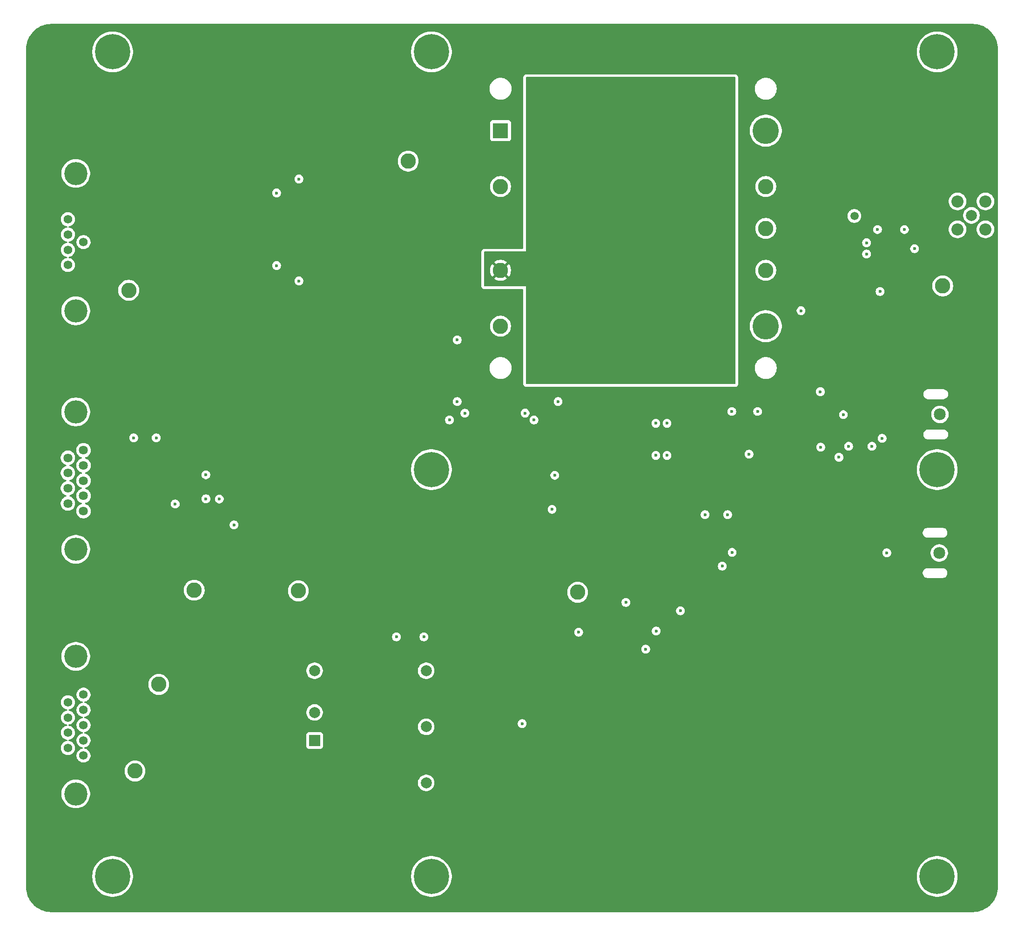
<source format=gbr>
%TF.GenerationSoftware,KiCad,Pcbnew,9.0.3*%
%TF.CreationDate,2025-09-16T14:49:37-04:00*%
%TF.ProjectId,9_TOF_PDU,395f544f-465f-4504-9455-2e6b69636164,rev?*%
%TF.SameCoordinates,Original*%
%TF.FileFunction,Copper,L2,Inr*%
%TF.FilePolarity,Positive*%
%FSLAX46Y46*%
G04 Gerber Fmt 4.6, Leading zero omitted, Abs format (unit mm)*
G04 Created by KiCad (PCBNEW 9.0.3) date 2025-09-16 14:49:37*
%MOMM*%
%LPD*%
G01*
G04 APERTURE LIST*
%TA.AperFunction,ComponentPad*%
%ADD10C,6.400000*%
%TD*%
%TA.AperFunction,ComponentPad*%
%ADD11C,2.800000*%
%TD*%
%TA.AperFunction,ComponentPad*%
%ADD12C,2.159000*%
%TD*%
%TA.AperFunction,ComponentPad*%
%ADD13C,1.560000*%
%TD*%
%TA.AperFunction,ComponentPad*%
%ADD14C,4.216000*%
%TD*%
%TA.AperFunction,ComponentPad*%
%ADD15C,1.635000*%
%TD*%
%TA.AperFunction,ComponentPad*%
%ADD16C,2.006600*%
%TD*%
%TA.AperFunction,ComponentPad*%
%ADD17C,2.209800*%
%TD*%
%TA.AperFunction,ComponentPad*%
%ADD18R,2.800000X2.800000*%
%TD*%
%TA.AperFunction,ComponentPad*%
%ADD19C,4.800000*%
%TD*%
%TA.AperFunction,ComponentPad*%
%ADD20R,2.000000X2.000000*%
%TD*%
%TA.AperFunction,ComponentPad*%
%ADD21C,2.000000*%
%TD*%
%TA.AperFunction,ViaPad*%
%ADD22C,0.600000*%
%TD*%
%TA.AperFunction,ViaPad*%
%ADD23C,1.500000*%
%TD*%
G04 APERTURE END LIST*
D10*
%TO.N,GNDPWR*%
%TO.C,H1*%
X128000000Y-64000000D03*
%TD*%
D11*
%TO.N,/Telemetry_Circuitry/V3p3*%
%TO.C,+3.3V1*%
X212598000Y-162306000D03*
%TD*%
D10*
%TO.N,GNDPWR*%
%TO.C,H3*%
X186000000Y-64000000D03*
%TD*%
%TO.N,GNDPWR*%
%TO.C,H2*%
X186000000Y-214000000D03*
%TD*%
D11*
%TO.N,/V_SEC_RTN*%
%TO.C,+12V_{RTN}1*%
X152400000Y-82550000D03*
%TD*%
D10*
%TO.N,GNDPWR*%
%TO.C,H6*%
X186000000Y-140000000D03*
%TD*%
%TO.N,GNDPWR*%
%TO.C,H4*%
X278000000Y-214000000D03*
%TD*%
D11*
%TO.N,/V_SEC_Telem_RTN*%
%TO.C,V_TELEM_{RTN}1*%
X136398000Y-179070000D03*
%TD*%
D12*
%TO.N,Net-(P1-Pad1)*%
%TO.C,P1*%
X278370000Y-155160000D03*
%TD*%
D11*
%TO.N,/Main_PDU_Block/Enable*%
%TO.C,V_{EN}1*%
X181780000Y-83870000D03*
%TD*%
%TO.N,/V_SEC_IN_Telem*%
%TO.C,V_TELEM_IN1*%
X132080000Y-194818000D03*
%TD*%
D13*
%TO.N,/V_SEC_Telem_RTN*%
%TO.C,J2*%
X122720000Y-180933500D03*
X122720000Y-183703500D03*
%TO.N,unconnected-(J2-Pad3)*%
X122720000Y-186473500D03*
%TO.N,/V_SEC_Telem_RTN*%
X122720000Y-189243500D03*
X122720000Y-192013500D03*
%TO.N,/V_SEC_IN_Telem*%
X119880000Y-182318500D03*
X119880000Y-185088500D03*
X119880000Y-187858500D03*
X119880000Y-190628500D03*
D14*
%TO.N,GNDPWR*%
X121300000Y-173973500D03*
X121300000Y-198973500D03*
%TD*%
D10*
%TO.N,GNDPWR*%
%TO.C,H7*%
X128000000Y-214000000D03*
%TD*%
D15*
%TO.N,/V_P5V_RTN*%
%TO.C,J3*%
X122720000Y-147540000D03*
%TO.N,/i_OUT_TELEM*%
X122720000Y-144770000D03*
%TO.N,unconnected-(J3-Pad3)*%
X122720000Y-142000000D03*
%TO.N,/Enable-*%
X122720000Y-139230000D03*
%TO.N,/Enable+*%
X122720000Y-136460000D03*
%TO.N,/V_P5V_RTN*%
X119880000Y-146155000D03*
%TO.N,/TEMP_TELEM*%
X119880000Y-143385000D03*
%TO.N,/V_P5V_RTN*%
X119880000Y-140615000D03*
%TO.N,/V_OUT_TELEM*%
X119880000Y-137845000D03*
D14*
%TO.N,GNDPWR*%
X121300000Y-129500000D03*
X121300000Y-154500000D03*
%TD*%
D11*
%TO.N,/V_TOF_RTN*%
%TO.C,SEC_{RTN}1*%
X279010000Y-106580000D03*
%TD*%
%TO.N,/V_P5V*%
%TO.C,V_TELEM_{5V}1*%
X142850000Y-161930000D03*
%TD*%
D13*
%TO.N,/V_SEC_RTN*%
%TO.C,J1*%
X122720000Y-93078500D03*
X122720000Y-95848500D03*
%TO.N,unconnected-(J1-Pad3)*%
X122720000Y-98618500D03*
%TO.N,/V_SEC_RTN*%
X122720000Y-101388500D03*
X122720000Y-104158500D03*
%TO.N,/V_SEC_IN*%
X119880000Y-94463500D03*
X119880000Y-97233500D03*
X119880000Y-100003500D03*
X119880000Y-102773500D03*
D14*
%TO.N,GNDPWR*%
X121300000Y-86118500D03*
X121300000Y-111118500D03*
%TD*%
D16*
%TO.N,/Telemetry_Circuitry/V_TOF_OUT*%
%TO.C,P_OUT1*%
X284238000Y-93748500D03*
D17*
%TO.N,/V_TOF_RTN*%
X286778000Y-91208500D03*
X281698000Y-91208500D03*
X281698000Y-96288500D03*
X286778000Y-96288500D03*
%TD*%
D11*
%TO.N,/V_SEC_IN*%
%TO.C,+12V1*%
X130940000Y-107370000D03*
%TD*%
D12*
%TO.N,Net-(M4-Pad3)*%
%TO.C,P2*%
X278500000Y-129950201D03*
%TD*%
D10*
%TO.N,GNDPWR*%
%TO.C,H8*%
X278000000Y-140000000D03*
%TD*%
%TO.N,GNDPWR*%
%TO.C,H5*%
X278000000Y-64000000D03*
%TD*%
D18*
%TO.N,/Main_PDU_Block/V_POS*%
%TO.C,U1*%
X198572500Y-78340000D03*
D11*
%TO.N,/Main_PDU_Block/Enable*%
X198572500Y-88500000D03*
%TO.N,GNDPWR*%
X198572500Y-103740000D03*
%TO.N,/Main_PDU_Block/V_RTN*%
X198572500Y-113900000D03*
D19*
%TO.N,/V_TOF_RTN*%
X246822500Y-113900000D03*
D11*
X246822500Y-103740000D03*
%TO.N,unconnected-(U1-TRIM-Pad7)*%
X246822500Y-96120000D03*
%TO.N,/Main_PDU_Block/V_TOF_OUT*%
X246822500Y-88500000D03*
D19*
X246822500Y-78340000D03*
%TD*%
D11*
%TO.N,/V_P5V_RTN*%
%TO.C,TELEM_{RTN}1*%
X161798000Y-162052000D03*
%TD*%
D20*
%TO.N,/V_TOF_Telemetry_PDU/V_POS*%
%TO.C,U2*%
X164755500Y-189273500D03*
D21*
%TO.N,/V_TOF_Telemetry_PDU/V_RTN*%
X164755500Y-184173500D03*
%TO.N,/V_P5V*%
X185055500Y-196973500D03*
%TO.N,unconnected-(U2-TRIM-Pad4)*%
X185055500Y-186773500D03*
%TO.N,/V_P5V_RTN*%
X185055500Y-176573500D03*
%TO.N,unconnected-(U2-REMOTE-Pad6)*%
X164755500Y-176573500D03*
%TD*%
D22*
%TO.N,/V_SEC_RTN*%
X171450000Y-165100000D03*
X165100000Y-127000000D03*
X177800000Y-215900000D03*
X165100000Y-133350000D03*
X247650000Y-215900000D03*
X215900000Y-209550000D03*
X266700000Y-158750000D03*
X146050000Y-127000000D03*
X177800000Y-139700000D03*
X279400000Y-114300000D03*
X177800000Y-76200000D03*
X146050000Y-171450000D03*
X114300000Y-158750000D03*
X254000000Y-203200000D03*
X222250000Y-177800000D03*
X139700000Y-127000000D03*
X139700000Y-120650000D03*
X133350000Y-63500000D03*
X247650000Y-133350000D03*
X120650000Y-158750000D03*
X165100000Y-139700000D03*
X120650000Y-203200000D03*
X196850000Y-139700000D03*
X203200000Y-63500000D03*
X127000000Y-88900000D03*
X133350000Y-209550000D03*
X234950000Y-215900000D03*
X222250000Y-203200000D03*
X222250000Y-215900000D03*
X260350000Y-82550000D03*
X209550000Y-63500000D03*
X190500000Y-133350000D03*
X184150000Y-127000000D03*
X152400000Y-63500000D03*
X254000000Y-88900000D03*
X266700000Y-196850000D03*
X273050000Y-120650000D03*
X196850000Y-133350000D03*
X203200000Y-165100000D03*
X171450000Y-158750000D03*
X222250000Y-190500000D03*
X241300000Y-215900000D03*
X133350000Y-120650000D03*
X285750000Y-184150000D03*
X171450000Y-133350000D03*
X146050000Y-133350000D03*
X209550000Y-165100000D03*
X165100000Y-203200000D03*
X215900000Y-63500000D03*
X158750000Y-114300000D03*
X184150000Y-114300000D03*
X133350000Y-114300000D03*
X127000000Y-69850000D03*
X177800000Y-158750000D03*
X171450000Y-215900000D03*
X146050000Y-63500000D03*
X260350000Y-165100000D03*
X165100000Y-209550000D03*
X177800000Y-69850000D03*
X228600000Y-190500000D03*
X260350000Y-171450000D03*
X171450000Y-127000000D03*
X133350000Y-76200000D03*
X254000000Y-171450000D03*
X241300000Y-196850000D03*
X209550000Y-209550000D03*
X165100000Y-120650000D03*
X171450000Y-63500000D03*
X285750000Y-215900000D03*
X273050000Y-127000000D03*
X222250000Y-139700000D03*
X177800000Y-209550000D03*
X222250000Y-152400000D03*
X285750000Y-120650000D03*
X196850000Y-215900000D03*
X222250000Y-196850000D03*
X152400000Y-114300000D03*
X165100000Y-82550000D03*
X266700000Y-184150000D03*
X266700000Y-146050000D03*
X234950000Y-203200000D03*
X234950000Y-63500000D03*
X152400000Y-165100000D03*
X152400000Y-120650000D03*
X196850000Y-171450000D03*
X260350000Y-215900000D03*
X152400000Y-158750000D03*
X171450000Y-209550000D03*
X254000000Y-177800000D03*
X241300000Y-209550000D03*
X266700000Y-203200000D03*
X247650000Y-152400000D03*
X241300000Y-171450000D03*
X228600000Y-139700000D03*
X241300000Y-165100000D03*
X190500000Y-69850000D03*
X152400000Y-203200000D03*
X228600000Y-184150000D03*
X260350000Y-203200000D03*
X196850000Y-177800000D03*
X273050000Y-171450000D03*
X247650000Y-177800000D03*
X254000000Y-69850000D03*
X139700000Y-203200000D03*
X203200000Y-209550000D03*
X285750000Y-165100000D03*
X285750000Y-177800000D03*
X190500000Y-63500000D03*
X273050000Y-69850000D03*
X285750000Y-196850000D03*
X177800000Y-127000000D03*
X247650000Y-196850000D03*
X215900000Y-190500000D03*
X158750000Y-133350000D03*
X158750000Y-177800000D03*
X285750000Y-152400000D03*
X177800000Y-165100000D03*
X247650000Y-171450000D03*
X165100000Y-76200000D03*
X190500000Y-165100000D03*
X247650000Y-63500000D03*
X285750000Y-114300000D03*
X254000000Y-190500000D03*
X146050000Y-209550000D03*
X228600000Y-177800000D03*
X139700000Y-114300000D03*
X171450000Y-139700000D03*
X254000000Y-158750000D03*
X279400000Y-165100000D03*
X158750000Y-203200000D03*
X273050000Y-203200000D03*
X215900000Y-203200000D03*
X266700000Y-171450000D03*
X279400000Y-101600000D03*
X177800000Y-203200000D03*
X139700000Y-158750000D03*
X273050000Y-76200000D03*
X254000000Y-196850000D03*
X171450000Y-69850000D03*
X247650000Y-203200000D03*
X146050000Y-203200000D03*
X247650000Y-146050000D03*
X247650000Y-184150000D03*
X196850000Y-63500000D03*
X158750000Y-76200000D03*
X215900000Y-177800000D03*
X209550000Y-184150000D03*
X133350000Y-158750000D03*
X215900000Y-158750000D03*
X190500000Y-158750000D03*
X260350000Y-76200000D03*
X114300000Y-165100000D03*
X234950000Y-190500000D03*
X266700000Y-69850000D03*
X279400000Y-177800000D03*
X266700000Y-127000000D03*
X133350000Y-69850000D03*
X190500000Y-171450000D03*
X260350000Y-88900000D03*
X279400000Y-190500000D03*
X209550000Y-158750000D03*
X152400000Y-215900000D03*
X285750000Y-63500000D03*
X165100000Y-171450000D03*
X133350000Y-165100000D03*
X139700000Y-69850000D03*
X114300000Y-209550000D03*
X133350000Y-203200000D03*
X279400000Y-82550000D03*
X254000000Y-76200000D03*
X158750000Y-171450000D03*
X190500000Y-76200000D03*
X127000000Y-158750000D03*
X273050000Y-184150000D03*
X228600000Y-209550000D03*
X127000000Y-171450000D03*
X184150000Y-165100000D03*
X234950000Y-177800000D03*
X228600000Y-63500000D03*
X222250000Y-63500000D03*
X215900000Y-184150000D03*
X260350000Y-184150000D03*
X260350000Y-190500000D03*
X120650000Y-215900000D03*
X254000000Y-165100000D03*
X184150000Y-120650000D03*
X152400000Y-127000000D03*
X273050000Y-190500000D03*
X209550000Y-171450000D03*
X254000000Y-215900000D03*
X158750000Y-209550000D03*
X152400000Y-133350000D03*
X254000000Y-184150000D03*
X203200000Y-158750000D03*
X228600000Y-158750000D03*
X273050000Y-177800000D03*
X203200000Y-203200000D03*
X273050000Y-82550000D03*
X133350000Y-215900000D03*
X273050000Y-107950000D03*
X114300000Y-69850000D03*
X273050000Y-63500000D03*
X203200000Y-171450000D03*
X139700000Y-76200000D03*
X260350000Y-120650000D03*
X152400000Y-209550000D03*
X285750000Y-171450000D03*
X266700000Y-114300000D03*
X152400000Y-76200000D03*
X158750000Y-69850000D03*
X127000000Y-177800000D03*
X190500000Y-203200000D03*
X285750000Y-209550000D03*
X273050000Y-88900000D03*
X285750000Y-158750000D03*
X120650000Y-165100000D03*
X279400000Y-196850000D03*
X228600000Y-203200000D03*
X127000000Y-127000000D03*
X254000000Y-82550000D03*
X133350000Y-127000000D03*
X203200000Y-190500000D03*
X114300000Y-63500000D03*
X228600000Y-215900000D03*
X285750000Y-133350000D03*
X266700000Y-120650000D03*
X184150000Y-133350000D03*
X266700000Y-190500000D03*
X273050000Y-196850000D03*
X158750000Y-165100000D03*
X241300000Y-133350000D03*
X139700000Y-88900000D03*
X139700000Y-133350000D03*
X254000000Y-209550000D03*
X209550000Y-215900000D03*
X203200000Y-177800000D03*
X266700000Y-63500000D03*
X285750000Y-190500000D03*
X234950000Y-133350000D03*
X285750000Y-146050000D03*
X241300000Y-184150000D03*
X146050000Y-76200000D03*
X209550000Y-203200000D03*
X266700000Y-152400000D03*
X196850000Y-165100000D03*
X209550000Y-190500000D03*
X190500000Y-209550000D03*
X260350000Y-146050000D03*
X222250000Y-184150000D03*
X234950000Y-196850000D03*
X279400000Y-171450000D03*
X177800000Y-120650000D03*
X184150000Y-69850000D03*
X234950000Y-152400000D03*
X203200000Y-196850000D03*
X266700000Y-215900000D03*
X273050000Y-215900000D03*
X171450000Y-82550000D03*
X260350000Y-63500000D03*
X273050000Y-114300000D03*
X203200000Y-139700000D03*
X158750000Y-158750000D03*
X209550000Y-177800000D03*
X127000000Y-120650000D03*
X254000000Y-63500000D03*
X279400000Y-184150000D03*
X241300000Y-152400000D03*
X120650000Y-76200000D03*
X133350000Y-171450000D03*
X184150000Y-203200000D03*
X171450000Y-203200000D03*
X127000000Y-82550000D03*
X279400000Y-69850000D03*
X120650000Y-63500000D03*
X184150000Y-76200000D03*
X127000000Y-203200000D03*
X215900000Y-215900000D03*
X279400000Y-76200000D03*
X152400000Y-171450000D03*
X146050000Y-165100000D03*
X285750000Y-69850000D03*
X260350000Y-127000000D03*
X241300000Y-177800000D03*
X266700000Y-88900000D03*
X285750000Y-107950000D03*
X158750000Y-196850000D03*
X247650000Y-209550000D03*
X171450000Y-120650000D03*
X171450000Y-114300000D03*
X146050000Y-114300000D03*
X260350000Y-69850000D03*
X146050000Y-215900000D03*
X177800000Y-133350000D03*
X146050000Y-158750000D03*
X273050000Y-209550000D03*
X222250000Y-209550000D03*
X146050000Y-120650000D03*
X260350000Y-107950000D03*
X254000000Y-101600000D03*
X260350000Y-177800000D03*
X215900000Y-196850000D03*
X158750000Y-63500000D03*
X285750000Y-203200000D03*
X241300000Y-63500000D03*
X260350000Y-101600000D03*
X127000000Y-114300000D03*
X279400000Y-203200000D03*
X196850000Y-209550000D03*
X165100000Y-63500000D03*
X127000000Y-196850000D03*
X165100000Y-165100000D03*
X266700000Y-209550000D03*
X266700000Y-165100000D03*
X285750000Y-82550000D03*
X285750000Y-76200000D03*
X139700000Y-165100000D03*
X266700000Y-177800000D03*
X165100000Y-215900000D03*
X209550000Y-196850000D03*
X158750000Y-215900000D03*
X133350000Y-82550000D03*
X127000000Y-165100000D03*
X158750000Y-120650000D03*
X196850000Y-158750000D03*
X165100000Y-114300000D03*
X171450000Y-76200000D03*
X234950000Y-165100000D03*
X254000000Y-107950000D03*
X177800000Y-63500000D03*
X222250000Y-133350000D03*
X184150000Y-158750000D03*
X285750000Y-101600000D03*
X120650000Y-209550000D03*
X146050000Y-69850000D03*
X139700000Y-82550000D03*
X171450000Y-171450000D03*
X133350000Y-88900000D03*
X260350000Y-114300000D03*
X241300000Y-203200000D03*
X222250000Y-158750000D03*
X139700000Y-171450000D03*
X158750000Y-82550000D03*
X114300000Y-203200000D03*
X139700000Y-63500000D03*
X228600000Y-152400000D03*
X152400000Y-69850000D03*
X177800000Y-82550000D03*
X114300000Y-76200000D03*
X203200000Y-215900000D03*
X247650000Y-165100000D03*
X260350000Y-158750000D03*
X285750000Y-127000000D03*
X139700000Y-209550000D03*
X120650000Y-69850000D03*
X165100000Y-69850000D03*
X260350000Y-209550000D03*
X234950000Y-171450000D03*
X177800000Y-114300000D03*
X234950000Y-209550000D03*
X260350000Y-196850000D03*
X241300000Y-190500000D03*
X285750000Y-139700000D03*
X260350000Y-152400000D03*
X234950000Y-184150000D03*
X158750000Y-127000000D03*
X273050000Y-165100000D03*
X139700000Y-215900000D03*
X234950000Y-139700000D03*
X266700000Y-76200000D03*
X266700000Y-82550000D03*
X279400000Y-120650000D03*
X196850000Y-203200000D03*
X165100000Y-158750000D03*
X146050000Y-82550000D03*
X228600000Y-196850000D03*
X127000000Y-190500000D03*
X247650000Y-190500000D03*
X190500000Y-215900000D03*
X158750000Y-139700000D03*
X114300000Y-215900000D03*
X127000000Y-76200000D03*
%TO.N,/Main_PDU_Block/V_RTN*%
X190700000Y-116410000D03*
X190700000Y-127620000D03*
X209038000Y-127618500D03*
%TO.N,/Main_PDU_Block/V_POS*%
X204650000Y-130960000D03*
X189280000Y-130960000D03*
D23*
%TO.N,/Main_PDU_Block/V_TOF_OUT*%
X262938000Y-93856000D03*
D22*
X267138000Y-96318500D03*
%TO.N,/V_TOF_RTN*%
X226822000Y-131572000D03*
X245338000Y-129418500D03*
X256810000Y-135910000D03*
X228854000Y-131572000D03*
D23*
%TO.N,GNDPWR*%
X237490000Y-121920000D03*
X232410000Y-76200000D03*
X237490000Y-96520000D03*
X222250000Y-86360000D03*
D22*
X161912000Y-87126500D03*
D23*
X212090000Y-91440000D03*
X232410000Y-91440000D03*
X207010000Y-91440000D03*
X212090000Y-76200000D03*
X232410000Y-106680000D03*
X212090000Y-96520000D03*
X222250000Y-81280000D03*
X212090000Y-86360000D03*
X222250000Y-91440000D03*
X227330000Y-116840000D03*
X222250000Y-121920000D03*
X212090000Y-106680000D03*
X222250000Y-116840000D03*
X227330000Y-106680000D03*
X222250000Y-96520000D03*
X207010000Y-111760000D03*
X217170000Y-81280000D03*
X217170000Y-116840000D03*
X222250000Y-101600000D03*
X222250000Y-71120000D03*
X217170000Y-91440000D03*
X227330000Y-71120000D03*
X232410000Y-101600000D03*
X232410000Y-96520000D03*
X237490000Y-91440000D03*
X207010000Y-101600000D03*
X237490000Y-101600000D03*
X207010000Y-121920000D03*
X212090000Y-121920000D03*
X207010000Y-106680000D03*
X227330000Y-81280000D03*
X212090000Y-111760000D03*
D22*
X161912000Y-105668500D03*
D23*
X217170000Y-96520000D03*
X232410000Y-111760000D03*
X207010000Y-71120000D03*
X237490000Y-81280000D03*
X217170000Y-86360000D03*
X227330000Y-111760000D03*
X237490000Y-106680000D03*
X237490000Y-71120000D03*
X222250000Y-111760000D03*
X207010000Y-96520000D03*
X232410000Y-86360000D03*
X232410000Y-81280000D03*
X207010000Y-86360000D03*
X237490000Y-116840000D03*
X207010000Y-76200000D03*
X232410000Y-121920000D03*
X217170000Y-121920000D03*
X227330000Y-76200000D03*
X217170000Y-76200000D03*
X222250000Y-106680000D03*
X227330000Y-86360000D03*
X217170000Y-106680000D03*
X237490000Y-76200000D03*
X217170000Y-71120000D03*
X237490000Y-111760000D03*
X227330000Y-91440000D03*
D22*
X179638000Y-170418500D03*
D23*
X212090000Y-101600000D03*
X232410000Y-71120000D03*
X237490000Y-86360000D03*
X207010000Y-116840000D03*
X207010000Y-81280000D03*
X217170000Y-101600000D03*
X212090000Y-71120000D03*
D22*
X240638000Y-129418500D03*
D23*
X222250000Y-76200000D03*
X212090000Y-81280000D03*
X227330000Y-101600000D03*
X227330000Y-96520000D03*
X217170000Y-111760000D03*
X227330000Y-121920000D03*
X212090000Y-116840000D03*
X232410000Y-116840000D03*
D22*
%TO.N,/V_P5V_RTN*%
X260938000Y-130003500D03*
X212778000Y-169573500D03*
X226878000Y-169348500D03*
X266138000Y-135753500D03*
X265148000Y-98728500D03*
X184638000Y-170418500D03*
X267608000Y-107598500D03*
X131838000Y-134218500D03*
X144978000Y-140938500D03*
X207938000Y-147218499D03*
X243780000Y-137170000D03*
X226822000Y-137414000D03*
X231296500Y-165678500D03*
X238903100Y-157558500D03*
X139398000Y-146248499D03*
X150078000Y-150048500D03*
X267988000Y-134308500D03*
X273888000Y-99808500D03*
X228854000Y-137414000D03*
%TO.N,/V_P5V*%
X224978000Y-172648500D03*
X147408000Y-145338500D03*
X261888001Y-135753500D03*
X268830000Y-155119799D03*
X202510000Y-186200000D03*
X208438000Y-141018500D03*
%TO.N,/Telemetry_Circuitry/V3p3*%
X240703100Y-155058500D03*
X135938000Y-134218500D03*
X239893100Y-148188500D03*
X265148000Y-100778500D03*
X235763100Y-148178500D03*
X221378000Y-164148500D03*
X144988000Y-145298498D03*
%TO.N,/Main_PDU_Block/SEC_RTN*%
X157848000Y-102874500D03*
X157848000Y-89666500D03*
%TO.N,/Main_PDU_Block/Enable*%
X203038000Y-129718500D03*
X192080000Y-129720000D03*
%TO.N,/Telemetry_Circuitry/V_TOF_OUT*%
X260130000Y-137750000D03*
X256748000Y-125818500D03*
X272038000Y-96318500D03*
%TO.N,Net-(U8B-IN2+)*%
X253230000Y-111090000D03*
%TD*%
%TA.AperFunction,Conductor*%
%TO.N,GNDPWR*%
G36*
X241243039Y-68599685D02*
G01*
X241288794Y-68652489D01*
X241300000Y-68704000D01*
X241300000Y-124336000D01*
X241280315Y-124403039D01*
X241227511Y-124448794D01*
X241176000Y-124460000D01*
X203324000Y-124460000D01*
X203256961Y-124440315D01*
X203211206Y-124387511D01*
X203200000Y-124336000D01*
X203200000Y-106680000D01*
X195704000Y-106680000D01*
X195636961Y-106660315D01*
X195591206Y-106607511D01*
X195580000Y-106556000D01*
X195580000Y-103615466D01*
X196672500Y-103615466D01*
X196672500Y-103864533D01*
X196705008Y-104111463D01*
X196769473Y-104352049D01*
X196864783Y-104582148D01*
X196864788Y-104582159D01*
X196989313Y-104797841D01*
X196989319Y-104797849D01*
X197063900Y-104895045D01*
X197933189Y-104025756D01*
X197952168Y-104071574D01*
X198028774Y-104186224D01*
X198126276Y-104283726D01*
X198240926Y-104360332D01*
X198286742Y-104379309D01*
X197417453Y-105248598D01*
X197514650Y-105323180D01*
X197514658Y-105323186D01*
X197730340Y-105447711D01*
X197730351Y-105447716D01*
X197960450Y-105543026D01*
X198201036Y-105607491D01*
X198447966Y-105640000D01*
X198697034Y-105640000D01*
X198943963Y-105607491D01*
X199184549Y-105543026D01*
X199414648Y-105447716D01*
X199414659Y-105447711D01*
X199630355Y-105323178D01*
X199727545Y-105248600D01*
X199727545Y-105248597D01*
X198858257Y-104379309D01*
X198904074Y-104360332D01*
X199018724Y-104283726D01*
X199116226Y-104186224D01*
X199192832Y-104071574D01*
X199211809Y-104025757D01*
X200081097Y-104895045D01*
X200081100Y-104895045D01*
X200155678Y-104797855D01*
X200280211Y-104582159D01*
X200280216Y-104582148D01*
X200375526Y-104352049D01*
X200439991Y-104111463D01*
X200472500Y-103864533D01*
X200472500Y-103615466D01*
X200439991Y-103368536D01*
X200375526Y-103127950D01*
X200280216Y-102897851D01*
X200280211Y-102897840D01*
X200155686Y-102682158D01*
X200155680Y-102682150D01*
X200081098Y-102584953D01*
X199211809Y-103454242D01*
X199192832Y-103408426D01*
X199116226Y-103293776D01*
X199018724Y-103196274D01*
X198904074Y-103119668D01*
X198858255Y-103100689D01*
X199727545Y-102231400D01*
X199630349Y-102156819D01*
X199630341Y-102156813D01*
X199414659Y-102032288D01*
X199414648Y-102032283D01*
X199184549Y-101936973D01*
X198943963Y-101872508D01*
X198697034Y-101840000D01*
X198447966Y-101840000D01*
X198201036Y-101872508D01*
X197960450Y-101936973D01*
X197730351Y-102032283D01*
X197730347Y-102032285D01*
X197514643Y-102156823D01*
X197417453Y-102231399D01*
X197417453Y-102231400D01*
X198286743Y-103100690D01*
X198240926Y-103119668D01*
X198126276Y-103196274D01*
X198028774Y-103293776D01*
X197952168Y-103408426D01*
X197933190Y-103454243D01*
X197063900Y-102584953D01*
X197063899Y-102584953D01*
X196989323Y-102682143D01*
X196864785Y-102897847D01*
X196864783Y-102897851D01*
X196769473Y-103127950D01*
X196705008Y-103368536D01*
X196672500Y-103615466D01*
X195580000Y-103615466D01*
X195580000Y-100454000D01*
X195599685Y-100386961D01*
X195652489Y-100341206D01*
X195704000Y-100330000D01*
X203200000Y-100330000D01*
X203200000Y-68704000D01*
X203219685Y-68636961D01*
X203272489Y-68591206D01*
X203324000Y-68580000D01*
X241176000Y-68580000D01*
X241243039Y-68599685D01*
G37*
%TD.AperFunction*%
%TD*%
%TA.AperFunction,Conductor*%
%TO.N,/V_SEC_RTN*%
G36*
X284482702Y-58920618D02*
G01*
X284495819Y-58921190D01*
X284873742Y-58937690D01*
X284884477Y-58938630D01*
X285269859Y-58989366D01*
X285280493Y-58991241D01*
X285659990Y-59075374D01*
X285670416Y-59078168D01*
X286041135Y-59195055D01*
X286051270Y-59198744D01*
X286410387Y-59347495D01*
X286420178Y-59352061D01*
X286764942Y-59531534D01*
X286774309Y-59536941D01*
X287044434Y-59709030D01*
X287102130Y-59745786D01*
X287110991Y-59751991D01*
X287419353Y-59988605D01*
X287427640Y-59995559D01*
X287714204Y-60258146D01*
X287721853Y-60265795D01*
X287984440Y-60552359D01*
X287991394Y-60560646D01*
X288228008Y-60869008D01*
X288234213Y-60877869D01*
X288443057Y-61205689D01*
X288448465Y-61215057D01*
X288627935Y-61559814D01*
X288632507Y-61569618D01*
X288781249Y-61928714D01*
X288784949Y-61938879D01*
X288901828Y-62309572D01*
X288904628Y-62320021D01*
X288988756Y-62699498D01*
X288990634Y-62710151D01*
X289041367Y-63095499D01*
X289042310Y-63106276D01*
X289059382Y-63497297D01*
X289059500Y-63502706D01*
X289059500Y-215897293D01*
X289059382Y-215902702D01*
X289042310Y-216293723D01*
X289041367Y-216304500D01*
X288990634Y-216689848D01*
X288988756Y-216700501D01*
X288904628Y-217079978D01*
X288901828Y-217090427D01*
X288784949Y-217461120D01*
X288781249Y-217471285D01*
X288632507Y-217830381D01*
X288627935Y-217840185D01*
X288448465Y-218184942D01*
X288443057Y-218194310D01*
X288234213Y-218522130D01*
X288228008Y-218530991D01*
X287991394Y-218839353D01*
X287984440Y-218847640D01*
X287721853Y-219134204D01*
X287714204Y-219141853D01*
X287427640Y-219404440D01*
X287419353Y-219411394D01*
X287110991Y-219648008D01*
X287102130Y-219654213D01*
X286774310Y-219863057D01*
X286764942Y-219868465D01*
X286420185Y-220047935D01*
X286410381Y-220052507D01*
X286051285Y-220201249D01*
X286041120Y-220204949D01*
X285670427Y-220321828D01*
X285659978Y-220324628D01*
X285280501Y-220408756D01*
X285269848Y-220410634D01*
X284884500Y-220461367D01*
X284873723Y-220462310D01*
X284482703Y-220479382D01*
X284477294Y-220479500D01*
X116842706Y-220479500D01*
X116837297Y-220479382D01*
X116446276Y-220462310D01*
X116435501Y-220461367D01*
X116346792Y-220449688D01*
X116050151Y-220410634D01*
X116039498Y-220408756D01*
X115660021Y-220324628D01*
X115649572Y-220321828D01*
X115278879Y-220204949D01*
X115268714Y-220201249D01*
X114909618Y-220052507D01*
X114899814Y-220047935D01*
X114555057Y-219868465D01*
X114545689Y-219863057D01*
X114217869Y-219654213D01*
X114209008Y-219648008D01*
X113900646Y-219411394D01*
X113892359Y-219404440D01*
X113605795Y-219141853D01*
X113598146Y-219134204D01*
X113335559Y-218847640D01*
X113328605Y-218839353D01*
X113091991Y-218530991D01*
X113085786Y-218522130D01*
X112876942Y-218194310D01*
X112871534Y-218184942D01*
X112692064Y-217840185D01*
X112687492Y-217830381D01*
X112633694Y-217700500D01*
X112538744Y-217471270D01*
X112535055Y-217461135D01*
X112418168Y-217090416D01*
X112415374Y-217079990D01*
X112331241Y-216700493D01*
X112329365Y-216689848D01*
X112278630Y-216304477D01*
X112277690Y-216293742D01*
X112260618Y-215902701D01*
X112260500Y-215897293D01*
X112260500Y-213818209D01*
X124299500Y-213818209D01*
X124299500Y-214181790D01*
X124335137Y-214543630D01*
X124406064Y-214900212D01*
X124406067Y-214900223D01*
X124511614Y-215248165D01*
X124650754Y-215584078D01*
X124650756Y-215584083D01*
X124822140Y-215904720D01*
X124822151Y-215904738D01*
X125024140Y-216207035D01*
X125024150Y-216207049D01*
X125254807Y-216488106D01*
X125511893Y-216745192D01*
X125511898Y-216745196D01*
X125511899Y-216745197D01*
X125792956Y-216975854D01*
X126095268Y-217177853D01*
X126095277Y-217177858D01*
X126095279Y-217177859D01*
X126415916Y-217349243D01*
X126415918Y-217349243D01*
X126415924Y-217349247D01*
X126751836Y-217488386D01*
X127099767Y-217593930D01*
X127099773Y-217593931D01*
X127099776Y-217593932D01*
X127099787Y-217593935D01*
X127456369Y-217664862D01*
X127818206Y-217700500D01*
X127818209Y-217700500D01*
X128181791Y-217700500D01*
X128181794Y-217700500D01*
X128543631Y-217664862D01*
X128613045Y-217651054D01*
X128900212Y-217593935D01*
X128900223Y-217593932D01*
X128900223Y-217593931D01*
X128900233Y-217593930D01*
X129248164Y-217488386D01*
X129584076Y-217349247D01*
X129904732Y-217177853D01*
X130207044Y-216975854D01*
X130488101Y-216745197D01*
X130745197Y-216488101D01*
X130975854Y-216207044D01*
X131177853Y-215904732D01*
X131349247Y-215584076D01*
X131488386Y-215248164D01*
X131593930Y-214900233D01*
X131593932Y-214900223D01*
X131593935Y-214900212D01*
X131664862Y-214543630D01*
X131700500Y-214181790D01*
X131700500Y-213818209D01*
X182299500Y-213818209D01*
X182299500Y-214181790D01*
X182335137Y-214543630D01*
X182406064Y-214900212D01*
X182406067Y-214900223D01*
X182511614Y-215248165D01*
X182650754Y-215584078D01*
X182650756Y-215584083D01*
X182822140Y-215904720D01*
X182822151Y-215904738D01*
X183024140Y-216207035D01*
X183024150Y-216207049D01*
X183254807Y-216488106D01*
X183511893Y-216745192D01*
X183511898Y-216745196D01*
X183511899Y-216745197D01*
X183792956Y-216975854D01*
X184095268Y-217177853D01*
X184095277Y-217177858D01*
X184095279Y-217177859D01*
X184415916Y-217349243D01*
X184415918Y-217349243D01*
X184415924Y-217349247D01*
X184751836Y-217488386D01*
X185099767Y-217593930D01*
X185099773Y-217593931D01*
X185099776Y-217593932D01*
X185099787Y-217593935D01*
X185456369Y-217664862D01*
X185818206Y-217700500D01*
X185818209Y-217700500D01*
X186181791Y-217700500D01*
X186181794Y-217700500D01*
X186543631Y-217664862D01*
X186613045Y-217651054D01*
X186900212Y-217593935D01*
X186900223Y-217593932D01*
X186900223Y-217593931D01*
X186900233Y-217593930D01*
X187248164Y-217488386D01*
X187584076Y-217349247D01*
X187904732Y-217177853D01*
X188207044Y-216975854D01*
X188488101Y-216745197D01*
X188745197Y-216488101D01*
X188975854Y-216207044D01*
X189177853Y-215904732D01*
X189349247Y-215584076D01*
X189488386Y-215248164D01*
X189593930Y-214900233D01*
X189593932Y-214900223D01*
X189593935Y-214900212D01*
X189664862Y-214543630D01*
X189700500Y-214181790D01*
X189700500Y-213818209D01*
X274299500Y-213818209D01*
X274299500Y-214181790D01*
X274335137Y-214543630D01*
X274406064Y-214900212D01*
X274406067Y-214900223D01*
X274511614Y-215248165D01*
X274650754Y-215584078D01*
X274650756Y-215584083D01*
X274822140Y-215904720D01*
X274822151Y-215904738D01*
X275024140Y-216207035D01*
X275024150Y-216207049D01*
X275254807Y-216488106D01*
X275511893Y-216745192D01*
X275511898Y-216745196D01*
X275511899Y-216745197D01*
X275792956Y-216975854D01*
X276095268Y-217177853D01*
X276095277Y-217177858D01*
X276095279Y-217177859D01*
X276415916Y-217349243D01*
X276415918Y-217349243D01*
X276415924Y-217349247D01*
X276751836Y-217488386D01*
X277099767Y-217593930D01*
X277099773Y-217593931D01*
X277099776Y-217593932D01*
X277099787Y-217593935D01*
X277456369Y-217664862D01*
X277818206Y-217700500D01*
X277818209Y-217700500D01*
X278181791Y-217700500D01*
X278181794Y-217700500D01*
X278543631Y-217664862D01*
X278613045Y-217651054D01*
X278900212Y-217593935D01*
X278900223Y-217593932D01*
X278900223Y-217593931D01*
X278900233Y-217593930D01*
X279248164Y-217488386D01*
X279584076Y-217349247D01*
X279904732Y-217177853D01*
X280207044Y-216975854D01*
X280488101Y-216745197D01*
X280745197Y-216488101D01*
X280975854Y-216207044D01*
X281177853Y-215904732D01*
X281349247Y-215584076D01*
X281488386Y-215248164D01*
X281593930Y-214900233D01*
X281593932Y-214900223D01*
X281593935Y-214900212D01*
X281664862Y-214543630D01*
X281700500Y-214181790D01*
X281700500Y-213818209D01*
X281664862Y-213456369D01*
X281593935Y-213099787D01*
X281593932Y-213099776D01*
X281593931Y-213099773D01*
X281593930Y-213099767D01*
X281488386Y-212751836D01*
X281349247Y-212415924D01*
X281177853Y-212095268D01*
X280975854Y-211792956D01*
X280745197Y-211511899D01*
X280745196Y-211511898D01*
X280745192Y-211511893D01*
X280488106Y-211254807D01*
X280207049Y-211024150D01*
X280207048Y-211024149D01*
X280207044Y-211024146D01*
X279904732Y-210822147D01*
X279904727Y-210822144D01*
X279904720Y-210822140D01*
X279584083Y-210650756D01*
X279584078Y-210650754D01*
X279248165Y-210511614D01*
X278900223Y-210406067D01*
X278900212Y-210406064D01*
X278543630Y-210335137D01*
X278271111Y-210308296D01*
X278181794Y-210299500D01*
X277818206Y-210299500D01*
X277735679Y-210307628D01*
X277456369Y-210335137D01*
X277099787Y-210406064D01*
X277099776Y-210406067D01*
X276751834Y-210511614D01*
X276415921Y-210650754D01*
X276415916Y-210650756D01*
X276095279Y-210822140D01*
X276095261Y-210822151D01*
X275792964Y-211024140D01*
X275792950Y-211024150D01*
X275511893Y-211254807D01*
X275254807Y-211511893D01*
X275024150Y-211792950D01*
X275024140Y-211792964D01*
X274822151Y-212095261D01*
X274822140Y-212095279D01*
X274650756Y-212415916D01*
X274650754Y-212415921D01*
X274511614Y-212751834D01*
X274406067Y-213099776D01*
X274406064Y-213099787D01*
X274335137Y-213456369D01*
X274299500Y-213818209D01*
X189700500Y-213818209D01*
X189664862Y-213456369D01*
X189593935Y-213099787D01*
X189593932Y-213099776D01*
X189593931Y-213099773D01*
X189593930Y-213099767D01*
X189488386Y-212751836D01*
X189349247Y-212415924D01*
X189177853Y-212095268D01*
X188975854Y-211792956D01*
X188745197Y-211511899D01*
X188745196Y-211511898D01*
X188745192Y-211511893D01*
X188488106Y-211254807D01*
X188207049Y-211024150D01*
X188207048Y-211024149D01*
X188207044Y-211024146D01*
X187904732Y-210822147D01*
X187904727Y-210822144D01*
X187904720Y-210822140D01*
X187584083Y-210650756D01*
X187584078Y-210650754D01*
X187248165Y-210511614D01*
X186900223Y-210406067D01*
X186900212Y-210406064D01*
X186543630Y-210335137D01*
X186271111Y-210308296D01*
X186181794Y-210299500D01*
X185818206Y-210299500D01*
X185735679Y-210307628D01*
X185456369Y-210335137D01*
X185099787Y-210406064D01*
X185099776Y-210406067D01*
X184751834Y-210511614D01*
X184415921Y-210650754D01*
X184415916Y-210650756D01*
X184095279Y-210822140D01*
X184095261Y-210822151D01*
X183792964Y-211024140D01*
X183792950Y-211024150D01*
X183511893Y-211254807D01*
X183254807Y-211511893D01*
X183024150Y-211792950D01*
X183024140Y-211792964D01*
X182822151Y-212095261D01*
X182822140Y-212095279D01*
X182650756Y-212415916D01*
X182650754Y-212415921D01*
X182511614Y-212751834D01*
X182406067Y-213099776D01*
X182406064Y-213099787D01*
X182335137Y-213456369D01*
X182299500Y-213818209D01*
X131700500Y-213818209D01*
X131664862Y-213456369D01*
X131593935Y-213099787D01*
X131593932Y-213099776D01*
X131593931Y-213099773D01*
X131593930Y-213099767D01*
X131488386Y-212751836D01*
X131349247Y-212415924D01*
X131177853Y-212095268D01*
X130975854Y-211792956D01*
X130745197Y-211511899D01*
X130745196Y-211511898D01*
X130745192Y-211511893D01*
X130488106Y-211254807D01*
X130207049Y-211024150D01*
X130207048Y-211024149D01*
X130207044Y-211024146D01*
X129904732Y-210822147D01*
X129904727Y-210822144D01*
X129904720Y-210822140D01*
X129584083Y-210650756D01*
X129584078Y-210650754D01*
X129248165Y-210511614D01*
X128900223Y-210406067D01*
X128900212Y-210406064D01*
X128543630Y-210335137D01*
X128271111Y-210308296D01*
X128181794Y-210299500D01*
X127818206Y-210299500D01*
X127735679Y-210307628D01*
X127456369Y-210335137D01*
X127099787Y-210406064D01*
X127099776Y-210406067D01*
X126751834Y-210511614D01*
X126415921Y-210650754D01*
X126415916Y-210650756D01*
X126095279Y-210822140D01*
X126095261Y-210822151D01*
X125792964Y-211024140D01*
X125792950Y-211024150D01*
X125511893Y-211254807D01*
X125254807Y-211511893D01*
X125024150Y-211792950D01*
X125024140Y-211792964D01*
X124822151Y-212095261D01*
X124822140Y-212095279D01*
X124650756Y-212415916D01*
X124650754Y-212415921D01*
X124511614Y-212751834D01*
X124406067Y-213099776D01*
X124406064Y-213099787D01*
X124335137Y-213456369D01*
X124299500Y-213818209D01*
X112260500Y-213818209D01*
X112260500Y-198827005D01*
X118691500Y-198827005D01*
X118691500Y-199119994D01*
X118724302Y-199411115D01*
X118724304Y-199411131D01*
X118789497Y-199696762D01*
X118789501Y-199696774D01*
X118886264Y-199973306D01*
X119013381Y-200237266D01*
X119169259Y-200485344D01*
X119169260Y-200485346D01*
X119351921Y-200714397D01*
X119559102Y-200921578D01*
X119788153Y-201104239D01*
X119788156Y-201104240D01*
X119788158Y-201104242D01*
X120036231Y-201260117D01*
X120300197Y-201387237D01*
X120507892Y-201459912D01*
X120576725Y-201483998D01*
X120576737Y-201484002D01*
X120862372Y-201549196D01*
X121153505Y-201581999D01*
X121153506Y-201582000D01*
X121153510Y-201582000D01*
X121446494Y-201582000D01*
X121446494Y-201581999D01*
X121737628Y-201549196D01*
X122023263Y-201484002D01*
X122299803Y-201387237D01*
X122563769Y-201260117D01*
X122811842Y-201104242D01*
X122811846Y-201104239D01*
X123040897Y-200921578D01*
X123040899Y-200921575D01*
X123040904Y-200921572D01*
X123248072Y-200714404D01*
X123430742Y-200485342D01*
X123586617Y-200237269D01*
X123713737Y-199973303D01*
X123810502Y-199696763D01*
X123875696Y-199411128D01*
X123908500Y-199119990D01*
X123908500Y-198827010D01*
X123875696Y-198535872D01*
X123810502Y-198250237D01*
X123713737Y-197973697D01*
X123586617Y-197709731D01*
X123430742Y-197461658D01*
X123430740Y-197461655D01*
X123430739Y-197461653D01*
X123248078Y-197232602D01*
X123040903Y-197025427D01*
X122943164Y-196947483D01*
X122943162Y-196947481D01*
X122827699Y-196855402D01*
X183555000Y-196855402D01*
X183555000Y-197091597D01*
X183591946Y-197324868D01*
X183664933Y-197549496D01*
X183746578Y-197709731D01*
X183772157Y-197759933D01*
X183910983Y-197951010D01*
X184077990Y-198118017D01*
X184269067Y-198256843D01*
X184368491Y-198307502D01*
X184479503Y-198364066D01*
X184479505Y-198364066D01*
X184479508Y-198364068D01*
X184599912Y-198403189D01*
X184704131Y-198437053D01*
X184937403Y-198474000D01*
X184937408Y-198474000D01*
X185173597Y-198474000D01*
X185406868Y-198437053D01*
X185631492Y-198364068D01*
X185841933Y-198256843D01*
X186033010Y-198118017D01*
X186200017Y-197951010D01*
X186338843Y-197759933D01*
X186446068Y-197549492D01*
X186519053Y-197324868D01*
X186556000Y-197091597D01*
X186556000Y-196855402D01*
X186519053Y-196622131D01*
X186446164Y-196397804D01*
X186446068Y-196397508D01*
X186446066Y-196397505D01*
X186446066Y-196397503D01*
X186338842Y-196187066D01*
X186200017Y-195995990D01*
X186033010Y-195828983D01*
X185841933Y-195690157D01*
X185631496Y-195582933D01*
X185406868Y-195509946D01*
X185173597Y-195473000D01*
X185173592Y-195473000D01*
X184937408Y-195473000D01*
X184937403Y-195473000D01*
X184704131Y-195509946D01*
X184479503Y-195582933D01*
X184269066Y-195690157D01*
X184160050Y-195769362D01*
X184077990Y-195828983D01*
X184077988Y-195828985D01*
X184077987Y-195828985D01*
X183910985Y-195995987D01*
X183910985Y-195995988D01*
X183910983Y-195995990D01*
X183854469Y-196073774D01*
X183772157Y-196187066D01*
X183664933Y-196397503D01*
X183591946Y-196622131D01*
X183555000Y-196855402D01*
X122827699Y-196855402D01*
X122811846Y-196842760D01*
X122811844Y-196842759D01*
X122563766Y-196686881D01*
X122299806Y-196559764D01*
X122023274Y-196463001D01*
X122023262Y-196462997D01*
X121737631Y-196397804D01*
X121737615Y-196397802D01*
X121446494Y-196365000D01*
X121446490Y-196365000D01*
X121153510Y-196365000D01*
X121153506Y-196365000D01*
X120862384Y-196397802D01*
X120862368Y-196397804D01*
X120576737Y-196462997D01*
X120576725Y-196463001D01*
X120300193Y-196559764D01*
X120036233Y-196686881D01*
X119788155Y-196842759D01*
X119788153Y-196842760D01*
X119559102Y-197025421D01*
X119351921Y-197232602D01*
X119169260Y-197461653D01*
X119169259Y-197461655D01*
X119013381Y-197709733D01*
X118886264Y-197973693D01*
X118789501Y-198250225D01*
X118789497Y-198250237D01*
X118724304Y-198535868D01*
X118724302Y-198535884D01*
X118691500Y-198827005D01*
X112260500Y-198827005D01*
X112260500Y-194693441D01*
X130179500Y-194693441D01*
X130179500Y-194942558D01*
X130179501Y-194942575D01*
X130212017Y-195189561D01*
X130276498Y-195430207D01*
X130371830Y-195660361D01*
X130371837Y-195660376D01*
X130496400Y-195876126D01*
X130648060Y-196073774D01*
X130648066Y-196073781D01*
X130824218Y-196249933D01*
X130824225Y-196249939D01*
X131021873Y-196401599D01*
X131237623Y-196526162D01*
X131237638Y-196526169D01*
X131318742Y-196559763D01*
X131467793Y-196621502D01*
X131708435Y-196685982D01*
X131955435Y-196718500D01*
X131955442Y-196718500D01*
X132204558Y-196718500D01*
X132204565Y-196718500D01*
X132451565Y-196685982D01*
X132692207Y-196621502D01*
X132922373Y-196526164D01*
X133138127Y-196401599D01*
X133335776Y-196249938D01*
X133511938Y-196073776D01*
X133663599Y-195876127D01*
X133788164Y-195660373D01*
X133883502Y-195430207D01*
X133947982Y-195189565D01*
X133980500Y-194942565D01*
X133980500Y-194693435D01*
X133947982Y-194446435D01*
X133883502Y-194205793D01*
X133788164Y-193975627D01*
X133663599Y-193759873D01*
X133511938Y-193562224D01*
X133511933Y-193562218D01*
X133335781Y-193386066D01*
X133335774Y-193386060D01*
X133138126Y-193234400D01*
X132922376Y-193109837D01*
X132922361Y-193109830D01*
X132692207Y-193014498D01*
X132451561Y-192950017D01*
X132204575Y-192917501D01*
X132204570Y-192917500D01*
X132204565Y-192917500D01*
X131955435Y-192917500D01*
X131955429Y-192917500D01*
X131955424Y-192917501D01*
X131708438Y-192950017D01*
X131467792Y-193014498D01*
X131237638Y-193109830D01*
X131237623Y-193109837D01*
X131021873Y-193234400D01*
X130824225Y-193386060D01*
X130824218Y-193386066D01*
X130648066Y-193562218D01*
X130648060Y-193562225D01*
X130496400Y-193759873D01*
X130371837Y-193975623D01*
X130371830Y-193975638D01*
X130276498Y-194205792D01*
X130212017Y-194446438D01*
X130179501Y-194693424D01*
X130179500Y-194693441D01*
X112260500Y-194693441D01*
X112260500Y-182217716D01*
X118599500Y-182217716D01*
X118599500Y-182419283D01*
X118631030Y-182618352D01*
X118693312Y-182810039D01*
X118784818Y-182989629D01*
X118903289Y-183152690D01*
X119045810Y-183295211D01*
X119208871Y-183413682D01*
X119388458Y-183505186D01*
X119388460Y-183505187D01*
X119580147Y-183567470D01*
X119665741Y-183581027D01*
X119728876Y-183610957D01*
X119765807Y-183670268D01*
X119764809Y-183740131D01*
X119726199Y-183798363D01*
X119665741Y-183825973D01*
X119580147Y-183839529D01*
X119388460Y-183901812D01*
X119208870Y-183993318D01*
X119182857Y-184012218D01*
X119045810Y-184111789D01*
X119045808Y-184111791D01*
X119045807Y-184111791D01*
X118903291Y-184254307D01*
X118903291Y-184254308D01*
X118903289Y-184254310D01*
X118852410Y-184324338D01*
X118784818Y-184417370D01*
X118693312Y-184596960D01*
X118631030Y-184788647D01*
X118599500Y-184987716D01*
X118599500Y-185189283D01*
X118631030Y-185388352D01*
X118693312Y-185580039D01*
X118741188Y-185674000D01*
X118784818Y-185759629D01*
X118903289Y-185922690D01*
X119045810Y-186065211D01*
X119208871Y-186183682D01*
X119388458Y-186275186D01*
X119388460Y-186275187D01*
X119580147Y-186337470D01*
X119665741Y-186351027D01*
X119728876Y-186380957D01*
X119765807Y-186440268D01*
X119764809Y-186510131D01*
X119726199Y-186568363D01*
X119665741Y-186595973D01*
X119580147Y-186609529D01*
X119388460Y-186671812D01*
X119208870Y-186763318D01*
X119195060Y-186773352D01*
X119045810Y-186881789D01*
X119045808Y-186881791D01*
X119045807Y-186881791D01*
X118903291Y-187024307D01*
X118903291Y-187024308D01*
X118903289Y-187024310D01*
X118852410Y-187094338D01*
X118784818Y-187187370D01*
X118693312Y-187366960D01*
X118631030Y-187558647D01*
X118599500Y-187757716D01*
X118599500Y-187959283D01*
X118631030Y-188158352D01*
X118693312Y-188350039D01*
X118784818Y-188529629D01*
X118903289Y-188692690D01*
X119045810Y-188835211D01*
X119208871Y-188953682D01*
X119388458Y-189045186D01*
X119388460Y-189045187D01*
X119580147Y-189107470D01*
X119665741Y-189121027D01*
X119728876Y-189150957D01*
X119765807Y-189210268D01*
X119764809Y-189280131D01*
X119726199Y-189338363D01*
X119665741Y-189365973D01*
X119580147Y-189379529D01*
X119388460Y-189441812D01*
X119208870Y-189533318D01*
X119195060Y-189543352D01*
X119045810Y-189651789D01*
X119045808Y-189651791D01*
X119045807Y-189651791D01*
X118903291Y-189794307D01*
X118903291Y-189794308D01*
X118903289Y-189794310D01*
X118852410Y-189864338D01*
X118784818Y-189957370D01*
X118693312Y-190136960D01*
X118631030Y-190328647D01*
X118599500Y-190527716D01*
X118599500Y-190729283D01*
X118631030Y-190928352D01*
X118693312Y-191120039D01*
X118784818Y-191299629D01*
X118903289Y-191462690D01*
X119045810Y-191605211D01*
X119208871Y-191723682D01*
X119388458Y-191815186D01*
X119388460Y-191815187D01*
X119484303Y-191846328D01*
X119580149Y-191877470D01*
X119672348Y-191892072D01*
X119779217Y-191909000D01*
X119779222Y-191909000D01*
X119980783Y-191909000D01*
X120077289Y-191893714D01*
X120179851Y-191877470D01*
X120371542Y-191815186D01*
X120551129Y-191723682D01*
X120714190Y-191605211D01*
X120856711Y-191462690D01*
X120975182Y-191299629D01*
X121066686Y-191120042D01*
X121128970Y-190928351D01*
X121157064Y-190750973D01*
X121160500Y-190729283D01*
X121160500Y-190527716D01*
X121137259Y-190380983D01*
X121128970Y-190328649D01*
X121097828Y-190232803D01*
X121066687Y-190136960D01*
X121066686Y-190136958D01*
X120975182Y-189957371D01*
X120856711Y-189794310D01*
X120714190Y-189651789D01*
X120551129Y-189533318D01*
X120371539Y-189441812D01*
X120179852Y-189379530D01*
X120094258Y-189365973D01*
X120031123Y-189336044D01*
X119994192Y-189276732D01*
X119995190Y-189206869D01*
X120033800Y-189148637D01*
X120094258Y-189121027D01*
X120123150Y-189116450D01*
X120179851Y-189107470D01*
X120371542Y-189045186D01*
X120551129Y-188953682D01*
X120714190Y-188835211D01*
X120856711Y-188692690D01*
X120975182Y-188529629D01*
X121066686Y-188350042D01*
X121128970Y-188158351D01*
X121149114Y-188031169D01*
X121160500Y-187959283D01*
X121160500Y-187757716D01*
X121142156Y-187641908D01*
X121128970Y-187558649D01*
X121097828Y-187462803D01*
X121066687Y-187366960D01*
X121057787Y-187349492D01*
X120975182Y-187187371D01*
X120856711Y-187024310D01*
X120714190Y-186881789D01*
X120551129Y-186763318D01*
X120371539Y-186671812D01*
X120179852Y-186609530D01*
X120094258Y-186595973D01*
X120031123Y-186566044D01*
X119994192Y-186506732D01*
X119995190Y-186436869D01*
X120033800Y-186378637D01*
X120094258Y-186351027D01*
X120123150Y-186346450D01*
X120179851Y-186337470D01*
X120371542Y-186275186D01*
X120551129Y-186183682D01*
X120714190Y-186065211D01*
X120856711Y-185922690D01*
X120975182Y-185759629D01*
X121066686Y-185580042D01*
X121128970Y-185388351D01*
X121157064Y-185210973D01*
X121160500Y-185189283D01*
X121160500Y-184987716D01*
X121142156Y-184871908D01*
X121128970Y-184788649D01*
X121097828Y-184692803D01*
X121066687Y-184596960D01*
X121066686Y-184596958D01*
X120975182Y-184417371D01*
X120856711Y-184254310D01*
X120714190Y-184111789D01*
X120551129Y-183993318D01*
X120371539Y-183901812D01*
X120179852Y-183839530D01*
X120094258Y-183825973D01*
X120031123Y-183796044D01*
X119994192Y-183736732D01*
X119995190Y-183666869D01*
X120033800Y-183608637D01*
X120094258Y-183581027D01*
X120123150Y-183576450D01*
X120179851Y-183567470D01*
X120371542Y-183505186D01*
X120551129Y-183413682D01*
X120714190Y-183295211D01*
X120856711Y-183152690D01*
X120975182Y-182989629D01*
X121066686Y-182810042D01*
X121128970Y-182618351D01*
X121157064Y-182440973D01*
X121160500Y-182419283D01*
X121160500Y-182217716D01*
X121142156Y-182101908D01*
X121128970Y-182018649D01*
X121097828Y-181922803D01*
X121066687Y-181826960D01*
X121066686Y-181826958D01*
X120975182Y-181647371D01*
X120856711Y-181484310D01*
X120714190Y-181341789D01*
X120551129Y-181223318D01*
X120371539Y-181131812D01*
X120179852Y-181069530D01*
X119980783Y-181038000D01*
X119980778Y-181038000D01*
X119779222Y-181038000D01*
X119779217Y-181038000D01*
X119580147Y-181069530D01*
X119388460Y-181131812D01*
X119208870Y-181223318D01*
X119195060Y-181233352D01*
X119045810Y-181341789D01*
X119045808Y-181341791D01*
X119045807Y-181341791D01*
X118903291Y-181484307D01*
X118903291Y-181484308D01*
X118903289Y-181484310D01*
X118852410Y-181554338D01*
X118784818Y-181647370D01*
X118693312Y-181826960D01*
X118631030Y-182018647D01*
X118599500Y-182217716D01*
X112260500Y-182217716D01*
X112260500Y-180832716D01*
X121439500Y-180832716D01*
X121439500Y-181034283D01*
X121471030Y-181233352D01*
X121533312Y-181425039D01*
X121624818Y-181604629D01*
X121743289Y-181767690D01*
X121885810Y-181910211D01*
X122048871Y-182028682D01*
X122228458Y-182120186D01*
X122228460Y-182120187D01*
X122420147Y-182182470D01*
X122505741Y-182196027D01*
X122568876Y-182225957D01*
X122605807Y-182285268D01*
X122604809Y-182355131D01*
X122566199Y-182413363D01*
X122505741Y-182440973D01*
X122420147Y-182454529D01*
X122228460Y-182516812D01*
X122048870Y-182608318D01*
X122035060Y-182618352D01*
X121885810Y-182726789D01*
X121885808Y-182726791D01*
X121885807Y-182726791D01*
X121743291Y-182869307D01*
X121743291Y-182869308D01*
X121743289Y-182869310D01*
X121728143Y-182890157D01*
X121624818Y-183032370D01*
X121533312Y-183211960D01*
X121471030Y-183403647D01*
X121439500Y-183602716D01*
X121439500Y-183804283D01*
X121471030Y-184003352D01*
X121533312Y-184195039D01*
X121582511Y-184291597D01*
X121624818Y-184374629D01*
X121743289Y-184537690D01*
X121885810Y-184680211D01*
X122048871Y-184798682D01*
X122228458Y-184890186D01*
X122228460Y-184890187D01*
X122420147Y-184952470D01*
X122505741Y-184966027D01*
X122568876Y-184995957D01*
X122605807Y-185055268D01*
X122604809Y-185125131D01*
X122566199Y-185183363D01*
X122505741Y-185210973D01*
X122420147Y-185224529D01*
X122228460Y-185286812D01*
X122048870Y-185378318D01*
X121955838Y-185445910D01*
X121885810Y-185496789D01*
X121885808Y-185496791D01*
X121885807Y-185496791D01*
X121743291Y-185639307D01*
X121743291Y-185639308D01*
X121743289Y-185639310D01*
X121692410Y-185709338D01*
X121624818Y-185802370D01*
X121533312Y-185981960D01*
X121471030Y-186173647D01*
X121439500Y-186372716D01*
X121439500Y-186574283D01*
X121471030Y-186773352D01*
X121533312Y-186965039D01*
X121614749Y-187124868D01*
X121624818Y-187144629D01*
X121743289Y-187307690D01*
X121885810Y-187450211D01*
X122048871Y-187568682D01*
X122228458Y-187660186D01*
X122228460Y-187660187D01*
X122420147Y-187722470D01*
X122505741Y-187736027D01*
X122568876Y-187765957D01*
X122605807Y-187825268D01*
X122604809Y-187895131D01*
X122566199Y-187953363D01*
X122505741Y-187980973D01*
X122420147Y-187994529D01*
X122228460Y-188056812D01*
X122048870Y-188148318D01*
X122024510Y-188166017D01*
X121885810Y-188266789D01*
X121885808Y-188266791D01*
X121885807Y-188266791D01*
X121743291Y-188409307D01*
X121743291Y-188409308D01*
X121743289Y-188409310D01*
X121692410Y-188479338D01*
X121624818Y-188572370D01*
X121533312Y-188751960D01*
X121471030Y-188943647D01*
X121439500Y-189142716D01*
X121439500Y-189344283D01*
X121471030Y-189543352D01*
X121533312Y-189735039D01*
X121624818Y-189914629D01*
X121743289Y-190077690D01*
X121885810Y-190220211D01*
X122048871Y-190338682D01*
X122131890Y-190380982D01*
X122228460Y-190430187D01*
X122420147Y-190492470D01*
X122505741Y-190506027D01*
X122568876Y-190535957D01*
X122605807Y-190595268D01*
X122604809Y-190665131D01*
X122566199Y-190723363D01*
X122505741Y-190750973D01*
X122420147Y-190764529D01*
X122228460Y-190826812D01*
X122048870Y-190918318D01*
X122035060Y-190928352D01*
X121885810Y-191036789D01*
X121885808Y-191036791D01*
X121885807Y-191036791D01*
X121743291Y-191179307D01*
X121743291Y-191179308D01*
X121743289Y-191179310D01*
X121692410Y-191249338D01*
X121624818Y-191342370D01*
X121533312Y-191521960D01*
X121471030Y-191713647D01*
X121439500Y-191912716D01*
X121439500Y-192114283D01*
X121471030Y-192313352D01*
X121533312Y-192505039D01*
X121533314Y-192505042D01*
X121624818Y-192684629D01*
X121743289Y-192847690D01*
X121885810Y-192990211D01*
X122048871Y-193108682D01*
X122228458Y-193200186D01*
X122228460Y-193200187D01*
X122324303Y-193231328D01*
X122420149Y-193262470D01*
X122512348Y-193277072D01*
X122619217Y-193294000D01*
X122619222Y-193294000D01*
X122820783Y-193294000D01*
X122917289Y-193278714D01*
X123019851Y-193262470D01*
X123211542Y-193200186D01*
X123391129Y-193108682D01*
X123554190Y-192990211D01*
X123696711Y-192847690D01*
X123815182Y-192684629D01*
X123906686Y-192505042D01*
X123968970Y-192313351D01*
X123985214Y-192210789D01*
X124000500Y-192114283D01*
X124000500Y-191912716D01*
X123982156Y-191796908D01*
X123968970Y-191713649D01*
X123937828Y-191617803D01*
X123906687Y-191521960D01*
X123906686Y-191521958D01*
X123815182Y-191342371D01*
X123696711Y-191179310D01*
X123554190Y-191036789D01*
X123391129Y-190918318D01*
X123211539Y-190826812D01*
X123019852Y-190764530D01*
X122934258Y-190750973D01*
X122871123Y-190721044D01*
X122834192Y-190661732D01*
X122835190Y-190591869D01*
X122873800Y-190533637D01*
X122934258Y-190506027D01*
X122963150Y-190501450D01*
X123019851Y-190492470D01*
X123211542Y-190430186D01*
X123391129Y-190338682D01*
X123554190Y-190220211D01*
X123696711Y-190077690D01*
X123815182Y-189914629D01*
X123906686Y-189735042D01*
X123968970Y-189543351D01*
X123997064Y-189365973D01*
X124000500Y-189344283D01*
X124000500Y-189142716D01*
X123982156Y-189026908D01*
X123968970Y-188943649D01*
X123937828Y-188847803D01*
X123906687Y-188751960D01*
X123906686Y-188751958D01*
X123815182Y-188572371D01*
X123696711Y-188409310D01*
X123554190Y-188266789D01*
X123497546Y-188225635D01*
X163255000Y-188225635D01*
X163255000Y-190321370D01*
X163255001Y-190321376D01*
X163261408Y-190380983D01*
X163311702Y-190515828D01*
X163311706Y-190515835D01*
X163397952Y-190631044D01*
X163397955Y-190631047D01*
X163513164Y-190717293D01*
X163513171Y-190717297D01*
X163648017Y-190767591D01*
X163648016Y-190767591D01*
X163654944Y-190768335D01*
X163707627Y-190774000D01*
X165803372Y-190773999D01*
X165862983Y-190767591D01*
X165997831Y-190717296D01*
X166113046Y-190631046D01*
X166199296Y-190515831D01*
X166249591Y-190380983D01*
X166256000Y-190321373D01*
X166255999Y-188225628D01*
X166249591Y-188166017D01*
X166248863Y-188164066D01*
X166199297Y-188031171D01*
X166199293Y-188031164D01*
X166113047Y-187915955D01*
X166113044Y-187915952D01*
X165997835Y-187829706D01*
X165997828Y-187829702D01*
X165862982Y-187779408D01*
X165862983Y-187779408D01*
X165803383Y-187773001D01*
X165803381Y-187773000D01*
X165803373Y-187773000D01*
X165803364Y-187773000D01*
X163707629Y-187773000D01*
X163707623Y-187773001D01*
X163648016Y-187779408D01*
X163513171Y-187829702D01*
X163513164Y-187829706D01*
X163397955Y-187915952D01*
X163397952Y-187915955D01*
X163311706Y-188031164D01*
X163311702Y-188031171D01*
X163261408Y-188166017D01*
X163255001Y-188225616D01*
X163255001Y-188225623D01*
X163255000Y-188225635D01*
X123497546Y-188225635D01*
X123391129Y-188148318D01*
X123211539Y-188056812D01*
X123019852Y-187994530D01*
X122934258Y-187980973D01*
X122871123Y-187951044D01*
X122834192Y-187891732D01*
X122835190Y-187821869D01*
X122873800Y-187763637D01*
X122934258Y-187736027D01*
X122963150Y-187731450D01*
X123019851Y-187722470D01*
X123211542Y-187660186D01*
X123391129Y-187568682D01*
X123554190Y-187450211D01*
X123696711Y-187307690D01*
X123815182Y-187144629D01*
X123906686Y-186965042D01*
X123933736Y-186881791D01*
X123968970Y-186773352D01*
X123987652Y-186655402D01*
X183555000Y-186655402D01*
X183555000Y-186891597D01*
X183591946Y-187124868D01*
X183664933Y-187349496D01*
X183771502Y-187558647D01*
X183772157Y-187559933D01*
X183910983Y-187751010D01*
X184077990Y-187918017D01*
X184269067Y-188056843D01*
X184368491Y-188107502D01*
X184479503Y-188164066D01*
X184479505Y-188164066D01*
X184479508Y-188164068D01*
X184599912Y-188203189D01*
X184704131Y-188237053D01*
X184937403Y-188274000D01*
X184937408Y-188274000D01*
X185173597Y-188274000D01*
X185406868Y-188237053D01*
X185442033Y-188225627D01*
X185631492Y-188164068D01*
X185841933Y-188056843D01*
X186033010Y-187918017D01*
X186200017Y-187751010D01*
X186338843Y-187559933D01*
X186446068Y-187349492D01*
X186519053Y-187124868D01*
X186534980Y-187024308D01*
X186556000Y-186891597D01*
X186556000Y-186655402D01*
X186519053Y-186422131D01*
X186472495Y-186278842D01*
X186446068Y-186197508D01*
X186446066Y-186197505D01*
X186446065Y-186197500D01*
X186432747Y-186171362D01*
X186432746Y-186171361D01*
X186407163Y-186121153D01*
X201709500Y-186121153D01*
X201709500Y-186278846D01*
X201740261Y-186433489D01*
X201740264Y-186433501D01*
X201800602Y-186579172D01*
X201800609Y-186579185D01*
X201888210Y-186710288D01*
X201888213Y-186710292D01*
X201999707Y-186821786D01*
X201999711Y-186821789D01*
X202130814Y-186909390D01*
X202130827Y-186909397D01*
X202265161Y-186965039D01*
X202276503Y-186969737D01*
X202431153Y-187000499D01*
X202431156Y-187000500D01*
X202431158Y-187000500D01*
X202588844Y-187000500D01*
X202588845Y-187000499D01*
X202743497Y-186969737D01*
X202889179Y-186909394D01*
X203020289Y-186821789D01*
X203131789Y-186710289D01*
X203219394Y-186579179D01*
X203279737Y-186433497D01*
X203310500Y-186278842D01*
X203310500Y-186121158D01*
X203310500Y-186121155D01*
X203310499Y-186121153D01*
X203283827Y-185987066D01*
X203279737Y-185966503D01*
X203261589Y-185922690D01*
X203219397Y-185820827D01*
X203219390Y-185820814D01*
X203131789Y-185689711D01*
X203131786Y-185689707D01*
X203020292Y-185578213D01*
X203020288Y-185578210D01*
X202889185Y-185490609D01*
X202889172Y-185490602D01*
X202743501Y-185430264D01*
X202743489Y-185430261D01*
X202588845Y-185399500D01*
X202588842Y-185399500D01*
X202431158Y-185399500D01*
X202431155Y-185399500D01*
X202276510Y-185430261D01*
X202276498Y-185430264D01*
X202130827Y-185490602D01*
X202130814Y-185490609D01*
X201999711Y-185578210D01*
X201999707Y-185578213D01*
X201888213Y-185689707D01*
X201888210Y-185689711D01*
X201800609Y-185820814D01*
X201800602Y-185820827D01*
X201740264Y-185966498D01*
X201740261Y-185966510D01*
X201709500Y-186121153D01*
X186407163Y-186121153D01*
X186338842Y-185987066D01*
X186200017Y-185795990D01*
X186033010Y-185628983D01*
X185841933Y-185490157D01*
X185776549Y-185456842D01*
X185631496Y-185382933D01*
X185406868Y-185309946D01*
X185173597Y-185273000D01*
X185173592Y-185273000D01*
X184937408Y-185273000D01*
X184937403Y-185273000D01*
X184704131Y-185309946D01*
X184479503Y-185382933D01*
X184269066Y-185490157D01*
X184160050Y-185569362D01*
X184077990Y-185628983D01*
X184077988Y-185628985D01*
X184077987Y-185628985D01*
X183910985Y-185795987D01*
X183910985Y-185795988D01*
X183910983Y-185795990D01*
X183892938Y-185820827D01*
X183772157Y-185987066D01*
X183664933Y-186197503D01*
X183591946Y-186422131D01*
X183555000Y-186655402D01*
X123987652Y-186655402D01*
X123991495Y-186631138D01*
X124000500Y-186574283D01*
X124000500Y-186372716D01*
X123982156Y-186256908D01*
X123968970Y-186173649D01*
X123937828Y-186077803D01*
X123906687Y-185981960D01*
X123898809Y-185966498D01*
X123815182Y-185802371D01*
X123696711Y-185639310D01*
X123554190Y-185496789D01*
X123391129Y-185378318D01*
X123211539Y-185286812D01*
X123019852Y-185224530D01*
X122934258Y-185210973D01*
X122871123Y-185181044D01*
X122834192Y-185121732D01*
X122835190Y-185051869D01*
X122873800Y-184993637D01*
X122934258Y-184966027D01*
X122963150Y-184961450D01*
X123019851Y-184952470D01*
X123211542Y-184890186D01*
X123391129Y-184798682D01*
X123554190Y-184680211D01*
X123696711Y-184537690D01*
X123815182Y-184374629D01*
X123906686Y-184195042D01*
X123952058Y-184055402D01*
X163255000Y-184055402D01*
X163255000Y-184291597D01*
X163291946Y-184524868D01*
X163364933Y-184749496D01*
X163468354Y-184952469D01*
X163472157Y-184959933D01*
X163610983Y-185151010D01*
X163777990Y-185318017D01*
X163969067Y-185456843D01*
X164068491Y-185507502D01*
X164179503Y-185564066D01*
X164179505Y-185564066D01*
X164179508Y-185564068D01*
X164223036Y-185578211D01*
X164404131Y-185637053D01*
X164637403Y-185674000D01*
X164637408Y-185674000D01*
X164873597Y-185674000D01*
X165106868Y-185637053D01*
X165331492Y-185564068D01*
X165541933Y-185456843D01*
X165733010Y-185318017D01*
X165900017Y-185151010D01*
X166038843Y-184959933D01*
X166146068Y-184749492D01*
X166219053Y-184524868D01*
X166236079Y-184417370D01*
X166256000Y-184291597D01*
X166256000Y-184055402D01*
X166219053Y-183822131D01*
X166147760Y-183602716D01*
X166146068Y-183597508D01*
X166146066Y-183597505D01*
X166146066Y-183597503D01*
X166052404Y-183413682D01*
X166038843Y-183387067D01*
X165900017Y-183195990D01*
X165733010Y-183028983D01*
X165541933Y-182890157D01*
X165331496Y-182782933D01*
X165106868Y-182709946D01*
X164873597Y-182673000D01*
X164873592Y-182673000D01*
X164637408Y-182673000D01*
X164637403Y-182673000D01*
X164404131Y-182709946D01*
X164179503Y-182782933D01*
X163969066Y-182890157D01*
X163860050Y-182969362D01*
X163777990Y-183028983D01*
X163777988Y-183028985D01*
X163777987Y-183028985D01*
X163610985Y-183195987D01*
X163610985Y-183195988D01*
X163610983Y-183195990D01*
X163551362Y-183278050D01*
X163472157Y-183387066D01*
X163364933Y-183597503D01*
X163291946Y-183822131D01*
X163255000Y-184055402D01*
X123952058Y-184055402D01*
X123968970Y-184003351D01*
X123997064Y-183825973D01*
X124000500Y-183804283D01*
X124000500Y-183602716D01*
X123982156Y-183486908D01*
X123968970Y-183403649D01*
X123937828Y-183307803D01*
X123906687Y-183211960D01*
X123898548Y-183195987D01*
X123815182Y-183032371D01*
X123696711Y-182869310D01*
X123554190Y-182726789D01*
X123391129Y-182608318D01*
X123211539Y-182516812D01*
X123019852Y-182454530D01*
X122934258Y-182440973D01*
X122871123Y-182411044D01*
X122834192Y-182351732D01*
X122835190Y-182281869D01*
X122873800Y-182223637D01*
X122934258Y-182196027D01*
X122963150Y-182191450D01*
X123019851Y-182182470D01*
X123211542Y-182120186D01*
X123391129Y-182028682D01*
X123554190Y-181910211D01*
X123696711Y-181767690D01*
X123815182Y-181604629D01*
X123906686Y-181425042D01*
X123968970Y-181233351D01*
X123994917Y-181069530D01*
X124000500Y-181034283D01*
X124000500Y-180832716D01*
X123982156Y-180716908D01*
X123968970Y-180633649D01*
X123906686Y-180441958D01*
X123815182Y-180262371D01*
X123696711Y-180099310D01*
X123554190Y-179956789D01*
X123391129Y-179838318D01*
X123211539Y-179746812D01*
X123019852Y-179684530D01*
X122820783Y-179653000D01*
X122820778Y-179653000D01*
X122619222Y-179653000D01*
X122619217Y-179653000D01*
X122420147Y-179684530D01*
X122228460Y-179746812D01*
X122048870Y-179838318D01*
X121955838Y-179905910D01*
X121885810Y-179956789D01*
X121885808Y-179956791D01*
X121885807Y-179956791D01*
X121743291Y-180099307D01*
X121743291Y-180099308D01*
X121743289Y-180099310D01*
X121692410Y-180169338D01*
X121624818Y-180262370D01*
X121533312Y-180441960D01*
X121471030Y-180633647D01*
X121439500Y-180832716D01*
X112260500Y-180832716D01*
X112260500Y-178945441D01*
X134497500Y-178945441D01*
X134497500Y-179194558D01*
X134497501Y-179194575D01*
X134530017Y-179441561D01*
X134594498Y-179682207D01*
X134689830Y-179912361D01*
X134689837Y-179912376D01*
X134814400Y-180128126D01*
X134966060Y-180325774D01*
X134966066Y-180325781D01*
X135142218Y-180501933D01*
X135142225Y-180501939D01*
X135339873Y-180653599D01*
X135555623Y-180778162D01*
X135555638Y-180778169D01*
X135654825Y-180819253D01*
X135785793Y-180873502D01*
X136026435Y-180937982D01*
X136273435Y-180970500D01*
X136273442Y-180970500D01*
X136522558Y-180970500D01*
X136522565Y-180970500D01*
X136769565Y-180937982D01*
X137010207Y-180873502D01*
X137240373Y-180778164D01*
X137456127Y-180653599D01*
X137653776Y-180501938D01*
X137829938Y-180325776D01*
X137981599Y-180128127D01*
X138106164Y-179912373D01*
X138201502Y-179682207D01*
X138265982Y-179441565D01*
X138298500Y-179194565D01*
X138298500Y-178945435D01*
X138265982Y-178698435D01*
X138201502Y-178457793D01*
X138106164Y-178227627D01*
X137981599Y-178011873D01*
X137944917Y-177964068D01*
X137829939Y-177814225D01*
X137829933Y-177814218D01*
X137653781Y-177638066D01*
X137653774Y-177638060D01*
X137456126Y-177486400D01*
X137240376Y-177361837D01*
X137240361Y-177361830D01*
X137010207Y-177266498D01*
X136769561Y-177202017D01*
X136522575Y-177169501D01*
X136522570Y-177169500D01*
X136522565Y-177169500D01*
X136273435Y-177169500D01*
X136273429Y-177169500D01*
X136273424Y-177169501D01*
X136026438Y-177202017D01*
X135785792Y-177266498D01*
X135555638Y-177361830D01*
X135555623Y-177361837D01*
X135339873Y-177486400D01*
X135142225Y-177638060D01*
X135142218Y-177638066D01*
X134966066Y-177814218D01*
X134966060Y-177814225D01*
X134814400Y-178011873D01*
X134689837Y-178227623D01*
X134689830Y-178227638D01*
X134594498Y-178457792D01*
X134530017Y-178698438D01*
X134497501Y-178945424D01*
X134497500Y-178945441D01*
X112260500Y-178945441D01*
X112260500Y-173827005D01*
X118691500Y-173827005D01*
X118691500Y-174119994D01*
X118724302Y-174411115D01*
X118724304Y-174411131D01*
X118789497Y-174696762D01*
X118789501Y-174696774D01*
X118886264Y-174973306D01*
X119013381Y-175237266D01*
X119169259Y-175485344D01*
X119169260Y-175485346D01*
X119351921Y-175714397D01*
X119559102Y-175921578D01*
X119788153Y-176104239D01*
X119788156Y-176104240D01*
X119788158Y-176104242D01*
X120036231Y-176260117D01*
X120300197Y-176387237D01*
X120495020Y-176455408D01*
X120576725Y-176483998D01*
X120576737Y-176484002D01*
X120862372Y-176549196D01*
X121153505Y-176581999D01*
X121153506Y-176582000D01*
X121153510Y-176582000D01*
X121446494Y-176582000D01*
X121446494Y-176581999D01*
X121737628Y-176549196D01*
X122023263Y-176484002D01*
X122104998Y-176455402D01*
X163255000Y-176455402D01*
X163255000Y-176691597D01*
X163291946Y-176924868D01*
X163364933Y-177149496D01*
X163472157Y-177359933D01*
X163610983Y-177551010D01*
X163777990Y-177718017D01*
X163969067Y-177856843D01*
X164068491Y-177907502D01*
X164179503Y-177964066D01*
X164179505Y-177964066D01*
X164179508Y-177964068D01*
X164299912Y-178003189D01*
X164404131Y-178037053D01*
X164637403Y-178074000D01*
X164637408Y-178074000D01*
X164873597Y-178074000D01*
X165106868Y-178037053D01*
X165331492Y-177964068D01*
X165541933Y-177856843D01*
X165733010Y-177718017D01*
X165900017Y-177551010D01*
X166038843Y-177359933D01*
X166146068Y-177149492D01*
X166219053Y-176924868D01*
X166256000Y-176691597D01*
X166256000Y-176455402D01*
X183555000Y-176455402D01*
X183555000Y-176691597D01*
X183591946Y-176924868D01*
X183664933Y-177149496D01*
X183772157Y-177359933D01*
X183910983Y-177551010D01*
X184077990Y-177718017D01*
X184269067Y-177856843D01*
X184368491Y-177907502D01*
X184479503Y-177964066D01*
X184479505Y-177964066D01*
X184479508Y-177964068D01*
X184599912Y-178003189D01*
X184704131Y-178037053D01*
X184937403Y-178074000D01*
X184937408Y-178074000D01*
X185173597Y-178074000D01*
X185406868Y-178037053D01*
X185631492Y-177964068D01*
X185841933Y-177856843D01*
X186033010Y-177718017D01*
X186200017Y-177551010D01*
X186338843Y-177359933D01*
X186446068Y-177149492D01*
X186519053Y-176924868D01*
X186556000Y-176691597D01*
X186556000Y-176455402D01*
X186519053Y-176222131D01*
X186446066Y-175997503D01*
X186338842Y-175787066D01*
X186200017Y-175595990D01*
X186033010Y-175428983D01*
X185841933Y-175290157D01*
X185631496Y-175182933D01*
X185406868Y-175109946D01*
X185173597Y-175073000D01*
X185173592Y-175073000D01*
X184937408Y-175073000D01*
X184937403Y-175073000D01*
X184704131Y-175109946D01*
X184479503Y-175182933D01*
X184269066Y-175290157D01*
X184160050Y-175369362D01*
X184077990Y-175428983D01*
X184077988Y-175428985D01*
X184077987Y-175428985D01*
X183910985Y-175595987D01*
X183910985Y-175595988D01*
X183910983Y-175595990D01*
X183851362Y-175678050D01*
X183772157Y-175787066D01*
X183664933Y-175997503D01*
X183591946Y-176222131D01*
X183555000Y-176455402D01*
X166256000Y-176455402D01*
X166219053Y-176222131D01*
X166146066Y-175997503D01*
X166038842Y-175787066D01*
X165900017Y-175595990D01*
X165733010Y-175428983D01*
X165541933Y-175290157D01*
X165331496Y-175182933D01*
X165106868Y-175109946D01*
X164873597Y-175073000D01*
X164873592Y-175073000D01*
X164637408Y-175073000D01*
X164637403Y-175073000D01*
X164404131Y-175109946D01*
X164179503Y-175182933D01*
X163969066Y-175290157D01*
X163860050Y-175369362D01*
X163777990Y-175428983D01*
X163777988Y-175428985D01*
X163777987Y-175428985D01*
X163610985Y-175595987D01*
X163610985Y-175595988D01*
X163610983Y-175595990D01*
X163551362Y-175678050D01*
X163472157Y-175787066D01*
X163364933Y-175997503D01*
X163291946Y-176222131D01*
X163255000Y-176455402D01*
X122104998Y-176455402D01*
X122299803Y-176387237D01*
X122563769Y-176260117D01*
X122811842Y-176104242D01*
X122945689Y-175997503D01*
X123040897Y-175921578D01*
X123040899Y-175921575D01*
X123040904Y-175921572D01*
X123248072Y-175714404D01*
X123430742Y-175485342D01*
X123586617Y-175237269D01*
X123713737Y-174973303D01*
X123810502Y-174696763D01*
X123875696Y-174411128D01*
X123908500Y-174119990D01*
X123908500Y-173827010D01*
X123875696Y-173535872D01*
X123810502Y-173250237D01*
X123713737Y-172973697D01*
X123586617Y-172709731D01*
X123498600Y-172569653D01*
X224177500Y-172569653D01*
X224177500Y-172727346D01*
X224208261Y-172881989D01*
X224208264Y-172882001D01*
X224268602Y-173027672D01*
X224268609Y-173027685D01*
X224356210Y-173158788D01*
X224356213Y-173158792D01*
X224467707Y-173270286D01*
X224467711Y-173270289D01*
X224598814Y-173357890D01*
X224598827Y-173357897D01*
X224744498Y-173418235D01*
X224744503Y-173418237D01*
X224899153Y-173448999D01*
X224899156Y-173449000D01*
X224899158Y-173449000D01*
X225056844Y-173449000D01*
X225056845Y-173448999D01*
X225211497Y-173418237D01*
X225357179Y-173357894D01*
X225488289Y-173270289D01*
X225599789Y-173158789D01*
X225687394Y-173027679D01*
X225747737Y-172881997D01*
X225778500Y-172727342D01*
X225778500Y-172569658D01*
X225778500Y-172569655D01*
X225778499Y-172569653D01*
X225757017Y-172461658D01*
X225747737Y-172415003D01*
X225747735Y-172414998D01*
X225687397Y-172269327D01*
X225687390Y-172269314D01*
X225599789Y-172138211D01*
X225599786Y-172138207D01*
X225488292Y-172026713D01*
X225488288Y-172026710D01*
X225357185Y-171939109D01*
X225357172Y-171939102D01*
X225211501Y-171878764D01*
X225211489Y-171878761D01*
X225056845Y-171848000D01*
X225056842Y-171848000D01*
X224899158Y-171848000D01*
X224899155Y-171848000D01*
X224744510Y-171878761D01*
X224744498Y-171878764D01*
X224598827Y-171939102D01*
X224598814Y-171939109D01*
X224467711Y-172026710D01*
X224467707Y-172026713D01*
X224356213Y-172138207D01*
X224356210Y-172138211D01*
X224268609Y-172269314D01*
X224268602Y-172269327D01*
X224208264Y-172414998D01*
X224208261Y-172415010D01*
X224177500Y-172569653D01*
X123498600Y-172569653D01*
X123430742Y-172461658D01*
X123430740Y-172461655D01*
X123430739Y-172461653D01*
X123248078Y-172232602D01*
X123040897Y-172025421D01*
X122811846Y-171842760D01*
X122811844Y-171842759D01*
X122563766Y-171686881D01*
X122299806Y-171559764D01*
X122023274Y-171463001D01*
X122023262Y-171462997D01*
X121737631Y-171397804D01*
X121737615Y-171397802D01*
X121446494Y-171365000D01*
X121446490Y-171365000D01*
X121153510Y-171365000D01*
X121153506Y-171365000D01*
X120862384Y-171397802D01*
X120862368Y-171397804D01*
X120576737Y-171462997D01*
X120576725Y-171463001D01*
X120300193Y-171559764D01*
X120036233Y-171686881D01*
X119788155Y-171842759D01*
X119788153Y-171842760D01*
X119559102Y-172025421D01*
X119351921Y-172232602D01*
X119169260Y-172461653D01*
X119169259Y-172461655D01*
X119013381Y-172709733D01*
X118886264Y-172973693D01*
X118789501Y-173250225D01*
X118789497Y-173250237D01*
X118724304Y-173535868D01*
X118724302Y-173535884D01*
X118691500Y-173827005D01*
X112260500Y-173827005D01*
X112260500Y-170339653D01*
X178837500Y-170339653D01*
X178837500Y-170497346D01*
X178868261Y-170651989D01*
X178868264Y-170652001D01*
X178928602Y-170797672D01*
X178928609Y-170797685D01*
X179016210Y-170928788D01*
X179016213Y-170928792D01*
X179127707Y-171040286D01*
X179127711Y-171040289D01*
X179258814Y-171127890D01*
X179258827Y-171127897D01*
X179404498Y-171188235D01*
X179404503Y-171188237D01*
X179559153Y-171218999D01*
X179559156Y-171219000D01*
X179559158Y-171219000D01*
X179716844Y-171219000D01*
X179716845Y-171218999D01*
X179871497Y-171188237D01*
X180017179Y-171127894D01*
X180148289Y-171040289D01*
X180259789Y-170928789D01*
X180347394Y-170797679D01*
X180407737Y-170651997D01*
X180438500Y-170497342D01*
X180438500Y-170339658D01*
X180438500Y-170339655D01*
X180438499Y-170339653D01*
X183837500Y-170339653D01*
X183837500Y-170497346D01*
X183868261Y-170651989D01*
X183868264Y-170652001D01*
X183928602Y-170797672D01*
X183928609Y-170797685D01*
X184016210Y-170928788D01*
X184016213Y-170928792D01*
X184127707Y-171040286D01*
X184127711Y-171040289D01*
X184258814Y-171127890D01*
X184258827Y-171127897D01*
X184404498Y-171188235D01*
X184404503Y-171188237D01*
X184559153Y-171218999D01*
X184559156Y-171219000D01*
X184559158Y-171219000D01*
X184716844Y-171219000D01*
X184716845Y-171218999D01*
X184871497Y-171188237D01*
X185017179Y-171127894D01*
X185148289Y-171040289D01*
X185259789Y-170928789D01*
X185347394Y-170797679D01*
X185407737Y-170651997D01*
X185438500Y-170497342D01*
X185438500Y-170339658D01*
X185438500Y-170339655D01*
X185438499Y-170339653D01*
X185407738Y-170185010D01*
X185407737Y-170185003D01*
X185392824Y-170148999D01*
X185347397Y-170039327D01*
X185347390Y-170039314D01*
X185259789Y-169908211D01*
X185259786Y-169908207D01*
X185148292Y-169796713D01*
X185148288Y-169796710D01*
X185017185Y-169709109D01*
X185017172Y-169709102D01*
X184871501Y-169648764D01*
X184871489Y-169648761D01*
X184716845Y-169618000D01*
X184716842Y-169618000D01*
X184559158Y-169618000D01*
X184559155Y-169618000D01*
X184404510Y-169648761D01*
X184404498Y-169648764D01*
X184258827Y-169709102D01*
X184258814Y-169709109D01*
X184127711Y-169796710D01*
X184127707Y-169796713D01*
X184016213Y-169908207D01*
X184016210Y-169908211D01*
X183928609Y-170039314D01*
X183928602Y-170039327D01*
X183868264Y-170184998D01*
X183868261Y-170185010D01*
X183837500Y-170339653D01*
X180438499Y-170339653D01*
X180407738Y-170185010D01*
X180407737Y-170185003D01*
X180392824Y-170148999D01*
X180347397Y-170039327D01*
X180347390Y-170039314D01*
X180259789Y-169908211D01*
X180259786Y-169908207D01*
X180148292Y-169796713D01*
X180148288Y-169796710D01*
X180017185Y-169709109D01*
X180017172Y-169709102D01*
X179871501Y-169648764D01*
X179871489Y-169648761D01*
X179716845Y-169618000D01*
X179716842Y-169618000D01*
X179559158Y-169618000D01*
X179559155Y-169618000D01*
X179404510Y-169648761D01*
X179404498Y-169648764D01*
X179258827Y-169709102D01*
X179258814Y-169709109D01*
X179127711Y-169796710D01*
X179127707Y-169796713D01*
X179016213Y-169908207D01*
X179016210Y-169908211D01*
X178928609Y-170039314D01*
X178928602Y-170039327D01*
X178868264Y-170184998D01*
X178868261Y-170185010D01*
X178837500Y-170339653D01*
X112260500Y-170339653D01*
X112260500Y-169494653D01*
X211977500Y-169494653D01*
X211977500Y-169652346D01*
X212008261Y-169806989D01*
X212008264Y-169807001D01*
X212068602Y-169952672D01*
X212068609Y-169952685D01*
X212156210Y-170083788D01*
X212156213Y-170083792D01*
X212267707Y-170195286D01*
X212267711Y-170195289D01*
X212398814Y-170282890D01*
X212398827Y-170282897D01*
X212535850Y-170339653D01*
X212544503Y-170343237D01*
X212699153Y-170373999D01*
X212699156Y-170374000D01*
X212699158Y-170374000D01*
X212856844Y-170374000D01*
X212856845Y-170373999D01*
X213011497Y-170343237D01*
X213157179Y-170282894D01*
X213288289Y-170195289D01*
X213399789Y-170083789D01*
X213487394Y-169952679D01*
X213547737Y-169806997D01*
X213578500Y-169652342D01*
X213578500Y-169494658D01*
X213578500Y-169494655D01*
X213578499Y-169494653D01*
X213547738Y-169340010D01*
X213547737Y-169340003D01*
X213518597Y-169269653D01*
X226077500Y-169269653D01*
X226077500Y-169427346D01*
X226108261Y-169581989D01*
X226108264Y-169582001D01*
X226168602Y-169727672D01*
X226168609Y-169727685D01*
X226256210Y-169858788D01*
X226256213Y-169858792D01*
X226367707Y-169970286D01*
X226367711Y-169970289D01*
X226498814Y-170057890D01*
X226498827Y-170057897D01*
X226644498Y-170118235D01*
X226644503Y-170118237D01*
X226799153Y-170148999D01*
X226799156Y-170149000D01*
X226799158Y-170149000D01*
X226956844Y-170149000D01*
X226956845Y-170148999D01*
X227111497Y-170118237D01*
X227257179Y-170057894D01*
X227388289Y-169970289D01*
X227499789Y-169858789D01*
X227587394Y-169727679D01*
X227647737Y-169581997D01*
X227678500Y-169427342D01*
X227678500Y-169269658D01*
X227678500Y-169269655D01*
X227678499Y-169269653D01*
X227647737Y-169115003D01*
X227626283Y-169063207D01*
X227587397Y-168969327D01*
X227587390Y-168969314D01*
X227499789Y-168838211D01*
X227499786Y-168838207D01*
X227388292Y-168726713D01*
X227388288Y-168726710D01*
X227257185Y-168639109D01*
X227257172Y-168639102D01*
X227111501Y-168578764D01*
X227111489Y-168578761D01*
X226956845Y-168548000D01*
X226956842Y-168548000D01*
X226799158Y-168548000D01*
X226799155Y-168548000D01*
X226644510Y-168578761D01*
X226644498Y-168578764D01*
X226498827Y-168639102D01*
X226498814Y-168639109D01*
X226367711Y-168726710D01*
X226367707Y-168726713D01*
X226256213Y-168838207D01*
X226256210Y-168838211D01*
X226168609Y-168969314D01*
X226168602Y-168969327D01*
X226108264Y-169114998D01*
X226108261Y-169115010D01*
X226077500Y-169269653D01*
X213518597Y-169269653D01*
X213507924Y-169243886D01*
X213487397Y-169194327D01*
X213487390Y-169194314D01*
X213399789Y-169063211D01*
X213399786Y-169063207D01*
X213288292Y-168951713D01*
X213288288Y-168951710D01*
X213157185Y-168864109D01*
X213157172Y-168864102D01*
X213011501Y-168803764D01*
X213011489Y-168803761D01*
X212856845Y-168773000D01*
X212856842Y-168773000D01*
X212699158Y-168773000D01*
X212699155Y-168773000D01*
X212544510Y-168803761D01*
X212544498Y-168803764D01*
X212398827Y-168864102D01*
X212398814Y-168864109D01*
X212267711Y-168951710D01*
X212267707Y-168951713D01*
X212156213Y-169063207D01*
X212156210Y-169063211D01*
X212068609Y-169194314D01*
X212068602Y-169194327D01*
X212008264Y-169339998D01*
X212008261Y-169340010D01*
X211977500Y-169494653D01*
X112260500Y-169494653D01*
X112260500Y-165599653D01*
X230496000Y-165599653D01*
X230496000Y-165757346D01*
X230526761Y-165911989D01*
X230526764Y-165912001D01*
X230587102Y-166057672D01*
X230587109Y-166057685D01*
X230674710Y-166188788D01*
X230674713Y-166188792D01*
X230786207Y-166300286D01*
X230786211Y-166300289D01*
X230917314Y-166387890D01*
X230917327Y-166387897D01*
X231062998Y-166448235D01*
X231063003Y-166448237D01*
X231217653Y-166478999D01*
X231217656Y-166479000D01*
X231217658Y-166479000D01*
X231375344Y-166479000D01*
X231375345Y-166478999D01*
X231529997Y-166448237D01*
X231675679Y-166387894D01*
X231806789Y-166300289D01*
X231918289Y-166188789D01*
X232005894Y-166057679D01*
X232066237Y-165911997D01*
X232097000Y-165757342D01*
X232097000Y-165599658D01*
X232097000Y-165599655D01*
X232096999Y-165599653D01*
X232066238Y-165445010D01*
X232066237Y-165445003D01*
X232066235Y-165444998D01*
X232005897Y-165299327D01*
X232005890Y-165299314D01*
X231918289Y-165168211D01*
X231918286Y-165168207D01*
X231806792Y-165056713D01*
X231806788Y-165056710D01*
X231675685Y-164969109D01*
X231675672Y-164969102D01*
X231530001Y-164908764D01*
X231529989Y-164908761D01*
X231375345Y-164878000D01*
X231375342Y-164878000D01*
X231217658Y-164878000D01*
X231217655Y-164878000D01*
X231063010Y-164908761D01*
X231062998Y-164908764D01*
X230917327Y-164969102D01*
X230917314Y-164969109D01*
X230786211Y-165056710D01*
X230786207Y-165056713D01*
X230674713Y-165168207D01*
X230674710Y-165168211D01*
X230587109Y-165299314D01*
X230587102Y-165299327D01*
X230526764Y-165444998D01*
X230526761Y-165445010D01*
X230496000Y-165599653D01*
X112260500Y-165599653D01*
X112260500Y-161805441D01*
X140949500Y-161805441D01*
X140949500Y-162054558D01*
X140949501Y-162054575D01*
X140982017Y-162301561D01*
X141046498Y-162542207D01*
X141141830Y-162772361D01*
X141141837Y-162772376D01*
X141266400Y-162988126D01*
X141418060Y-163185774D01*
X141418066Y-163185781D01*
X141594218Y-163361933D01*
X141594225Y-163361939D01*
X141791873Y-163513599D01*
X142007623Y-163638162D01*
X142007638Y-163638169D01*
X142106825Y-163679253D01*
X142237793Y-163733502D01*
X142478435Y-163797982D01*
X142725435Y-163830500D01*
X142725442Y-163830500D01*
X142974558Y-163830500D01*
X142974565Y-163830500D01*
X143221565Y-163797982D01*
X143462207Y-163733502D01*
X143692373Y-163638164D01*
X143908127Y-163513599D01*
X144105776Y-163361938D01*
X144281938Y-163185776D01*
X144433599Y-162988127D01*
X144558164Y-162772373D01*
X144653502Y-162542207D01*
X144717982Y-162301565D01*
X144750500Y-162054565D01*
X144750500Y-161927441D01*
X159897500Y-161927441D01*
X159897500Y-162176558D01*
X159897501Y-162176575D01*
X159930017Y-162423561D01*
X159994498Y-162664207D01*
X160089830Y-162894361D01*
X160089837Y-162894376D01*
X160214400Y-163110126D01*
X160366060Y-163307774D01*
X160366066Y-163307781D01*
X160542218Y-163483933D01*
X160542225Y-163483939D01*
X160739873Y-163635599D01*
X160955623Y-163760162D01*
X160955638Y-163760169D01*
X160977748Y-163769327D01*
X161185793Y-163855502D01*
X161426435Y-163919982D01*
X161673435Y-163952500D01*
X161673442Y-163952500D01*
X161922558Y-163952500D01*
X161922565Y-163952500D01*
X162169565Y-163919982D01*
X162410207Y-163855502D01*
X162640373Y-163760164D01*
X162856127Y-163635599D01*
X163053776Y-163483938D01*
X163229938Y-163307776D01*
X163381599Y-163110127D01*
X163506164Y-162894373D01*
X163601502Y-162664207D01*
X163665982Y-162423565D01*
X163697858Y-162181441D01*
X210697500Y-162181441D01*
X210697500Y-162430558D01*
X210697501Y-162430575D01*
X210730017Y-162677561D01*
X210794498Y-162918207D01*
X210889830Y-163148361D01*
X210889837Y-163148376D01*
X211014400Y-163364126D01*
X211166060Y-163561774D01*
X211166066Y-163561781D01*
X211342218Y-163737933D01*
X211342225Y-163737939D01*
X211539873Y-163889599D01*
X211755623Y-164014162D01*
X211755638Y-164014169D01*
X211854825Y-164055253D01*
X211985793Y-164109502D01*
X212226435Y-164173982D01*
X212473435Y-164206500D01*
X212473442Y-164206500D01*
X212722558Y-164206500D01*
X212722565Y-164206500D01*
X212969565Y-164173982D01*
X213210207Y-164109502D01*
X213306411Y-164069653D01*
X220577500Y-164069653D01*
X220577500Y-164227346D01*
X220608261Y-164381989D01*
X220608264Y-164382001D01*
X220668602Y-164527672D01*
X220668609Y-164527685D01*
X220756210Y-164658788D01*
X220756213Y-164658792D01*
X220867707Y-164770286D01*
X220867711Y-164770289D01*
X220998814Y-164857890D01*
X220998827Y-164857897D01*
X221121633Y-164908764D01*
X221144503Y-164918237D01*
X221299153Y-164948999D01*
X221299156Y-164949000D01*
X221299158Y-164949000D01*
X221456844Y-164949000D01*
X221456845Y-164948999D01*
X221611497Y-164918237D01*
X221757179Y-164857894D01*
X221888289Y-164770289D01*
X221999789Y-164658789D01*
X222087394Y-164527679D01*
X222147737Y-164381997D01*
X222178500Y-164227342D01*
X222178500Y-164069658D01*
X222178500Y-164069655D01*
X222178499Y-164069653D01*
X222155927Y-163956179D01*
X222147737Y-163915003D01*
X222147735Y-163914998D01*
X222087397Y-163769327D01*
X222087390Y-163769314D01*
X221999789Y-163638211D01*
X221999786Y-163638207D01*
X221888292Y-163526713D01*
X221888288Y-163526710D01*
X221757185Y-163439109D01*
X221757172Y-163439102D01*
X221611501Y-163378764D01*
X221611489Y-163378761D01*
X221456845Y-163348000D01*
X221456842Y-163348000D01*
X221299158Y-163348000D01*
X221299155Y-163348000D01*
X221144510Y-163378761D01*
X221144498Y-163378764D01*
X220998827Y-163439102D01*
X220998814Y-163439109D01*
X220867711Y-163526710D01*
X220867707Y-163526713D01*
X220756213Y-163638207D01*
X220756210Y-163638211D01*
X220668609Y-163769314D01*
X220668602Y-163769327D01*
X220608264Y-163914998D01*
X220608261Y-163915010D01*
X220577500Y-164069653D01*
X213306411Y-164069653D01*
X213440373Y-164014164D01*
X213487453Y-163986982D01*
X213540807Y-163956179D01*
X213603502Y-163919982D01*
X213656127Y-163889599D01*
X213853776Y-163737938D01*
X214029938Y-163561776D01*
X214181599Y-163364127D01*
X214306164Y-163148373D01*
X214401502Y-162918207D01*
X214465982Y-162677565D01*
X214498500Y-162430565D01*
X214498500Y-162181435D01*
X214465982Y-161934435D01*
X214401502Y-161693793D01*
X214306164Y-161463627D01*
X214181599Y-161247873D01*
X214029938Y-161050224D01*
X214029933Y-161050218D01*
X213853781Y-160874066D01*
X213853774Y-160874060D01*
X213656126Y-160722400D01*
X213440376Y-160597837D01*
X213440361Y-160597830D01*
X213210207Y-160502498D01*
X213193644Y-160498060D01*
X212969565Y-160438018D01*
X212969564Y-160438017D01*
X212969561Y-160438017D01*
X212722575Y-160405501D01*
X212722570Y-160405500D01*
X212722565Y-160405500D01*
X212473435Y-160405500D01*
X212473429Y-160405500D01*
X212473424Y-160405501D01*
X212226438Y-160438017D01*
X211985792Y-160502498D01*
X211755638Y-160597830D01*
X211755623Y-160597837D01*
X211539873Y-160722400D01*
X211342225Y-160874060D01*
X211342218Y-160874066D01*
X211166066Y-161050218D01*
X211166060Y-161050225D01*
X211014400Y-161247873D01*
X210889837Y-161463623D01*
X210889830Y-161463638D01*
X210794498Y-161693792D01*
X210730017Y-161934438D01*
X210697501Y-162181424D01*
X210697500Y-162181441D01*
X163697858Y-162181441D01*
X163698500Y-162176565D01*
X163698500Y-161927435D01*
X163665982Y-161680435D01*
X163601502Y-161439793D01*
X163506164Y-161209627D01*
X163381599Y-160993873D01*
X163289664Y-160874060D01*
X163229939Y-160796225D01*
X163229933Y-160796218D01*
X163053781Y-160620066D01*
X163053774Y-160620060D01*
X162856126Y-160468400D01*
X162640376Y-160343837D01*
X162640361Y-160343830D01*
X162410207Y-160248498D01*
X162169561Y-160184017D01*
X161922575Y-160151501D01*
X161922570Y-160151500D01*
X161922565Y-160151500D01*
X161673435Y-160151500D01*
X161673429Y-160151500D01*
X161673424Y-160151501D01*
X161426438Y-160184017D01*
X161185792Y-160248498D01*
X160955638Y-160343830D01*
X160955623Y-160343837D01*
X160739873Y-160468400D01*
X160542225Y-160620060D01*
X160542218Y-160620066D01*
X160366066Y-160796218D01*
X160366060Y-160796225D01*
X160214400Y-160993873D01*
X160089837Y-161209623D01*
X160089830Y-161209638D01*
X159994498Y-161439792D01*
X159930017Y-161680438D01*
X159897501Y-161927424D01*
X159897500Y-161927441D01*
X144750500Y-161927441D01*
X144750500Y-161805435D01*
X144717982Y-161558435D01*
X144653502Y-161317793D01*
X144558164Y-161087627D01*
X144536569Y-161050224D01*
X144433599Y-160871873D01*
X144281939Y-160674225D01*
X144281933Y-160674218D01*
X144105781Y-160498066D01*
X144105774Y-160498060D01*
X143908126Y-160346400D01*
X143692376Y-160221837D01*
X143692361Y-160221830D01*
X143462207Y-160126498D01*
X143221561Y-160062017D01*
X142974575Y-160029501D01*
X142974570Y-160029500D01*
X142974565Y-160029500D01*
X142725435Y-160029500D01*
X142725429Y-160029500D01*
X142725424Y-160029501D01*
X142478438Y-160062017D01*
X142237792Y-160126498D01*
X142007638Y-160221830D01*
X142007623Y-160221837D01*
X141791873Y-160346400D01*
X141594225Y-160498060D01*
X141594218Y-160498066D01*
X141418066Y-160674218D01*
X141418060Y-160674225D01*
X141266400Y-160871873D01*
X141141837Y-161087623D01*
X141141830Y-161087638D01*
X141046498Y-161317792D01*
X140982017Y-161558438D01*
X140949501Y-161805424D01*
X140949500Y-161805441D01*
X112260500Y-161805441D01*
X112260500Y-158721530D01*
X275359500Y-158721530D01*
X275359500Y-158898469D01*
X275394015Y-159071987D01*
X275394018Y-159071999D01*
X275461722Y-159235452D01*
X275461723Y-159235454D01*
X275560022Y-159382568D01*
X275560025Y-159382572D01*
X275685127Y-159507674D01*
X275685131Y-159507677D01*
X275832243Y-159605975D01*
X275832244Y-159605975D01*
X275832245Y-159605976D01*
X275832247Y-159605977D01*
X275995700Y-159673681D01*
X275995705Y-159673683D01*
X276169230Y-159708199D01*
X276169234Y-159708200D01*
X276169235Y-159708200D01*
X279050766Y-159708200D01*
X279050767Y-159708199D01*
X279224295Y-159673683D01*
X279387757Y-159605975D01*
X279534869Y-159507677D01*
X279659977Y-159382569D01*
X279758275Y-159235457D01*
X279825983Y-159071995D01*
X279860500Y-158898465D01*
X279860500Y-158721535D01*
X279825983Y-158548005D01*
X279758275Y-158384543D01*
X279659977Y-158237431D01*
X279659974Y-158237427D01*
X279534872Y-158112325D01*
X279534868Y-158112322D01*
X279387754Y-158014023D01*
X279387752Y-158014022D01*
X279224299Y-157946318D01*
X279224287Y-157946315D01*
X279050769Y-157911800D01*
X279050765Y-157911800D01*
X276169235Y-157911800D01*
X276169230Y-157911800D01*
X275995712Y-157946315D01*
X275995700Y-157946318D01*
X275832247Y-158014022D01*
X275832245Y-158014023D01*
X275685131Y-158112322D01*
X275685127Y-158112325D01*
X275560025Y-158237427D01*
X275560022Y-158237431D01*
X275461723Y-158384545D01*
X275461722Y-158384547D01*
X275394018Y-158548000D01*
X275394015Y-158548012D01*
X275359500Y-158721530D01*
X112260500Y-158721530D01*
X112260500Y-157479653D01*
X238102600Y-157479653D01*
X238102600Y-157637346D01*
X238133361Y-157791989D01*
X238133364Y-157792001D01*
X238193702Y-157937672D01*
X238193709Y-157937685D01*
X238281310Y-158068788D01*
X238281313Y-158068792D01*
X238392807Y-158180286D01*
X238392811Y-158180289D01*
X238523914Y-158267890D01*
X238523927Y-158267897D01*
X238669598Y-158328235D01*
X238669603Y-158328237D01*
X238824253Y-158358999D01*
X238824256Y-158359000D01*
X238824258Y-158359000D01*
X238981944Y-158359000D01*
X238981945Y-158358999D01*
X239136597Y-158328237D01*
X239282279Y-158267894D01*
X239413389Y-158180289D01*
X239524889Y-158068789D01*
X239612494Y-157937679D01*
X239672837Y-157791997D01*
X239703600Y-157637342D01*
X239703600Y-157479658D01*
X239703600Y-157479655D01*
X239703599Y-157479653D01*
X239672838Y-157325010D01*
X239672837Y-157325003D01*
X239672835Y-157324998D01*
X239612497Y-157179327D01*
X239612490Y-157179314D01*
X239524889Y-157048211D01*
X239524886Y-157048207D01*
X239413392Y-156936713D01*
X239413388Y-156936710D01*
X239282285Y-156849109D01*
X239282272Y-156849102D01*
X239136601Y-156788764D01*
X239136589Y-156788761D01*
X238981945Y-156758000D01*
X238981942Y-156758000D01*
X238824258Y-156758000D01*
X238824255Y-156758000D01*
X238669610Y-156788761D01*
X238669598Y-156788764D01*
X238523927Y-156849102D01*
X238523914Y-156849109D01*
X238392811Y-156936710D01*
X238392807Y-156936713D01*
X238281313Y-157048207D01*
X238281310Y-157048211D01*
X238193709Y-157179314D01*
X238193702Y-157179327D01*
X238133364Y-157324998D01*
X238133361Y-157325010D01*
X238102600Y-157479653D01*
X112260500Y-157479653D01*
X112260500Y-154353505D01*
X118691500Y-154353505D01*
X118691500Y-154646494D01*
X118724302Y-154937615D01*
X118724304Y-154937631D01*
X118789497Y-155223262D01*
X118789501Y-155223274D01*
X118886264Y-155499806D01*
X119013381Y-155763766D01*
X119169259Y-156011844D01*
X119169260Y-156011846D01*
X119351921Y-156240897D01*
X119559102Y-156448078D01*
X119788153Y-156630739D01*
X119788156Y-156630740D01*
X119788158Y-156630742D01*
X120036231Y-156786617D01*
X120300197Y-156913737D01*
X120507892Y-156986412D01*
X120576725Y-157010498D01*
X120576737Y-157010502D01*
X120862372Y-157075696D01*
X121153505Y-157108499D01*
X121153506Y-157108500D01*
X121153510Y-157108500D01*
X121446494Y-157108500D01*
X121446494Y-157108499D01*
X121737628Y-157075696D01*
X122023263Y-157010502D01*
X122299803Y-156913737D01*
X122563769Y-156786617D01*
X122811842Y-156630742D01*
X122819989Y-156624245D01*
X123040897Y-156448078D01*
X123040899Y-156448075D01*
X123040904Y-156448072D01*
X123248072Y-156240904D01*
X123289226Y-156189299D01*
X123430739Y-156011846D01*
X123430740Y-156011844D01*
X123430742Y-156011842D01*
X123586617Y-155763769D01*
X123713737Y-155499803D01*
X123810502Y-155223263D01*
X123866104Y-154979653D01*
X239902600Y-154979653D01*
X239902600Y-155137346D01*
X239933361Y-155291989D01*
X239933364Y-155292001D01*
X239993702Y-155437672D01*
X239993709Y-155437685D01*
X240081310Y-155568788D01*
X240081313Y-155568792D01*
X240192807Y-155680286D01*
X240192811Y-155680289D01*
X240323914Y-155767890D01*
X240323927Y-155767897D01*
X240469598Y-155828235D01*
X240469603Y-155828237D01*
X240624253Y-155858999D01*
X240624256Y-155859000D01*
X240624258Y-155859000D01*
X240781944Y-155859000D01*
X240781945Y-155858999D01*
X240936597Y-155828237D01*
X241082279Y-155767894D01*
X241213389Y-155680289D01*
X241324889Y-155568789D01*
X241412494Y-155437679D01*
X241472837Y-155291997D01*
X241503600Y-155137342D01*
X241503600Y-155040952D01*
X268029500Y-155040952D01*
X268029500Y-155198645D01*
X268060261Y-155353288D01*
X268060264Y-155353300D01*
X268120602Y-155498971D01*
X268120609Y-155498984D01*
X268208210Y-155630087D01*
X268208213Y-155630091D01*
X268319707Y-155741585D01*
X268319711Y-155741588D01*
X268450814Y-155829189D01*
X268450827Y-155829196D01*
X268596498Y-155889534D01*
X268596503Y-155889536D01*
X268751153Y-155920298D01*
X268751156Y-155920299D01*
X268751158Y-155920299D01*
X268908844Y-155920299D01*
X268908845Y-155920298D01*
X269063497Y-155889536D01*
X269209179Y-155829193D01*
X269340289Y-155741588D01*
X269451789Y-155630088D01*
X269539394Y-155498978D01*
X269599737Y-155353296D01*
X269630500Y-155198641D01*
X269630500Y-155040957D01*
X269630499Y-155040952D01*
X269630499Y-155040949D01*
X269629445Y-155035651D01*
X276790000Y-155035651D01*
X276790000Y-155284348D01*
X276828905Y-155529985D01*
X276905754Y-155766507D01*
X276905755Y-155766510D01*
X277018665Y-155988104D01*
X277164837Y-156189294D01*
X277164841Y-156189299D01*
X277340700Y-156365158D01*
X277340705Y-156365162D01*
X277454822Y-156448072D01*
X277541899Y-156511337D01*
X277686754Y-156585144D01*
X277763489Y-156624244D01*
X277763492Y-156624245D01*
X277881753Y-156662669D01*
X278000016Y-156701095D01*
X278245651Y-156740000D01*
X278245652Y-156740000D01*
X278494348Y-156740000D01*
X278494349Y-156740000D01*
X278739984Y-156701095D01*
X278976510Y-156624244D01*
X279198101Y-156511337D01*
X279399301Y-156365157D01*
X279575157Y-156189301D01*
X279721337Y-155988101D01*
X279834244Y-155766510D01*
X279911095Y-155529984D01*
X279950000Y-155284349D01*
X279950000Y-155035651D01*
X279911095Y-154790016D01*
X279872669Y-154671753D01*
X279834245Y-154553492D01*
X279834244Y-154553489D01*
X279795144Y-154476754D01*
X279721337Y-154331899D01*
X279689997Y-154288763D01*
X279575162Y-154130705D01*
X279575158Y-154130700D01*
X279399299Y-153954841D01*
X279399294Y-153954837D01*
X279198104Y-153808665D01*
X279198103Y-153808664D01*
X279198101Y-153808663D01*
X279127109Y-153772490D01*
X278976510Y-153695755D01*
X278976507Y-153695754D01*
X278739985Y-153618905D01*
X278617166Y-153599452D01*
X278494349Y-153580000D01*
X278245651Y-153580000D01*
X278163772Y-153592968D01*
X278000014Y-153618905D01*
X277763492Y-153695754D01*
X277763489Y-153695755D01*
X277541895Y-153808665D01*
X277340705Y-153954837D01*
X277340700Y-153954841D01*
X277164841Y-154130700D01*
X277164837Y-154130705D01*
X277018665Y-154331895D01*
X276905755Y-154553489D01*
X276905754Y-154553492D01*
X276828905Y-154790014D01*
X276790000Y-155035651D01*
X269629445Y-155035651D01*
X269599738Y-154886309D01*
X269599737Y-154886302D01*
X269574349Y-154825010D01*
X269539397Y-154740626D01*
X269539390Y-154740613D01*
X269451789Y-154609510D01*
X269451786Y-154609506D01*
X269340292Y-154498012D01*
X269340288Y-154498009D01*
X269209185Y-154410408D01*
X269209172Y-154410401D01*
X269063501Y-154350063D01*
X269063489Y-154350060D01*
X268908845Y-154319299D01*
X268908842Y-154319299D01*
X268751158Y-154319299D01*
X268751155Y-154319299D01*
X268596510Y-154350060D01*
X268596498Y-154350063D01*
X268450827Y-154410401D01*
X268450814Y-154410408D01*
X268319711Y-154498009D01*
X268319707Y-154498012D01*
X268208213Y-154609506D01*
X268208210Y-154609510D01*
X268120609Y-154740613D01*
X268120602Y-154740626D01*
X268060264Y-154886297D01*
X268060261Y-154886309D01*
X268029500Y-155040952D01*
X241503600Y-155040952D01*
X241503600Y-154979658D01*
X241503600Y-154979655D01*
X241503599Y-154979653D01*
X241495237Y-154937615D01*
X241472837Y-154825003D01*
X241437882Y-154740613D01*
X241412497Y-154679327D01*
X241412490Y-154679314D01*
X241324889Y-154548211D01*
X241324886Y-154548207D01*
X241213392Y-154436713D01*
X241213388Y-154436710D01*
X241082285Y-154349109D01*
X241082272Y-154349102D01*
X240936601Y-154288764D01*
X240936589Y-154288761D01*
X240781945Y-154258000D01*
X240781942Y-154258000D01*
X240624258Y-154258000D01*
X240624255Y-154258000D01*
X240469610Y-154288761D01*
X240469598Y-154288764D01*
X240323927Y-154349102D01*
X240323914Y-154349109D01*
X240192811Y-154436710D01*
X240192807Y-154436713D01*
X240081313Y-154548207D01*
X240081310Y-154548211D01*
X239993709Y-154679314D01*
X239993702Y-154679327D01*
X239933364Y-154824998D01*
X239933361Y-154825010D01*
X239902600Y-154979653D01*
X123866104Y-154979653D01*
X123875696Y-154937628D01*
X123908500Y-154646490D01*
X123908500Y-154353510D01*
X123875696Y-154062372D01*
X123810502Y-153776737D01*
X123713737Y-153500197D01*
X123586617Y-153236231D01*
X123430742Y-152988158D01*
X123430740Y-152988155D01*
X123430739Y-152988153D01*
X123248078Y-152759102D01*
X123040897Y-152551921D01*
X122811846Y-152369260D01*
X122811844Y-152369259D01*
X122563766Y-152213381D01*
X122299806Y-152086264D01*
X122023274Y-151989501D01*
X122023262Y-151989497D01*
X121737631Y-151924304D01*
X121737615Y-151924302D01*
X121446494Y-151891500D01*
X121446490Y-151891500D01*
X121153510Y-151891500D01*
X121153506Y-151891500D01*
X120862384Y-151924302D01*
X120862368Y-151924304D01*
X120576737Y-151989497D01*
X120576725Y-151989501D01*
X120300193Y-152086264D01*
X120036233Y-152213381D01*
X119788155Y-152369259D01*
X119788153Y-152369260D01*
X119559102Y-152551921D01*
X119351921Y-152759102D01*
X119169260Y-152988153D01*
X119169259Y-152988155D01*
X119013381Y-153236233D01*
X118886264Y-153500193D01*
X118789501Y-153776725D01*
X118789497Y-153776737D01*
X118724304Y-154062368D01*
X118724302Y-154062384D01*
X118691500Y-154353505D01*
X112260500Y-154353505D01*
X112260500Y-151401530D01*
X275359500Y-151401530D01*
X275359500Y-151578469D01*
X275394015Y-151751987D01*
X275394018Y-151751999D01*
X275461722Y-151915452D01*
X275461723Y-151915454D01*
X275560022Y-152062568D01*
X275560025Y-152062572D01*
X275685127Y-152187674D01*
X275685131Y-152187677D01*
X275832243Y-152285975D01*
X275832244Y-152285975D01*
X275832245Y-152285976D01*
X275832247Y-152285977D01*
X275995700Y-152353681D01*
X275995705Y-152353683D01*
X276169230Y-152388199D01*
X276169234Y-152388200D01*
X276169235Y-152388200D01*
X279050766Y-152388200D01*
X279050767Y-152388199D01*
X279224295Y-152353683D01*
X279387757Y-152285975D01*
X279534869Y-152187677D01*
X279659977Y-152062569D01*
X279758275Y-151915457D01*
X279825983Y-151751995D01*
X279860500Y-151578465D01*
X279860500Y-151401535D01*
X279825983Y-151228005D01*
X279758275Y-151064543D01*
X279659977Y-150917431D01*
X279659974Y-150917427D01*
X279534872Y-150792325D01*
X279534868Y-150792322D01*
X279387754Y-150694023D01*
X279387752Y-150694022D01*
X279224299Y-150626318D01*
X279224287Y-150626315D01*
X279050769Y-150591800D01*
X279050765Y-150591800D01*
X276169235Y-150591800D01*
X276169230Y-150591800D01*
X275995712Y-150626315D01*
X275995700Y-150626318D01*
X275832247Y-150694022D01*
X275832245Y-150694023D01*
X275685131Y-150792322D01*
X275685127Y-150792325D01*
X275560025Y-150917427D01*
X275560022Y-150917431D01*
X275461723Y-151064545D01*
X275461722Y-151064547D01*
X275394018Y-151228000D01*
X275394015Y-151228012D01*
X275359500Y-151401530D01*
X112260500Y-151401530D01*
X112260500Y-149969653D01*
X149277500Y-149969653D01*
X149277500Y-150127346D01*
X149308261Y-150281989D01*
X149308264Y-150282001D01*
X149368602Y-150427672D01*
X149368609Y-150427685D01*
X149456210Y-150558788D01*
X149456213Y-150558792D01*
X149567707Y-150670286D01*
X149567711Y-150670289D01*
X149698814Y-150757890D01*
X149698827Y-150757897D01*
X149781945Y-150792325D01*
X149844503Y-150818237D01*
X149999153Y-150848999D01*
X149999156Y-150849000D01*
X149999158Y-150849000D01*
X150156844Y-150849000D01*
X150156845Y-150848999D01*
X150311497Y-150818237D01*
X150457179Y-150757894D01*
X150588289Y-150670289D01*
X150699789Y-150558789D01*
X150787394Y-150427679D01*
X150847737Y-150281997D01*
X150878500Y-150127342D01*
X150878500Y-149969658D01*
X150878500Y-149969655D01*
X150878499Y-149969653D01*
X150847738Y-149815010D01*
X150847737Y-149815003D01*
X150847735Y-149814998D01*
X150787397Y-149669327D01*
X150787390Y-149669314D01*
X150699789Y-149538211D01*
X150699786Y-149538207D01*
X150588292Y-149426713D01*
X150588288Y-149426710D01*
X150457185Y-149339109D01*
X150457172Y-149339102D01*
X150311501Y-149278764D01*
X150311489Y-149278761D01*
X150156845Y-149248000D01*
X150156842Y-149248000D01*
X149999158Y-149248000D01*
X149999155Y-149248000D01*
X149844510Y-149278761D01*
X149844498Y-149278764D01*
X149698827Y-149339102D01*
X149698814Y-149339109D01*
X149567711Y-149426710D01*
X149567707Y-149426713D01*
X149456213Y-149538207D01*
X149456210Y-149538211D01*
X149368609Y-149669314D01*
X149368602Y-149669327D01*
X149308264Y-149814998D01*
X149308261Y-149815010D01*
X149277500Y-149969653D01*
X112260500Y-149969653D01*
X112260500Y-137741265D01*
X118562000Y-137741265D01*
X118562000Y-137948734D01*
X118594452Y-138153633D01*
X118658562Y-138350941D01*
X118713824Y-138459397D01*
X118752745Y-138535783D01*
X118874686Y-138703620D01*
X119021380Y-138850314D01*
X119189217Y-138972255D01*
X119276548Y-139016752D01*
X119374058Y-139066437D01*
X119374060Y-139066437D01*
X119374063Y-139066439D01*
X119466343Y-139096422D01*
X119514497Y-139112069D01*
X119572172Y-139151507D01*
X119599370Y-139215866D01*
X119587455Y-139284712D01*
X119540211Y-139336188D01*
X119514497Y-139347931D01*
X119374058Y-139393562D01*
X119189216Y-139487745D01*
X119119176Y-139538633D01*
X119021380Y-139609686D01*
X119021378Y-139609688D01*
X119021377Y-139609688D01*
X118874688Y-139756377D01*
X118874688Y-139756378D01*
X118874686Y-139756380D01*
X118822317Y-139828459D01*
X118752745Y-139924216D01*
X118658562Y-140109058D01*
X118594452Y-140306366D01*
X118562000Y-140511265D01*
X118562000Y-140718734D01*
X118594452Y-140923633D01*
X118658562Y-141120941D01*
X118752745Y-141305783D01*
X118874686Y-141473620D01*
X119021380Y-141620314D01*
X119189217Y-141742255D01*
X119276548Y-141786752D01*
X119374058Y-141836437D01*
X119374060Y-141836437D01*
X119374063Y-141836439D01*
X119466343Y-141866422D01*
X119514497Y-141882069D01*
X119572172Y-141921507D01*
X119599370Y-141985866D01*
X119587455Y-142054712D01*
X119540211Y-142106188D01*
X119514497Y-142117931D01*
X119374058Y-142163562D01*
X119189216Y-142257745D01*
X119119176Y-142308633D01*
X119021380Y-142379686D01*
X119021378Y-142379688D01*
X119021377Y-142379688D01*
X118874688Y-142526377D01*
X118874688Y-142526378D01*
X118874686Y-142526380D01*
X118822317Y-142598459D01*
X118752745Y-142694216D01*
X118658562Y-142879058D01*
X118594452Y-143076366D01*
X118562000Y-143281265D01*
X118562000Y-143488734D01*
X118594452Y-143693633D01*
X118658562Y-143890941D01*
X118752745Y-144075783D01*
X118874686Y-144243620D01*
X119021380Y-144390314D01*
X119189217Y-144512255D01*
X119276548Y-144556752D01*
X119374058Y-144606437D01*
X119374060Y-144606437D01*
X119374063Y-144606439D01*
X119443825Y-144629106D01*
X119514497Y-144652069D01*
X119572172Y-144691507D01*
X119599370Y-144755866D01*
X119587455Y-144824712D01*
X119540211Y-144876188D01*
X119514497Y-144887931D01*
X119374058Y-144933562D01*
X119189216Y-145027745D01*
X119137929Y-145065008D01*
X119021380Y-145149686D01*
X119021378Y-145149688D01*
X119021377Y-145149688D01*
X118874688Y-145296377D01*
X118874688Y-145296378D01*
X118874686Y-145296380D01*
X118822317Y-145368459D01*
X118752745Y-145464216D01*
X118658562Y-145649058D01*
X118594452Y-145846366D01*
X118562000Y-146051265D01*
X118562000Y-146258734D01*
X118594452Y-146463633D01*
X118658562Y-146660941D01*
X118708420Y-146758791D01*
X118752745Y-146845783D01*
X118874686Y-147013620D01*
X119021380Y-147160314D01*
X119189217Y-147282255D01*
X119218825Y-147297341D01*
X119374058Y-147376437D01*
X119374060Y-147376437D01*
X119374063Y-147376439D01*
X119473540Y-147408761D01*
X119571366Y-147440547D01*
X119776266Y-147473000D01*
X119776271Y-147473000D01*
X119983734Y-147473000D01*
X120188633Y-147440547D01*
X120201793Y-147436271D01*
X120385937Y-147376439D01*
X120570783Y-147282255D01*
X120738620Y-147160314D01*
X120885314Y-147013620D01*
X121007255Y-146845783D01*
X121101439Y-146660937D01*
X121165547Y-146463633D01*
X121173607Y-146412745D01*
X121198000Y-146258734D01*
X121198000Y-146051265D01*
X121165547Y-145846366D01*
X121101437Y-145649058D01*
X121041786Y-145531987D01*
X121007255Y-145464217D01*
X120885314Y-145296380D01*
X120738620Y-145149686D01*
X120570783Y-145027745D01*
X120385941Y-144933562D01*
X120245502Y-144887931D01*
X120187827Y-144848493D01*
X120160629Y-144784135D01*
X120172544Y-144715288D01*
X120219788Y-144663813D01*
X120245502Y-144652069D01*
X120385937Y-144606439D01*
X120570783Y-144512255D01*
X120738620Y-144390314D01*
X120885314Y-144243620D01*
X121007255Y-144075783D01*
X121101439Y-143890937D01*
X121165547Y-143693633D01*
X121173607Y-143642745D01*
X121198000Y-143488734D01*
X121198000Y-143281265D01*
X121165547Y-143076366D01*
X121101437Y-142879058D01*
X121051752Y-142781548D01*
X121007255Y-142694217D01*
X120885314Y-142526380D01*
X120738620Y-142379686D01*
X120570783Y-142257745D01*
X120385941Y-142163562D01*
X120245502Y-142117931D01*
X120187827Y-142078493D01*
X120160629Y-142014135D01*
X120172544Y-141945288D01*
X120219788Y-141893813D01*
X120245502Y-141882069D01*
X120385937Y-141836439D01*
X120570783Y-141742255D01*
X120738620Y-141620314D01*
X120885314Y-141473620D01*
X121007255Y-141305783D01*
X121101439Y-141120937D01*
X121165547Y-140923633D01*
X121169255Y-140900223D01*
X121198000Y-140718734D01*
X121198000Y-140511265D01*
X121165547Y-140306366D01*
X121101437Y-140109058D01*
X121007254Y-139924216D01*
X121004760Y-139920783D01*
X120885314Y-139756380D01*
X120738620Y-139609686D01*
X120570783Y-139487745D01*
X120385941Y-139393562D01*
X120245502Y-139347931D01*
X120187827Y-139308493D01*
X120160629Y-139244135D01*
X120172544Y-139175288D01*
X120219788Y-139123813D01*
X120245502Y-139112069D01*
X120283302Y-139099787D01*
X120385937Y-139066439D01*
X120570783Y-138972255D01*
X120738620Y-138850314D01*
X120885314Y-138703620D01*
X121007255Y-138535783D01*
X121101439Y-138350937D01*
X121165547Y-138153633D01*
X121174792Y-138095261D01*
X121198000Y-137948734D01*
X121198000Y-137741265D01*
X121165547Y-137536366D01*
X121122372Y-137403489D01*
X121101439Y-137339063D01*
X121101437Y-137339060D01*
X121101437Y-137339058D01*
X121007254Y-137154216D01*
X120991489Y-137132517D01*
X120885314Y-136986380D01*
X120738620Y-136839686D01*
X120570783Y-136717745D01*
X120556562Y-136710499D01*
X120385941Y-136623562D01*
X120188633Y-136559452D01*
X119983734Y-136527000D01*
X119983729Y-136527000D01*
X119776271Y-136527000D01*
X119776266Y-136527000D01*
X119571366Y-136559452D01*
X119374058Y-136623562D01*
X119189216Y-136717745D01*
X119119176Y-136768633D01*
X119021380Y-136839686D01*
X119021378Y-136839688D01*
X119021377Y-136839688D01*
X118874688Y-136986377D01*
X118874688Y-136986378D01*
X118874686Y-136986380D01*
X118835286Y-137040609D01*
X118752745Y-137154216D01*
X118658562Y-137339058D01*
X118594452Y-137536366D01*
X118562000Y-137741265D01*
X112260500Y-137741265D01*
X112260500Y-136356265D01*
X121402000Y-136356265D01*
X121402000Y-136563734D01*
X121434452Y-136768633D01*
X121498562Y-136965941D01*
X121536608Y-137040609D01*
X121592745Y-137150783D01*
X121714686Y-137318620D01*
X121861380Y-137465314D01*
X122029217Y-137587255D01*
X122116548Y-137631752D01*
X122214058Y-137681437D01*
X122214060Y-137681437D01*
X122214063Y-137681439D01*
X122306343Y-137711422D01*
X122354497Y-137727069D01*
X122412172Y-137766507D01*
X122439370Y-137830866D01*
X122427455Y-137899712D01*
X122380211Y-137951188D01*
X122354497Y-137962931D01*
X122214058Y-138008562D01*
X122029216Y-138102745D01*
X121959176Y-138153633D01*
X121861380Y-138224686D01*
X121861378Y-138224688D01*
X121861377Y-138224688D01*
X121714688Y-138371377D01*
X121714688Y-138371378D01*
X121714686Y-138371380D01*
X121714389Y-138371789D01*
X121592745Y-138539216D01*
X121498562Y-138724058D01*
X121434452Y-138921366D01*
X121402000Y-139126265D01*
X121402000Y-139333734D01*
X121434452Y-139538633D01*
X121498562Y-139735941D01*
X121592745Y-139920783D01*
X121714686Y-140088620D01*
X121861380Y-140235314D01*
X122029217Y-140357255D01*
X122116548Y-140401752D01*
X122214058Y-140451437D01*
X122214060Y-140451437D01*
X122214063Y-140451439D01*
X122306343Y-140481422D01*
X122354497Y-140497069D01*
X122412172Y-140536507D01*
X122439370Y-140600866D01*
X122427455Y-140669712D01*
X122380211Y-140721188D01*
X122354497Y-140732931D01*
X122214058Y-140778562D01*
X122029216Y-140872745D01*
X121959176Y-140923633D01*
X121861380Y-140994686D01*
X121861378Y-140994688D01*
X121861377Y-140994688D01*
X121714688Y-141141377D01*
X121714688Y-141141378D01*
X121714686Y-141141380D01*
X121662317Y-141213459D01*
X121592745Y-141309216D01*
X121498562Y-141494058D01*
X121434452Y-141691366D01*
X121402000Y-141896265D01*
X121402000Y-142103734D01*
X121434452Y-142308633D01*
X121498562Y-142505941D01*
X121592745Y-142690783D01*
X121714686Y-142858620D01*
X121861380Y-143005314D01*
X122029217Y-143127255D01*
X122116548Y-143171752D01*
X122214058Y-143221437D01*
X122214060Y-143221437D01*
X122214063Y-143221439D01*
X122306343Y-143251422D01*
X122354497Y-143267069D01*
X122412172Y-143306507D01*
X122439370Y-143370866D01*
X122427455Y-143439712D01*
X122380211Y-143491188D01*
X122354497Y-143502931D01*
X122214058Y-143548562D01*
X122029216Y-143642745D01*
X121959176Y-143693633D01*
X121861380Y-143764686D01*
X121861378Y-143764688D01*
X121861377Y-143764688D01*
X121714688Y-143911377D01*
X121714688Y-143911378D01*
X121714686Y-143911380D01*
X121662317Y-143983459D01*
X121592745Y-144079216D01*
X121498562Y-144264058D01*
X121434452Y-144461366D01*
X121402000Y-144666265D01*
X121402000Y-144873734D01*
X121434452Y-145078633D01*
X121498562Y-145275941D01*
X121586231Y-145447999D01*
X121592745Y-145460783D01*
X121714686Y-145628620D01*
X121861380Y-145775314D01*
X122029217Y-145897255D01*
X122074414Y-145920284D01*
X122214058Y-145991437D01*
X122214060Y-145991437D01*
X122214063Y-145991439D01*
X122286604Y-146015009D01*
X122354497Y-146037069D01*
X122412172Y-146076507D01*
X122439370Y-146140866D01*
X122427455Y-146209712D01*
X122380211Y-146261188D01*
X122354497Y-146272931D01*
X122214058Y-146318562D01*
X122029216Y-146412745D01*
X121959176Y-146463633D01*
X121861380Y-146534686D01*
X121861378Y-146534688D01*
X121861377Y-146534688D01*
X121714688Y-146681377D01*
X121714688Y-146681378D01*
X121714686Y-146681380D01*
X121695196Y-146708206D01*
X121592745Y-146849216D01*
X121498562Y-147034058D01*
X121434452Y-147231366D01*
X121402000Y-147436265D01*
X121402000Y-147643734D01*
X121434452Y-147848633D01*
X121498562Y-148045941D01*
X121592745Y-148230783D01*
X121714686Y-148398620D01*
X121861380Y-148545314D01*
X122029217Y-148667255D01*
X122071478Y-148688788D01*
X122214058Y-148761437D01*
X122214060Y-148761437D01*
X122214063Y-148761439D01*
X122319823Y-148795802D01*
X122411366Y-148825547D01*
X122616266Y-148858000D01*
X122616271Y-148858000D01*
X122823734Y-148858000D01*
X123028633Y-148825547D01*
X123075601Y-148810286D01*
X123225937Y-148761439D01*
X123410783Y-148667255D01*
X123578620Y-148545314D01*
X123725314Y-148398620D01*
X123847255Y-148230783D01*
X123914069Y-148099653D01*
X234962600Y-148099653D01*
X234962600Y-148257346D01*
X234993361Y-148411989D01*
X234993364Y-148412001D01*
X235053702Y-148557672D01*
X235053709Y-148557685D01*
X235141310Y-148688788D01*
X235141313Y-148688792D01*
X235252807Y-148800286D01*
X235252811Y-148800289D01*
X235383914Y-148887890D01*
X235383927Y-148887897D01*
X235529598Y-148948235D01*
X235529603Y-148948237D01*
X235684253Y-148978999D01*
X235684256Y-148979000D01*
X235684258Y-148979000D01*
X235841944Y-148979000D01*
X235841945Y-148978999D01*
X235996597Y-148948237D01*
X236109266Y-148901567D01*
X236142272Y-148887897D01*
X236142272Y-148887896D01*
X236142279Y-148887894D01*
X236273389Y-148800289D01*
X236384889Y-148688789D01*
X236472494Y-148557679D01*
X236532837Y-148411997D01*
X236563600Y-148257342D01*
X236563600Y-148109653D01*
X239092600Y-148109653D01*
X239092600Y-148267346D01*
X239123361Y-148421989D01*
X239123364Y-148422001D01*
X239183702Y-148567672D01*
X239183709Y-148567685D01*
X239271310Y-148698788D01*
X239271313Y-148698792D01*
X239382807Y-148810286D01*
X239382811Y-148810289D01*
X239513914Y-148897890D01*
X239513927Y-148897897D01*
X239635463Y-148948238D01*
X239659603Y-148958237D01*
X239814253Y-148988999D01*
X239814256Y-148989000D01*
X239814258Y-148989000D01*
X239971944Y-148989000D01*
X239971945Y-148988999D01*
X240126597Y-148958237D01*
X240272279Y-148897894D01*
X240403389Y-148810289D01*
X240514889Y-148698789D01*
X240602494Y-148567679D01*
X240662837Y-148421997D01*
X240693600Y-148267342D01*
X240693600Y-148109658D01*
X240693600Y-148109655D01*
X240693599Y-148109653D01*
X240680925Y-148045937D01*
X240662837Y-147955003D01*
X240651606Y-147927889D01*
X240602497Y-147809327D01*
X240602490Y-147809314D01*
X240514889Y-147678211D01*
X240514886Y-147678207D01*
X240403392Y-147566713D01*
X240403388Y-147566710D01*
X240272285Y-147479109D01*
X240272272Y-147479102D01*
X240126601Y-147418764D01*
X240126589Y-147418761D01*
X239971945Y-147388000D01*
X239971942Y-147388000D01*
X239814258Y-147388000D01*
X239814255Y-147388000D01*
X239659610Y-147418761D01*
X239659598Y-147418764D01*
X239513927Y-147479102D01*
X239513914Y-147479109D01*
X239382811Y-147566710D01*
X239382807Y-147566713D01*
X239271313Y-147678207D01*
X239271310Y-147678211D01*
X239183709Y-147809314D01*
X239183702Y-147809327D01*
X239123364Y-147954998D01*
X239123361Y-147955010D01*
X239092600Y-148109653D01*
X236563600Y-148109653D01*
X236563600Y-148099658D01*
X236563600Y-148099655D01*
X236563599Y-148099653D01*
X236547556Y-148018999D01*
X236532837Y-147945003D01*
X236476639Y-147809327D01*
X236472497Y-147799327D01*
X236472490Y-147799314D01*
X236384889Y-147668211D01*
X236384886Y-147668207D01*
X236273392Y-147556713D01*
X236273388Y-147556710D01*
X236142285Y-147469109D01*
X236142272Y-147469102D01*
X235996601Y-147408764D01*
X235996589Y-147408761D01*
X235841945Y-147378000D01*
X235841942Y-147378000D01*
X235684258Y-147378000D01*
X235684255Y-147378000D01*
X235529610Y-147408761D01*
X235529598Y-147408764D01*
X235383927Y-147469102D01*
X235383914Y-147469109D01*
X235252811Y-147556710D01*
X235252807Y-147556713D01*
X235141313Y-147668207D01*
X235141310Y-147668211D01*
X235053709Y-147799314D01*
X235053702Y-147799327D01*
X234993364Y-147944998D01*
X234993361Y-147945010D01*
X234962600Y-148099653D01*
X123914069Y-148099653D01*
X123941439Y-148045937D01*
X124005547Y-147848633D01*
X124011773Y-147809321D01*
X124038000Y-147643734D01*
X124038000Y-147436265D01*
X124005547Y-147231366D01*
X123975747Y-147139652D01*
X207137500Y-147139652D01*
X207137500Y-147297345D01*
X207168261Y-147451988D01*
X207168264Y-147452000D01*
X207228602Y-147597671D01*
X207228609Y-147597684D01*
X207316210Y-147728787D01*
X207316213Y-147728791D01*
X207427707Y-147840285D01*
X207427711Y-147840288D01*
X207558814Y-147927889D01*
X207558827Y-147927896D01*
X207704498Y-147988234D01*
X207704503Y-147988236D01*
X207859153Y-148018998D01*
X207859156Y-148018999D01*
X207859158Y-148018999D01*
X208016844Y-148018999D01*
X208016845Y-148018998D01*
X208171497Y-147988236D01*
X208317179Y-147927893D01*
X208448289Y-147840288D01*
X208559789Y-147728788D01*
X208647394Y-147597678D01*
X208707737Y-147451996D01*
X208738500Y-147297341D01*
X208738500Y-147139657D01*
X208738500Y-147139654D01*
X208738499Y-147139652D01*
X208720467Y-147048999D01*
X208707737Y-146985002D01*
X208707735Y-146984997D01*
X208647397Y-146839326D01*
X208647390Y-146839313D01*
X208559789Y-146708210D01*
X208559786Y-146708206D01*
X208448292Y-146596712D01*
X208448288Y-146596709D01*
X208317185Y-146509108D01*
X208317172Y-146509101D01*
X208171501Y-146448763D01*
X208171489Y-146448760D01*
X208016845Y-146417999D01*
X208016842Y-146417999D01*
X207859158Y-146417999D01*
X207859155Y-146417999D01*
X207704510Y-146448760D01*
X207704498Y-146448763D01*
X207558827Y-146509101D01*
X207558814Y-146509108D01*
X207427711Y-146596709D01*
X207427707Y-146596712D01*
X207316213Y-146708206D01*
X207316210Y-146708210D01*
X207228609Y-146839313D01*
X207228602Y-146839326D01*
X207168264Y-146984997D01*
X207168261Y-146985009D01*
X207137500Y-147139652D01*
X123975747Y-147139652D01*
X123946292Y-147048999D01*
X123941439Y-147034063D01*
X123941437Y-147034060D01*
X123941437Y-147034058D01*
X123857991Y-146870288D01*
X123847255Y-146849217D01*
X123725314Y-146681380D01*
X123578620Y-146534686D01*
X123410783Y-146412745D01*
X123225937Y-146318561D01*
X123085501Y-146272930D01*
X123027827Y-146233493D01*
X123000848Y-146169652D01*
X138597500Y-146169652D01*
X138597500Y-146327345D01*
X138628261Y-146481988D01*
X138628264Y-146482000D01*
X138688602Y-146627671D01*
X138688609Y-146627684D01*
X138776210Y-146758787D01*
X138776213Y-146758791D01*
X138887707Y-146870285D01*
X138887711Y-146870288D01*
X139018814Y-146957889D01*
X139018827Y-146957896D01*
X139164498Y-147018234D01*
X139164503Y-147018236D01*
X139319153Y-147048998D01*
X139319156Y-147048999D01*
X139319158Y-147048999D01*
X139476844Y-147048999D01*
X139476845Y-147048998D01*
X139631497Y-147018236D01*
X139777179Y-146957893D01*
X139908289Y-146870288D01*
X140019789Y-146758788D01*
X140107394Y-146627678D01*
X140167737Y-146481996D01*
X140198500Y-146327341D01*
X140198500Y-146169657D01*
X140198500Y-146169654D01*
X140198499Y-146169652D01*
X140186282Y-146108235D01*
X140167737Y-146015002D01*
X140157976Y-145991437D01*
X140107397Y-145869326D01*
X140107390Y-145869313D01*
X140019789Y-145738210D01*
X140019786Y-145738206D01*
X139908292Y-145626712D01*
X139908288Y-145626709D01*
X139777185Y-145539108D01*
X139777172Y-145539101D01*
X139631501Y-145478763D01*
X139631489Y-145478760D01*
X139476845Y-145447999D01*
X139476842Y-145447999D01*
X139319158Y-145447999D01*
X139319155Y-145447999D01*
X139164510Y-145478760D01*
X139164498Y-145478763D01*
X139018827Y-145539101D01*
X139018814Y-145539108D01*
X138887711Y-145626709D01*
X138887707Y-145626712D01*
X138776213Y-145738206D01*
X138776210Y-145738210D01*
X138688609Y-145869313D01*
X138688602Y-145869326D01*
X138628264Y-146014997D01*
X138628261Y-146015009D01*
X138597500Y-146169652D01*
X123000848Y-146169652D01*
X123000629Y-146169134D01*
X123012544Y-146100288D01*
X123059788Y-146048812D01*
X123085502Y-146037069D01*
X123225937Y-145991439D01*
X123410783Y-145897255D01*
X123578620Y-145775314D01*
X123725314Y-145628620D01*
X123847255Y-145460783D01*
X123941439Y-145275937D01*
X123959727Y-145219651D01*
X144187500Y-145219651D01*
X144187500Y-145377344D01*
X144218261Y-145531987D01*
X144218264Y-145531999D01*
X144278602Y-145677670D01*
X144278609Y-145677683D01*
X144366210Y-145808786D01*
X144366213Y-145808790D01*
X144477707Y-145920284D01*
X144477711Y-145920287D01*
X144608814Y-146007888D01*
X144608827Y-146007895D01*
X144723871Y-146055547D01*
X144754503Y-146068235D01*
X144853868Y-146088000D01*
X144909153Y-146098997D01*
X144909156Y-146098998D01*
X144909158Y-146098998D01*
X145066844Y-146098998D01*
X145066845Y-146098997D01*
X145221497Y-146068235D01*
X145367179Y-146007892D01*
X145498289Y-145920287D01*
X145609789Y-145808787D01*
X145697394Y-145677677D01*
X145757737Y-145531995D01*
X145788500Y-145377340D01*
X145788500Y-145259653D01*
X146607500Y-145259653D01*
X146607500Y-145417346D01*
X146638261Y-145571989D01*
X146638264Y-145572001D01*
X146698602Y-145717672D01*
X146698609Y-145717685D01*
X146786210Y-145848788D01*
X146786213Y-145848792D01*
X146897707Y-145960286D01*
X146897711Y-145960289D01*
X147028814Y-146047890D01*
X147028827Y-146047897D01*
X147097899Y-146076507D01*
X147174503Y-146108237D01*
X147329153Y-146138999D01*
X147329156Y-146139000D01*
X147329158Y-146139000D01*
X147486844Y-146139000D01*
X147486845Y-146138999D01*
X147641497Y-146108237D01*
X147787179Y-146047894D01*
X147918289Y-145960289D01*
X148029789Y-145848789D01*
X148117394Y-145717679D01*
X148177737Y-145571997D01*
X148208500Y-145417342D01*
X148208500Y-145259658D01*
X148208500Y-145259655D01*
X148208499Y-145259653D01*
X148177738Y-145105010D01*
X148177737Y-145105003D01*
X148145736Y-145027745D01*
X148117397Y-144959327D01*
X148117390Y-144959314D01*
X148029789Y-144828211D01*
X148029786Y-144828207D01*
X147918292Y-144716713D01*
X147918288Y-144716710D01*
X147787185Y-144629109D01*
X147787172Y-144629102D01*
X147641501Y-144568764D01*
X147641489Y-144568761D01*
X147486845Y-144538000D01*
X147486842Y-144538000D01*
X147329158Y-144538000D01*
X147329155Y-144538000D01*
X147174510Y-144568761D01*
X147174498Y-144568764D01*
X147028827Y-144629102D01*
X147028814Y-144629109D01*
X146897711Y-144716710D01*
X146897707Y-144716713D01*
X146786213Y-144828207D01*
X146786210Y-144828211D01*
X146698609Y-144959314D01*
X146698602Y-144959327D01*
X146638264Y-145104998D01*
X146638261Y-145105010D01*
X146607500Y-145259653D01*
X145788500Y-145259653D01*
X145788500Y-145219656D01*
X145788500Y-145219653D01*
X145788499Y-145219651D01*
X145760449Y-145078637D01*
X145757737Y-145065001D01*
X145713966Y-144959327D01*
X145697397Y-144919325D01*
X145697390Y-144919312D01*
X145609789Y-144788209D01*
X145609786Y-144788205D01*
X145498292Y-144676711D01*
X145498288Y-144676708D01*
X145367185Y-144589107D01*
X145367172Y-144589100D01*
X145221501Y-144528762D01*
X145221489Y-144528759D01*
X145066845Y-144497998D01*
X145066842Y-144497998D01*
X144909158Y-144497998D01*
X144909155Y-144497998D01*
X144754510Y-144528759D01*
X144754498Y-144528762D01*
X144608827Y-144589100D01*
X144608814Y-144589107D01*
X144477711Y-144676708D01*
X144477707Y-144676711D01*
X144366213Y-144788205D01*
X144366210Y-144788209D01*
X144278609Y-144919312D01*
X144278602Y-144919325D01*
X144218264Y-145064996D01*
X144218261Y-145065008D01*
X144187500Y-145219651D01*
X123959727Y-145219651D01*
X123996979Y-145105003D01*
X124005546Y-145078637D01*
X124005546Y-145078636D01*
X124005547Y-145078633D01*
X124028524Y-144933561D01*
X124038000Y-144873734D01*
X124038000Y-144666265D01*
X124005547Y-144461366D01*
X123941437Y-144264058D01*
X123847254Y-144079216D01*
X123844760Y-144075783D01*
X123725314Y-143911380D01*
X123578620Y-143764686D01*
X123410783Y-143642745D01*
X123225941Y-143548562D01*
X123085502Y-143502931D01*
X123027827Y-143463493D01*
X123000629Y-143399135D01*
X123012544Y-143330288D01*
X123059788Y-143278813D01*
X123085502Y-143267069D01*
X123225937Y-143221439D01*
X123410783Y-143127255D01*
X123578620Y-143005314D01*
X123725314Y-142858620D01*
X123847255Y-142690783D01*
X123941439Y-142505937D01*
X124005547Y-142308633D01*
X124021637Y-142207044D01*
X124038000Y-142103734D01*
X124038000Y-141896265D01*
X124005547Y-141691366D01*
X123941437Y-141494058D01*
X123891752Y-141396548D01*
X123847255Y-141309217D01*
X123725314Y-141141380D01*
X123578620Y-140994686D01*
X123410783Y-140872745D01*
X123385089Y-140859653D01*
X144177500Y-140859653D01*
X144177500Y-141017346D01*
X144208261Y-141171989D01*
X144208264Y-141172001D01*
X144268602Y-141317672D01*
X144268609Y-141317685D01*
X144356210Y-141448788D01*
X144356213Y-141448792D01*
X144467707Y-141560286D01*
X144467711Y-141560289D01*
X144598814Y-141647890D01*
X144598827Y-141647897D01*
X144744498Y-141708235D01*
X144744503Y-141708237D01*
X144899153Y-141738999D01*
X144899156Y-141739000D01*
X144899158Y-141739000D01*
X145056844Y-141739000D01*
X145056845Y-141738999D01*
X145211497Y-141708237D01*
X145357179Y-141647894D01*
X145488289Y-141560289D01*
X145599789Y-141448789D01*
X145687394Y-141317679D01*
X145690900Y-141309216D01*
X145701067Y-141284666D01*
X145747737Y-141171997D01*
X145778500Y-141017342D01*
X145778500Y-140859658D01*
X145778500Y-140859655D01*
X145778499Y-140859653D01*
X145762369Y-140778562D01*
X145747737Y-140705003D01*
X145747735Y-140704998D01*
X145687397Y-140559327D01*
X145687390Y-140559314D01*
X145599789Y-140428211D01*
X145599786Y-140428207D01*
X145488292Y-140316713D01*
X145488288Y-140316710D01*
X145357185Y-140229109D01*
X145357172Y-140229102D01*
X145211501Y-140168764D01*
X145211489Y-140168761D01*
X145056845Y-140138000D01*
X145056842Y-140138000D01*
X144899158Y-140138000D01*
X144899155Y-140138000D01*
X144744510Y-140168761D01*
X144744498Y-140168764D01*
X144598827Y-140229102D01*
X144598814Y-140229109D01*
X144467711Y-140316710D01*
X144467707Y-140316713D01*
X144356213Y-140428207D01*
X144356210Y-140428211D01*
X144268609Y-140559314D01*
X144268602Y-140559327D01*
X144208264Y-140704998D01*
X144208261Y-140705010D01*
X144177500Y-140859653D01*
X123385089Y-140859653D01*
X123225941Y-140778562D01*
X123085502Y-140732931D01*
X123027827Y-140693493D01*
X123000629Y-140629135D01*
X123012544Y-140560288D01*
X123059788Y-140508813D01*
X123085502Y-140497069D01*
X123225937Y-140451439D01*
X123410783Y-140357255D01*
X123578620Y-140235314D01*
X123725314Y-140088620D01*
X123847255Y-139920783D01*
X123899521Y-139818206D01*
X182299500Y-139818206D01*
X182299500Y-140181794D01*
X182304160Y-140229106D01*
X182335137Y-140543630D01*
X182406064Y-140900212D01*
X182406067Y-140900223D01*
X182511614Y-141248165D01*
X182536903Y-141309217D01*
X182627852Y-141528789D01*
X182650754Y-141584078D01*
X182650756Y-141584083D01*
X182822140Y-141904720D01*
X182822151Y-141904738D01*
X183024140Y-142207035D01*
X183024150Y-142207049D01*
X183254807Y-142488106D01*
X183511893Y-142745192D01*
X183511898Y-142745196D01*
X183511899Y-142745197D01*
X183792956Y-142975854D01*
X184095268Y-143177853D01*
X184095277Y-143177858D01*
X184095279Y-143177859D01*
X184415916Y-143349243D01*
X184415918Y-143349243D01*
X184415924Y-143349247D01*
X184751836Y-143488386D01*
X185099767Y-143593930D01*
X185099773Y-143593931D01*
X185099776Y-143593932D01*
X185099787Y-143593935D01*
X185456369Y-143664862D01*
X185818206Y-143700500D01*
X185818209Y-143700500D01*
X186181791Y-143700500D01*
X186181794Y-143700500D01*
X186543631Y-143664862D01*
X186654822Y-143642745D01*
X186900212Y-143593935D01*
X186900223Y-143593932D01*
X186900223Y-143593931D01*
X186900233Y-143593930D01*
X187248164Y-143488386D01*
X187584076Y-143349247D01*
X187904732Y-143177853D01*
X188207044Y-142975854D01*
X188488101Y-142745197D01*
X188745197Y-142488101D01*
X188975854Y-142207044D01*
X189177853Y-141904732D01*
X189349247Y-141584076D01*
X189488386Y-141248164D01*
X189581972Y-140939653D01*
X207637500Y-140939653D01*
X207637500Y-141097346D01*
X207668261Y-141251989D01*
X207668264Y-141252001D01*
X207728602Y-141397672D01*
X207728609Y-141397685D01*
X207816210Y-141528788D01*
X207816213Y-141528792D01*
X207927707Y-141640286D01*
X207927711Y-141640289D01*
X208058814Y-141727890D01*
X208058827Y-141727897D01*
X208204498Y-141788235D01*
X208204503Y-141788237D01*
X208359153Y-141818999D01*
X208359156Y-141819000D01*
X208359158Y-141819000D01*
X208516844Y-141819000D01*
X208516845Y-141818999D01*
X208671497Y-141788237D01*
X208817179Y-141727894D01*
X208948289Y-141640289D01*
X209059789Y-141528789D01*
X209147394Y-141397679D01*
X209207737Y-141251997D01*
X209238500Y-141097342D01*
X209238500Y-140939658D01*
X209238500Y-140939655D01*
X209238499Y-140939653D01*
X209207738Y-140785010D01*
X209207737Y-140785003D01*
X209180286Y-140718729D01*
X209147397Y-140639327D01*
X209147390Y-140639314D01*
X209059789Y-140508211D01*
X209059786Y-140508207D01*
X208948292Y-140396713D01*
X208948288Y-140396710D01*
X208817185Y-140309109D01*
X208817172Y-140309102D01*
X208671501Y-140248764D01*
X208671489Y-140248761D01*
X208516845Y-140218000D01*
X208516842Y-140218000D01*
X208359158Y-140218000D01*
X208359155Y-140218000D01*
X208204510Y-140248761D01*
X208204498Y-140248764D01*
X208058827Y-140309102D01*
X208058814Y-140309109D01*
X207927711Y-140396710D01*
X207927707Y-140396713D01*
X207816213Y-140508207D01*
X207816210Y-140508211D01*
X207728609Y-140639314D01*
X207728602Y-140639327D01*
X207668264Y-140784998D01*
X207668261Y-140785010D01*
X207637500Y-140939653D01*
X189581972Y-140939653D01*
X189593930Y-140900233D01*
X189593932Y-140900219D01*
X189593935Y-140900212D01*
X189664862Y-140543630D01*
X189668291Y-140508813D01*
X189700500Y-140181794D01*
X189700500Y-139818206D01*
X274299500Y-139818206D01*
X274299500Y-140181794D01*
X274304160Y-140229106D01*
X274335137Y-140543630D01*
X274406064Y-140900212D01*
X274406067Y-140900223D01*
X274511614Y-141248165D01*
X274536903Y-141309217D01*
X274627852Y-141528789D01*
X274650754Y-141584078D01*
X274650756Y-141584083D01*
X274822140Y-141904720D01*
X274822151Y-141904738D01*
X275024140Y-142207035D01*
X275024150Y-142207049D01*
X275254807Y-142488106D01*
X275511893Y-142745192D01*
X275511898Y-142745196D01*
X275511899Y-142745197D01*
X275792956Y-142975854D01*
X276095268Y-143177853D01*
X276095277Y-143177858D01*
X276095279Y-143177859D01*
X276415916Y-143349243D01*
X276415918Y-143349243D01*
X276415924Y-143349247D01*
X276751836Y-143488386D01*
X277099767Y-143593930D01*
X277099773Y-143593931D01*
X277099776Y-143593932D01*
X277099787Y-143593935D01*
X277456369Y-143664862D01*
X277818206Y-143700500D01*
X277818209Y-143700500D01*
X278181791Y-143700500D01*
X278181794Y-143700500D01*
X278543631Y-143664862D01*
X278654822Y-143642745D01*
X278900212Y-143593935D01*
X278900223Y-143593932D01*
X278900223Y-143593931D01*
X278900233Y-143593930D01*
X279248164Y-143488386D01*
X279584076Y-143349247D01*
X279904732Y-143177853D01*
X280207044Y-142975854D01*
X280488101Y-142745197D01*
X280745197Y-142488101D01*
X280975854Y-142207044D01*
X281177853Y-141904732D01*
X281349247Y-141584076D01*
X281488386Y-141248164D01*
X281593930Y-140900233D01*
X281593932Y-140900223D01*
X281593935Y-140900212D01*
X281664862Y-140543630D01*
X281668291Y-140508813D01*
X281700500Y-140181794D01*
X281700500Y-139818206D01*
X281664862Y-139456369D01*
X281630718Y-139284712D01*
X281593935Y-139099787D01*
X281593932Y-139099776D01*
X281593931Y-139099773D01*
X281593930Y-139099767D01*
X281488386Y-138751836D01*
X281349247Y-138415924D01*
X281325656Y-138371789D01*
X281177859Y-138095279D01*
X281177858Y-138095277D01*
X281177853Y-138095268D01*
X280975854Y-137792956D01*
X280745197Y-137511899D01*
X280745196Y-137511898D01*
X280745192Y-137511893D01*
X280488106Y-137254807D01*
X280207049Y-137024150D01*
X280207048Y-137024149D01*
X280207044Y-137024146D01*
X279904732Y-136822147D01*
X279904727Y-136822144D01*
X279904720Y-136822140D01*
X279584083Y-136650756D01*
X279584078Y-136650754D01*
X279568407Y-136644263D01*
X279485690Y-136610000D01*
X279248165Y-136511614D01*
X278900223Y-136406067D01*
X278900212Y-136406064D01*
X278543630Y-136335137D01*
X278271111Y-136308296D01*
X278181794Y-136299500D01*
X277818206Y-136299500D01*
X277735679Y-136307628D01*
X277456369Y-136335137D01*
X277099787Y-136406064D01*
X277099776Y-136406067D01*
X276751834Y-136511614D01*
X276415921Y-136650754D01*
X276415916Y-136650756D01*
X276095279Y-136822140D01*
X276095261Y-136822151D01*
X275792964Y-137024140D01*
X275792950Y-137024150D01*
X275511893Y-137254807D01*
X275254807Y-137511893D01*
X275024150Y-137792950D01*
X275024140Y-137792964D01*
X274822151Y-138095261D01*
X274822140Y-138095279D01*
X274650756Y-138415916D01*
X274650754Y-138415921D01*
X274511614Y-138751834D01*
X274406067Y-139099776D01*
X274406064Y-139099787D01*
X274335137Y-139456369D01*
X274320037Y-139609688D01*
X274299500Y-139818206D01*
X189700500Y-139818206D01*
X189664862Y-139456369D01*
X189630718Y-139284712D01*
X189593935Y-139099787D01*
X189593932Y-139099776D01*
X189593931Y-139099773D01*
X189593930Y-139099767D01*
X189488386Y-138751836D01*
X189349247Y-138415924D01*
X189325656Y-138371789D01*
X189177859Y-138095279D01*
X189177858Y-138095277D01*
X189177853Y-138095268D01*
X188975854Y-137792956D01*
X188745197Y-137511899D01*
X188745196Y-137511898D01*
X188745192Y-137511893D01*
X188568452Y-137335153D01*
X226021500Y-137335153D01*
X226021500Y-137492846D01*
X226052261Y-137647489D01*
X226052264Y-137647501D01*
X226112602Y-137793172D01*
X226112609Y-137793185D01*
X226200210Y-137924288D01*
X226200213Y-137924292D01*
X226311707Y-138035786D01*
X226311711Y-138035789D01*
X226442814Y-138123390D01*
X226442827Y-138123397D01*
X226588498Y-138183735D01*
X226588503Y-138183737D01*
X226743153Y-138214499D01*
X226743156Y-138214500D01*
X226743158Y-138214500D01*
X226900844Y-138214500D01*
X226900845Y-138214499D01*
X227055497Y-138183737D01*
X227201179Y-138123394D01*
X227332289Y-138035789D01*
X227443789Y-137924289D01*
X227531394Y-137793179D01*
X227532592Y-137790288D01*
X227577678Y-137681439D01*
X227591737Y-137647497D01*
X227622500Y-137492842D01*
X227622500Y-137335158D01*
X227622500Y-137335155D01*
X227622499Y-137335153D01*
X228053500Y-137335153D01*
X228053500Y-137492846D01*
X228084261Y-137647489D01*
X228084264Y-137647501D01*
X228144602Y-137793172D01*
X228144609Y-137793185D01*
X228232210Y-137924288D01*
X228232213Y-137924292D01*
X228343707Y-138035786D01*
X228343711Y-138035789D01*
X228474814Y-138123390D01*
X228474827Y-138123397D01*
X228620498Y-138183735D01*
X228620503Y-138183737D01*
X228775153Y-138214499D01*
X228775156Y-138214500D01*
X228775158Y-138214500D01*
X228932844Y-138214500D01*
X228932845Y-138214499D01*
X229087497Y-138183737D01*
X229233179Y-138123394D01*
X229364289Y-138035789D01*
X229475789Y-137924289D01*
X229563394Y-137793179D01*
X229564592Y-137790288D01*
X229609678Y-137681439D01*
X229623737Y-137647497D01*
X229654500Y-137492842D01*
X229654500Y-137335158D01*
X229654500Y-137335155D01*
X229654499Y-137335153D01*
X229637331Y-137248844D01*
X229623737Y-137180503D01*
X229586727Y-137091153D01*
X242979500Y-137091153D01*
X242979500Y-137248846D01*
X243010261Y-137403489D01*
X243010264Y-137403501D01*
X243070602Y-137549172D01*
X243070609Y-137549185D01*
X243158210Y-137680288D01*
X243158213Y-137680292D01*
X243269707Y-137791786D01*
X243269711Y-137791789D01*
X243400814Y-137879390D01*
X243400827Y-137879397D01*
X243509215Y-137924292D01*
X243546503Y-137939737D01*
X243701153Y-137970499D01*
X243701156Y-137970500D01*
X243701158Y-137970500D01*
X243858844Y-137970500D01*
X243858845Y-137970499D01*
X244013497Y-137939737D01*
X244159179Y-137879394D01*
X244290289Y-137791789D01*
X244401789Y-137680289D01*
X244407893Y-137671153D01*
X259329500Y-137671153D01*
X259329500Y-137828846D01*
X259360261Y-137983489D01*
X259360264Y-137983501D01*
X259420602Y-138129172D01*
X259420609Y-138129185D01*
X259508210Y-138260288D01*
X259508213Y-138260292D01*
X259619707Y-138371786D01*
X259619711Y-138371789D01*
X259750814Y-138459390D01*
X259750827Y-138459397D01*
X259896498Y-138519735D01*
X259896503Y-138519737D01*
X260051153Y-138550499D01*
X260051156Y-138550500D01*
X260051158Y-138550500D01*
X260208844Y-138550500D01*
X260208845Y-138550499D01*
X260363497Y-138519737D01*
X260509179Y-138459394D01*
X260640289Y-138371789D01*
X260751789Y-138260289D01*
X260839394Y-138129179D01*
X260899737Y-137983497D01*
X260930500Y-137828842D01*
X260930500Y-137671158D01*
X260930500Y-137671155D01*
X260930499Y-137671153D01*
X260925794Y-137647501D01*
X260899737Y-137516503D01*
X260897830Y-137511899D01*
X260839397Y-137370827D01*
X260839390Y-137370814D01*
X260751789Y-137239711D01*
X260751786Y-137239707D01*
X260640292Y-137128213D01*
X260640288Y-137128210D01*
X260509185Y-137040609D01*
X260509172Y-137040602D01*
X260363501Y-136980264D01*
X260363489Y-136980261D01*
X260208845Y-136949500D01*
X260208842Y-136949500D01*
X260051158Y-136949500D01*
X260051155Y-136949500D01*
X259896510Y-136980261D01*
X259896498Y-136980264D01*
X259750827Y-137040602D01*
X259750814Y-137040609D01*
X259619711Y-137128210D01*
X259619707Y-137128213D01*
X259508213Y-137239707D01*
X259508210Y-137239711D01*
X259420609Y-137370814D01*
X259420602Y-137370827D01*
X259360264Y-137516498D01*
X259360261Y-137516510D01*
X259329500Y-137671153D01*
X244407893Y-137671153D01*
X244428108Y-137640898D01*
X244457993Y-137596175D01*
X244489390Y-137549185D01*
X244489390Y-137549184D01*
X244489394Y-137549179D01*
X244549737Y-137403497D01*
X244580500Y-137248842D01*
X244580500Y-137091158D01*
X244580500Y-137091155D01*
X244580499Y-137091153D01*
X244570445Y-137040609D01*
X244549737Y-136936503D01*
X244536153Y-136903707D01*
X244489397Y-136790827D01*
X244489390Y-136790814D01*
X244401789Y-136659711D01*
X244401786Y-136659707D01*
X244290292Y-136548213D01*
X244290288Y-136548210D01*
X244159185Y-136460609D01*
X244159172Y-136460602D01*
X244013501Y-136400264D01*
X244013489Y-136400261D01*
X243858845Y-136369500D01*
X243858842Y-136369500D01*
X243701158Y-136369500D01*
X243701155Y-136369500D01*
X243546510Y-136400261D01*
X243546498Y-136400264D01*
X243400827Y-136460602D01*
X243400814Y-136460609D01*
X243269711Y-136548210D01*
X243269707Y-136548213D01*
X243158213Y-136659707D01*
X243158210Y-136659711D01*
X243070609Y-136790814D01*
X243070602Y-136790827D01*
X243010264Y-136936498D01*
X243010261Y-136936510D01*
X242979500Y-137091153D01*
X229586727Y-137091153D01*
X229586478Y-137090551D01*
X229563397Y-137034826D01*
X229563390Y-137034814D01*
X229475789Y-136903711D01*
X229475786Y-136903707D01*
X229364292Y-136792213D01*
X229364288Y-136792210D01*
X229233185Y-136704609D01*
X229233172Y-136704602D01*
X229087501Y-136644264D01*
X229087489Y-136644261D01*
X228932845Y-136613500D01*
X228932842Y-136613500D01*
X228775158Y-136613500D01*
X228775155Y-136613500D01*
X228620510Y-136644261D01*
X228620498Y-136644264D01*
X228474827Y-136704602D01*
X228474814Y-136704609D01*
X228343711Y-136792210D01*
X228343707Y-136792213D01*
X228232213Y-136903707D01*
X228232210Y-136903711D01*
X228144609Y-137034814D01*
X228144602Y-137034827D01*
X228084264Y-137180498D01*
X228084261Y-137180510D01*
X228053500Y-137335153D01*
X227622499Y-137335153D01*
X227605331Y-137248844D01*
X227591737Y-137180503D01*
X227570077Y-137128210D01*
X227531397Y-137034827D01*
X227531390Y-137034814D01*
X227443789Y-136903711D01*
X227443786Y-136903707D01*
X227332292Y-136792213D01*
X227332288Y-136792210D01*
X227201185Y-136704609D01*
X227201172Y-136704602D01*
X227055501Y-136644264D01*
X227055489Y-136644261D01*
X226900845Y-136613500D01*
X226900842Y-136613500D01*
X226743158Y-136613500D01*
X226743155Y-136613500D01*
X226588510Y-136644261D01*
X226588498Y-136644264D01*
X226442827Y-136704602D01*
X226442814Y-136704609D01*
X226311711Y-136792210D01*
X226311707Y-136792213D01*
X226200213Y-136903707D01*
X226200210Y-136903711D01*
X226112609Y-137034814D01*
X226112602Y-137034827D01*
X226052264Y-137180498D01*
X226052261Y-137180510D01*
X226021500Y-137335153D01*
X188568452Y-137335153D01*
X188488106Y-137254807D01*
X188207049Y-137024150D01*
X188207048Y-137024149D01*
X188207044Y-137024146D01*
X187904732Y-136822147D01*
X187904727Y-136822144D01*
X187904720Y-136822140D01*
X187584083Y-136650756D01*
X187584078Y-136650754D01*
X187568407Y-136644263D01*
X187485690Y-136610000D01*
X187248165Y-136511614D01*
X186900223Y-136406067D01*
X186900212Y-136406064D01*
X186543630Y-136335137D01*
X186271111Y-136308296D01*
X186181794Y-136299500D01*
X185818206Y-136299500D01*
X185735679Y-136307628D01*
X185456369Y-136335137D01*
X185099787Y-136406064D01*
X185099776Y-136406067D01*
X184751834Y-136511614D01*
X184415921Y-136650754D01*
X184415916Y-136650756D01*
X184095279Y-136822140D01*
X184095261Y-136822151D01*
X183792964Y-137024140D01*
X183792950Y-137024150D01*
X183511893Y-137254807D01*
X183254807Y-137511893D01*
X183024150Y-137792950D01*
X183024140Y-137792964D01*
X182822151Y-138095261D01*
X182822140Y-138095279D01*
X182650756Y-138415916D01*
X182650754Y-138415921D01*
X182511614Y-138751834D01*
X182406067Y-139099776D01*
X182406064Y-139099787D01*
X182335137Y-139456369D01*
X182320037Y-139609688D01*
X182299500Y-139818206D01*
X123899521Y-139818206D01*
X123931024Y-139756378D01*
X123941436Y-139735944D01*
X123941436Y-139735940D01*
X123941439Y-139735937D01*
X124005547Y-139538633D01*
X124037611Y-139336188D01*
X124038000Y-139333734D01*
X124038000Y-139126265D01*
X124005547Y-138921366D01*
X123941437Y-138724058D01*
X123847254Y-138539216D01*
X123844760Y-138535783D01*
X123725314Y-138371380D01*
X123578620Y-138224686D01*
X123410783Y-138102745D01*
X123396095Y-138095261D01*
X123225941Y-138008562D01*
X123085502Y-137962931D01*
X123027827Y-137923493D01*
X123000629Y-137859135D01*
X123012544Y-137790288D01*
X123059788Y-137738813D01*
X123085502Y-137727069D01*
X123225937Y-137681439D01*
X123410783Y-137587255D01*
X123578620Y-137465314D01*
X123725314Y-137318620D01*
X123847255Y-137150783D01*
X123941439Y-136965937D01*
X124005547Y-136768633D01*
X124014754Y-136710500D01*
X124038000Y-136563734D01*
X124038000Y-136356265D01*
X124005547Y-136151366D01*
X123985717Y-136090336D01*
X123941439Y-135954063D01*
X123941436Y-135954059D01*
X123941436Y-135954056D01*
X123904396Y-135881362D01*
X123904395Y-135881361D01*
X123878813Y-135831153D01*
X256009500Y-135831153D01*
X256009500Y-135988846D01*
X256040261Y-136143489D01*
X256040264Y-136143501D01*
X256100602Y-136289172D01*
X256100609Y-136289185D01*
X256188210Y-136420288D01*
X256188213Y-136420292D01*
X256299707Y-136531786D01*
X256299711Y-136531789D01*
X256430814Y-136619390D01*
X256430827Y-136619397D01*
X256576498Y-136679735D01*
X256576503Y-136679737D01*
X256731153Y-136710499D01*
X256731156Y-136710500D01*
X256731158Y-136710500D01*
X256888844Y-136710500D01*
X256888845Y-136710499D01*
X257043497Y-136679737D01*
X257156166Y-136633067D01*
X257189172Y-136619397D01*
X257189172Y-136619396D01*
X257189179Y-136619394D01*
X257320289Y-136531789D01*
X257431789Y-136420289D01*
X257519394Y-136289179D01*
X257579737Y-136143497D01*
X257610500Y-135988842D01*
X257610500Y-135831158D01*
X257610500Y-135831155D01*
X257610499Y-135831153D01*
X257582971Y-135692757D01*
X257579738Y-135676507D01*
X257579735Y-135676498D01*
X257578971Y-135674653D01*
X261087501Y-135674653D01*
X261087501Y-135832346D01*
X261118262Y-135986989D01*
X261118265Y-135987001D01*
X261178603Y-136132672D01*
X261178610Y-136132685D01*
X261266211Y-136263788D01*
X261266214Y-136263792D01*
X261377708Y-136375286D01*
X261377712Y-136375289D01*
X261508815Y-136462890D01*
X261508828Y-136462897D01*
X261626443Y-136511614D01*
X261654504Y-136523237D01*
X261780051Y-136548210D01*
X261809154Y-136553999D01*
X261809157Y-136554000D01*
X261809159Y-136554000D01*
X261966845Y-136554000D01*
X261966846Y-136553999D01*
X262121498Y-136523237D01*
X262267180Y-136462894D01*
X262398290Y-136375289D01*
X262509790Y-136263789D01*
X262597395Y-136132679D01*
X262657738Y-135986997D01*
X262688501Y-135832342D01*
X262688501Y-135674658D01*
X262688501Y-135674655D01*
X262688500Y-135674653D01*
X265337500Y-135674653D01*
X265337500Y-135832346D01*
X265368261Y-135986989D01*
X265368264Y-135987001D01*
X265428602Y-136132672D01*
X265428609Y-136132685D01*
X265516210Y-136263788D01*
X265516213Y-136263792D01*
X265627707Y-136375286D01*
X265627711Y-136375289D01*
X265758814Y-136462890D01*
X265758827Y-136462897D01*
X265876442Y-136511614D01*
X265904503Y-136523237D01*
X266030050Y-136548210D01*
X266059153Y-136553999D01*
X266059156Y-136554000D01*
X266059158Y-136554000D01*
X266216844Y-136554000D01*
X266216845Y-136553999D01*
X266371497Y-136523237D01*
X266517179Y-136462894D01*
X266648289Y-136375289D01*
X266759789Y-136263789D01*
X266847394Y-136132679D01*
X266907737Y-135986997D01*
X266938500Y-135832342D01*
X266938500Y-135674658D01*
X266938500Y-135674655D01*
X266938499Y-135674653D01*
X266923924Y-135601380D01*
X266907737Y-135520003D01*
X266857911Y-135399711D01*
X266847397Y-135374327D01*
X266847390Y-135374314D01*
X266759789Y-135243211D01*
X266759786Y-135243207D01*
X266648292Y-135131713D01*
X266648288Y-135131710D01*
X266517185Y-135044109D01*
X266517172Y-135044102D01*
X266371501Y-134983764D01*
X266371489Y-134983761D01*
X266216845Y-134953000D01*
X266216842Y-134953000D01*
X266059158Y-134953000D01*
X266059155Y-134953000D01*
X265904510Y-134983761D01*
X265904498Y-134983764D01*
X265758827Y-135044102D01*
X265758814Y-135044109D01*
X265627711Y-135131710D01*
X265627707Y-135131713D01*
X265516213Y-135243207D01*
X265516210Y-135243211D01*
X265428609Y-135374314D01*
X265428602Y-135374327D01*
X265368264Y-135519998D01*
X265368261Y-135520010D01*
X265337500Y-135674653D01*
X262688500Y-135674653D01*
X262673925Y-135601380D01*
X262657738Y-135520003D01*
X262607912Y-135399711D01*
X262597398Y-135374327D01*
X262597391Y-135374314D01*
X262509790Y-135243211D01*
X262509787Y-135243207D01*
X262398293Y-135131713D01*
X262398289Y-135131710D01*
X262267186Y-135044109D01*
X262267173Y-135044102D01*
X262121502Y-134983764D01*
X262121490Y-134983761D01*
X261966846Y-134953000D01*
X261966843Y-134953000D01*
X261809159Y-134953000D01*
X261809156Y-134953000D01*
X261654511Y-134983761D01*
X261654499Y-134983764D01*
X261508828Y-135044102D01*
X261508815Y-135044109D01*
X261377712Y-135131710D01*
X261377708Y-135131713D01*
X261266214Y-135243207D01*
X261266211Y-135243211D01*
X261178610Y-135374314D01*
X261178603Y-135374327D01*
X261118265Y-135519998D01*
X261118262Y-135520010D01*
X261087501Y-135674653D01*
X257578971Y-135674653D01*
X257519397Y-135530827D01*
X257519390Y-135530814D01*
X257431789Y-135399711D01*
X257431786Y-135399707D01*
X257320292Y-135288213D01*
X257320288Y-135288210D01*
X257189185Y-135200609D01*
X257189172Y-135200602D01*
X257043501Y-135140264D01*
X257043489Y-135140261D01*
X256888845Y-135109500D01*
X256888842Y-135109500D01*
X256731158Y-135109500D01*
X256731155Y-135109500D01*
X256576510Y-135140261D01*
X256576498Y-135140264D01*
X256430827Y-135200602D01*
X256430814Y-135200609D01*
X256299711Y-135288210D01*
X256299707Y-135288213D01*
X256188213Y-135399707D01*
X256188210Y-135399711D01*
X256100609Y-135530814D01*
X256100602Y-135530827D01*
X256040264Y-135676498D01*
X256040261Y-135676510D01*
X256009500Y-135831153D01*
X123878813Y-135831153D01*
X123847255Y-135769217D01*
X123725314Y-135601380D01*
X123578620Y-135454686D01*
X123410783Y-135332745D01*
X123225941Y-135238562D01*
X123028633Y-135174452D01*
X122823734Y-135142000D01*
X122823729Y-135142000D01*
X122616271Y-135142000D01*
X122616266Y-135142000D01*
X122411366Y-135174452D01*
X122214058Y-135238562D01*
X122029216Y-135332745D01*
X121971984Y-135374327D01*
X121861380Y-135454686D01*
X121861378Y-135454688D01*
X121861377Y-135454688D01*
X121714688Y-135601377D01*
X121714688Y-135601378D01*
X121714686Y-135601380D01*
X121662317Y-135673459D01*
X121592745Y-135769216D01*
X121498562Y-135954058D01*
X121434452Y-136151366D01*
X121402000Y-136356265D01*
X112260500Y-136356265D01*
X112260500Y-134139653D01*
X131037500Y-134139653D01*
X131037500Y-134297346D01*
X131068261Y-134451989D01*
X131068264Y-134452001D01*
X131128602Y-134597672D01*
X131128609Y-134597685D01*
X131216210Y-134728788D01*
X131216213Y-134728792D01*
X131327707Y-134840286D01*
X131327711Y-134840289D01*
X131458814Y-134927890D01*
X131458827Y-134927897D01*
X131593704Y-134983764D01*
X131604503Y-134988237D01*
X131753578Y-135017890D01*
X131759153Y-135018999D01*
X131759156Y-135019000D01*
X131759158Y-135019000D01*
X131916844Y-135019000D01*
X131916845Y-135018999D01*
X132071497Y-134988237D01*
X132217179Y-134927894D01*
X132348289Y-134840289D01*
X132459789Y-134728789D01*
X132547394Y-134597679D01*
X132607737Y-134451997D01*
X132638500Y-134297342D01*
X132638500Y-134139658D01*
X132638500Y-134139655D01*
X132638499Y-134139653D01*
X135137500Y-134139653D01*
X135137500Y-134297346D01*
X135168261Y-134451989D01*
X135168264Y-134452001D01*
X135228602Y-134597672D01*
X135228609Y-134597685D01*
X135316210Y-134728788D01*
X135316213Y-134728792D01*
X135427707Y-134840286D01*
X135427711Y-134840289D01*
X135558814Y-134927890D01*
X135558827Y-134927897D01*
X135693704Y-134983764D01*
X135704503Y-134988237D01*
X135853578Y-135017890D01*
X135859153Y-135018999D01*
X135859156Y-135019000D01*
X135859158Y-135019000D01*
X136016844Y-135019000D01*
X136016845Y-135018999D01*
X136171497Y-134988237D01*
X136317179Y-134927894D01*
X136448289Y-134840289D01*
X136559789Y-134728789D01*
X136647394Y-134597679D01*
X136707737Y-134451997D01*
X136738500Y-134297342D01*
X136738500Y-134229653D01*
X267187500Y-134229653D01*
X267187500Y-134387346D01*
X267218261Y-134541989D01*
X267218264Y-134542001D01*
X267278602Y-134687672D01*
X267278609Y-134687685D01*
X267366210Y-134818788D01*
X267366213Y-134818792D01*
X267477707Y-134930286D01*
X267477711Y-134930289D01*
X267608814Y-135017890D01*
X267608827Y-135017897D01*
X267754498Y-135078235D01*
X267754503Y-135078237D01*
X267909153Y-135108999D01*
X267909156Y-135109000D01*
X267909158Y-135109000D01*
X268066844Y-135109000D01*
X268066845Y-135108999D01*
X268221497Y-135078237D01*
X268367179Y-135017894D01*
X268498289Y-134930289D01*
X268609789Y-134818789D01*
X268697394Y-134687679D01*
X268757737Y-134541997D01*
X268788500Y-134387342D01*
X268788500Y-134229658D01*
X268788500Y-134229655D01*
X268788499Y-134229653D01*
X268757738Y-134075010D01*
X268757737Y-134075003D01*
X268720456Y-133984998D01*
X268697397Y-133929327D01*
X268697390Y-133929314D01*
X268609789Y-133798211D01*
X268609786Y-133798207D01*
X268498292Y-133686713D01*
X268498288Y-133686710D01*
X268381607Y-133608746D01*
X268367184Y-133599109D01*
X268367172Y-133599102D01*
X268221501Y-133538764D01*
X268221489Y-133538761D01*
X268085602Y-133511731D01*
X275489500Y-133511731D01*
X275489500Y-133688670D01*
X275524015Y-133862188D01*
X275524018Y-133862200D01*
X275591722Y-134025653D01*
X275591723Y-134025655D01*
X275690022Y-134172769D01*
X275690025Y-134172773D01*
X275815127Y-134297875D01*
X275815131Y-134297878D01*
X275962243Y-134396176D01*
X275962244Y-134396176D01*
X275962245Y-134396177D01*
X275962247Y-134396178D01*
X276096988Y-134451989D01*
X276125705Y-134463884D01*
X276299230Y-134498400D01*
X276299234Y-134498401D01*
X276299235Y-134498401D01*
X279180766Y-134498401D01*
X279180767Y-134498400D01*
X279354295Y-134463884D01*
X279517757Y-134396176D01*
X279664869Y-134297878D01*
X279789977Y-134172770D01*
X279888275Y-134025658D01*
X279955983Y-133862196D01*
X279990500Y-133688666D01*
X279990500Y-133511736D01*
X279955983Y-133338206D01*
X279888275Y-133174744D01*
X279789977Y-133027632D01*
X279789974Y-133027628D01*
X279664872Y-132902526D01*
X279664868Y-132902523D01*
X279517754Y-132804224D01*
X279517752Y-132804223D01*
X279354299Y-132736519D01*
X279354287Y-132736516D01*
X279180769Y-132702001D01*
X279180765Y-132702001D01*
X276299235Y-132702001D01*
X276299230Y-132702001D01*
X276125712Y-132736516D01*
X276125700Y-132736519D01*
X275962247Y-132804223D01*
X275962245Y-132804224D01*
X275815131Y-132902523D01*
X275815127Y-132902526D01*
X275690025Y-133027628D01*
X275690022Y-133027632D01*
X275591723Y-133174746D01*
X275591722Y-133174748D01*
X275524018Y-133338201D01*
X275524015Y-133338213D01*
X275489500Y-133511731D01*
X268085602Y-133511731D01*
X268066845Y-133508000D01*
X268066842Y-133508000D01*
X267909158Y-133508000D01*
X267909155Y-133508000D01*
X267754510Y-133538761D01*
X267754498Y-133538764D01*
X267608827Y-133599102D01*
X267608814Y-133599109D01*
X267477711Y-133686710D01*
X267477707Y-133686713D01*
X267366213Y-133798207D01*
X267366210Y-133798211D01*
X267278609Y-133929314D01*
X267278602Y-133929327D01*
X267218264Y-134074998D01*
X267218261Y-134075010D01*
X267187500Y-134229653D01*
X136738500Y-134229653D01*
X136738500Y-134139658D01*
X136738500Y-134139655D01*
X136738499Y-134139653D01*
X136707737Y-133985003D01*
X136707735Y-133984998D01*
X136647397Y-133839327D01*
X136647390Y-133839314D01*
X136559789Y-133708211D01*
X136559786Y-133708207D01*
X136448292Y-133596713D01*
X136448288Y-133596710D01*
X136317185Y-133509109D01*
X136317172Y-133509102D01*
X136171501Y-133448764D01*
X136171489Y-133448761D01*
X136016845Y-133418000D01*
X136016842Y-133418000D01*
X135859158Y-133418000D01*
X135859155Y-133418000D01*
X135704510Y-133448761D01*
X135704498Y-133448764D01*
X135558827Y-133509102D01*
X135558814Y-133509109D01*
X135427711Y-133596710D01*
X135427707Y-133596713D01*
X135316213Y-133708207D01*
X135316210Y-133708211D01*
X135228609Y-133839314D01*
X135228602Y-133839327D01*
X135168264Y-133984998D01*
X135168261Y-133985010D01*
X135137500Y-134139653D01*
X132638499Y-134139653D01*
X132607737Y-133985003D01*
X132607735Y-133984998D01*
X132547397Y-133839327D01*
X132547390Y-133839314D01*
X132459789Y-133708211D01*
X132459786Y-133708207D01*
X132348292Y-133596713D01*
X132348288Y-133596710D01*
X132217185Y-133509109D01*
X132217172Y-133509102D01*
X132071501Y-133448764D01*
X132071489Y-133448761D01*
X131916845Y-133418000D01*
X131916842Y-133418000D01*
X131759158Y-133418000D01*
X131759155Y-133418000D01*
X131604510Y-133448761D01*
X131604498Y-133448764D01*
X131458827Y-133509102D01*
X131458814Y-133509109D01*
X131327711Y-133596710D01*
X131327707Y-133596713D01*
X131216213Y-133708207D01*
X131216210Y-133708211D01*
X131128609Y-133839314D01*
X131128602Y-133839327D01*
X131068264Y-133984998D01*
X131068261Y-133985010D01*
X131037500Y-134139653D01*
X112260500Y-134139653D01*
X112260500Y-129353505D01*
X118691500Y-129353505D01*
X118691500Y-129646494D01*
X118724302Y-129937615D01*
X118724304Y-129937631D01*
X118789497Y-130223262D01*
X118789501Y-130223274D01*
X118886264Y-130499806D01*
X119013381Y-130763766D01*
X119169259Y-131011844D01*
X119169260Y-131011846D01*
X119351921Y-131240897D01*
X119559102Y-131448078D01*
X119788153Y-131630739D01*
X119788156Y-131630740D01*
X119788158Y-131630742D01*
X119994666Y-131760500D01*
X120036233Y-131786618D01*
X120075444Y-131805501D01*
X120300197Y-131913737D01*
X120507892Y-131986412D01*
X120576725Y-132010498D01*
X120576737Y-132010502D01*
X120862372Y-132075696D01*
X121153505Y-132108499D01*
X121153506Y-132108500D01*
X121153510Y-132108500D01*
X121446494Y-132108500D01*
X121446494Y-132108499D01*
X121737628Y-132075696D01*
X122023263Y-132010502D01*
X122299803Y-131913737D01*
X122563769Y-131786617D01*
X122811842Y-131630742D01*
X122811846Y-131630739D01*
X123040897Y-131448078D01*
X123040899Y-131448075D01*
X123040904Y-131448072D01*
X123248072Y-131240904D01*
X123285875Y-131193501D01*
X123430739Y-131011846D01*
X123430740Y-131011844D01*
X123430742Y-131011842D01*
X123512860Y-130881153D01*
X188479500Y-130881153D01*
X188479500Y-131038846D01*
X188510261Y-131193489D01*
X188510264Y-131193501D01*
X188570602Y-131339172D01*
X188570609Y-131339185D01*
X188658210Y-131470288D01*
X188658213Y-131470292D01*
X188769707Y-131581786D01*
X188769711Y-131581789D01*
X188900814Y-131669390D01*
X188900827Y-131669397D01*
X189046498Y-131729735D01*
X189046503Y-131729737D01*
X189201153Y-131760499D01*
X189201156Y-131760500D01*
X189201158Y-131760500D01*
X189358844Y-131760500D01*
X189358845Y-131760499D01*
X189513497Y-131729737D01*
X189659179Y-131669394D01*
X189790289Y-131581789D01*
X189901789Y-131470289D01*
X189989394Y-131339179D01*
X190049737Y-131193497D01*
X190080500Y-131038842D01*
X190080500Y-130881158D01*
X190080500Y-130881155D01*
X190080499Y-130881153D01*
X203849500Y-130881153D01*
X203849500Y-131038846D01*
X203880261Y-131193489D01*
X203880264Y-131193501D01*
X203940602Y-131339172D01*
X203940609Y-131339185D01*
X204028210Y-131470288D01*
X204028213Y-131470292D01*
X204139707Y-131581786D01*
X204139711Y-131581789D01*
X204270814Y-131669390D01*
X204270827Y-131669397D01*
X204416498Y-131729735D01*
X204416503Y-131729737D01*
X204571153Y-131760499D01*
X204571156Y-131760500D01*
X204571158Y-131760500D01*
X204728844Y-131760500D01*
X204728845Y-131760499D01*
X204883497Y-131729737D01*
X205029179Y-131669394D01*
X205160289Y-131581789D01*
X205248925Y-131493153D01*
X226021500Y-131493153D01*
X226021500Y-131650846D01*
X226052261Y-131805489D01*
X226052264Y-131805501D01*
X226112602Y-131951172D01*
X226112609Y-131951185D01*
X226200210Y-132082288D01*
X226200213Y-132082292D01*
X226311707Y-132193786D01*
X226311711Y-132193789D01*
X226442814Y-132281390D01*
X226442827Y-132281397D01*
X226588498Y-132341735D01*
X226588503Y-132341737D01*
X226743153Y-132372499D01*
X226743156Y-132372500D01*
X226743158Y-132372500D01*
X226900844Y-132372500D01*
X226900845Y-132372499D01*
X227055497Y-132341737D01*
X227201179Y-132281394D01*
X227332289Y-132193789D01*
X227443789Y-132082289D01*
X227531394Y-131951179D01*
X227591737Y-131805497D01*
X227622500Y-131650842D01*
X227622500Y-131493158D01*
X227622500Y-131493155D01*
X227622499Y-131493153D01*
X228053500Y-131493153D01*
X228053500Y-131650846D01*
X228084261Y-131805489D01*
X228084264Y-131805501D01*
X228144602Y-131951172D01*
X228144609Y-131951185D01*
X228232210Y-132082288D01*
X228232213Y-132082292D01*
X228343707Y-132193786D01*
X228343711Y-132193789D01*
X228474814Y-132281390D01*
X228474827Y-132281397D01*
X228620498Y-132341735D01*
X228620503Y-132341737D01*
X228775153Y-132372499D01*
X228775156Y-132372500D01*
X228775158Y-132372500D01*
X228932844Y-132372500D01*
X228932845Y-132372499D01*
X229087497Y-132341737D01*
X229233179Y-132281394D01*
X229364289Y-132193789D01*
X229475789Y-132082289D01*
X229563394Y-131951179D01*
X229623737Y-131805497D01*
X229654500Y-131650842D01*
X229654500Y-131493158D01*
X229654500Y-131493155D01*
X229654499Y-131493153D01*
X229638843Y-131414445D01*
X229623737Y-131338503D01*
X229608426Y-131301538D01*
X229563397Y-131192827D01*
X229563390Y-131192814D01*
X229475789Y-131061711D01*
X229475786Y-131061707D01*
X229364292Y-130950213D01*
X229364288Y-130950210D01*
X229233185Y-130862609D01*
X229233172Y-130862602D01*
X229087501Y-130802264D01*
X229087489Y-130802261D01*
X228932845Y-130771500D01*
X228932842Y-130771500D01*
X228775158Y-130771500D01*
X228775155Y-130771500D01*
X228620510Y-130802261D01*
X228620498Y-130802264D01*
X228474827Y-130862602D01*
X228474814Y-130862609D01*
X228343711Y-130950210D01*
X228343707Y-130950213D01*
X228232213Y-131061707D01*
X228232210Y-131061711D01*
X228144609Y-131192814D01*
X228144602Y-131192827D01*
X228084264Y-131338498D01*
X228084261Y-131338510D01*
X228053500Y-131493153D01*
X227622499Y-131493153D01*
X227606843Y-131414445D01*
X227591737Y-131338503D01*
X227576426Y-131301538D01*
X227531397Y-131192827D01*
X227531390Y-131192814D01*
X227443789Y-131061711D01*
X227443786Y-131061707D01*
X227332292Y-130950213D01*
X227332288Y-130950210D01*
X227201185Y-130862609D01*
X227201172Y-130862602D01*
X227055501Y-130802264D01*
X227055489Y-130802261D01*
X226900845Y-130771500D01*
X226900842Y-130771500D01*
X226743158Y-130771500D01*
X226743155Y-130771500D01*
X226588510Y-130802261D01*
X226588498Y-130802264D01*
X226442827Y-130862602D01*
X226442814Y-130862609D01*
X226311711Y-130950210D01*
X226311707Y-130950213D01*
X226200213Y-131061707D01*
X226200210Y-131061711D01*
X226112609Y-131192814D01*
X226112602Y-131192827D01*
X226052264Y-131338498D01*
X226052261Y-131338510D01*
X226021500Y-131493153D01*
X205248925Y-131493153D01*
X205271789Y-131470289D01*
X205309103Y-131414446D01*
X205359390Y-131339185D01*
X205359390Y-131339184D01*
X205359394Y-131339179D01*
X205419737Y-131193497D01*
X205450500Y-131038842D01*
X205450500Y-130881158D01*
X205450500Y-130881155D01*
X205450499Y-130881153D01*
X205434807Y-130802264D01*
X205419737Y-130726503D01*
X205377812Y-130625286D01*
X205359397Y-130580827D01*
X205359390Y-130580814D01*
X205271789Y-130449711D01*
X205271786Y-130449707D01*
X205160292Y-130338213D01*
X205160288Y-130338210D01*
X205029185Y-130250609D01*
X205029172Y-130250602D01*
X204883501Y-130190264D01*
X204883489Y-130190261D01*
X204728845Y-130159500D01*
X204728842Y-130159500D01*
X204571158Y-130159500D01*
X204571155Y-130159500D01*
X204416510Y-130190261D01*
X204416498Y-130190264D01*
X204270827Y-130250602D01*
X204270814Y-130250609D01*
X204139711Y-130338210D01*
X204139707Y-130338213D01*
X204028213Y-130449707D01*
X204028210Y-130449711D01*
X203940609Y-130580814D01*
X203940602Y-130580827D01*
X203880264Y-130726498D01*
X203880261Y-130726510D01*
X203849500Y-130881153D01*
X190080499Y-130881153D01*
X190064807Y-130802264D01*
X190049737Y-130726503D01*
X190007812Y-130625286D01*
X189989397Y-130580827D01*
X189989390Y-130580814D01*
X189901789Y-130449711D01*
X189901786Y-130449707D01*
X189790292Y-130338213D01*
X189790288Y-130338210D01*
X189659185Y-130250609D01*
X189659172Y-130250602D01*
X189513501Y-130190264D01*
X189513489Y-130190261D01*
X189358845Y-130159500D01*
X189358842Y-130159500D01*
X189201158Y-130159500D01*
X189201155Y-130159500D01*
X189046510Y-130190261D01*
X189046498Y-130190264D01*
X188900827Y-130250602D01*
X188900814Y-130250609D01*
X188769711Y-130338210D01*
X188769707Y-130338213D01*
X188658213Y-130449707D01*
X188658210Y-130449711D01*
X188570609Y-130580814D01*
X188570602Y-130580827D01*
X188510264Y-130726498D01*
X188510261Y-130726510D01*
X188479500Y-130881153D01*
X123512860Y-130881153D01*
X123561339Y-130804000D01*
X123586613Y-130763776D01*
X123586616Y-130763770D01*
X123586617Y-130763769D01*
X123713737Y-130499803D01*
X123810502Y-130223263D01*
X123875696Y-129937628D01*
X123908500Y-129646490D01*
X123908500Y-129641153D01*
X191279500Y-129641153D01*
X191279500Y-129798846D01*
X191310261Y-129953489D01*
X191310264Y-129953501D01*
X191370602Y-130099172D01*
X191370609Y-130099185D01*
X191458210Y-130230288D01*
X191458213Y-130230292D01*
X191569707Y-130341786D01*
X191569711Y-130341789D01*
X191700814Y-130429390D01*
X191700827Y-130429397D01*
X191842884Y-130488238D01*
X191846503Y-130489737D01*
X191967415Y-130513788D01*
X192001153Y-130520499D01*
X192001156Y-130520500D01*
X192001158Y-130520500D01*
X192158844Y-130520500D01*
X192158845Y-130520499D01*
X192313497Y-130489737D01*
X192459179Y-130429394D01*
X192590289Y-130341789D01*
X192701789Y-130230289D01*
X192789394Y-130099179D01*
X192849737Y-129953497D01*
X192880500Y-129798842D01*
X192880500Y-129641158D01*
X192880500Y-129641154D01*
X192880201Y-129639653D01*
X202237500Y-129639653D01*
X202237500Y-129797346D01*
X202268261Y-129951989D01*
X202268264Y-129952001D01*
X202328602Y-130097672D01*
X202328609Y-130097685D01*
X202416210Y-130228788D01*
X202416213Y-130228792D01*
X202527707Y-130340286D01*
X202527711Y-130340289D01*
X202658814Y-130427890D01*
X202658827Y-130427897D01*
X202804498Y-130488235D01*
X202804503Y-130488237D01*
X202932956Y-130513788D01*
X202959153Y-130518999D01*
X202959156Y-130519000D01*
X202959158Y-130519000D01*
X203116844Y-130519000D01*
X203116845Y-130518999D01*
X203271497Y-130488237D01*
X203384166Y-130441567D01*
X203417172Y-130427897D01*
X203417172Y-130427896D01*
X203417179Y-130427894D01*
X203548289Y-130340289D01*
X203659789Y-130228789D01*
X203747394Y-130097679D01*
X203807737Y-129951997D01*
X203838500Y-129797342D01*
X203838500Y-129639658D01*
X203838500Y-129639655D01*
X203838499Y-129639653D01*
X203810192Y-129497346D01*
X203807737Y-129485003D01*
X203807735Y-129484998D01*
X203764666Y-129381018D01*
X203747532Y-129339653D01*
X239837500Y-129339653D01*
X239837500Y-129497346D01*
X239868261Y-129651989D01*
X239868264Y-129652001D01*
X239928602Y-129797672D01*
X239928609Y-129797685D01*
X240016210Y-129928788D01*
X240016213Y-129928792D01*
X240127707Y-130040286D01*
X240127711Y-130040289D01*
X240258814Y-130127890D01*
X240258827Y-130127897D01*
X240335125Y-130159500D01*
X240404503Y-130188237D01*
X240559153Y-130218999D01*
X240559156Y-130219000D01*
X240559158Y-130219000D01*
X240716844Y-130219000D01*
X240716845Y-130218999D01*
X240871497Y-130188237D01*
X241017179Y-130127894D01*
X241148289Y-130040289D01*
X241259789Y-129928789D01*
X241347394Y-129797679D01*
X241407737Y-129651997D01*
X241438500Y-129497342D01*
X241438500Y-129339658D01*
X241438500Y-129339655D01*
X241438499Y-129339653D01*
X244537500Y-129339653D01*
X244537500Y-129497346D01*
X244568261Y-129651989D01*
X244568264Y-129652001D01*
X244628602Y-129797672D01*
X244628609Y-129797685D01*
X244716210Y-129928788D01*
X244716213Y-129928792D01*
X244827707Y-130040286D01*
X244827711Y-130040289D01*
X244958814Y-130127890D01*
X244958827Y-130127897D01*
X245035125Y-130159500D01*
X245104503Y-130188237D01*
X245259153Y-130218999D01*
X245259156Y-130219000D01*
X245259158Y-130219000D01*
X245416844Y-130219000D01*
X245416845Y-130218999D01*
X245571497Y-130188237D01*
X245717179Y-130127894D01*
X245848289Y-130040289D01*
X245959789Y-129928789D01*
X245962553Y-129924653D01*
X260137500Y-129924653D01*
X260137500Y-130082346D01*
X260168261Y-130236989D01*
X260168264Y-130237001D01*
X260228602Y-130382672D01*
X260228609Y-130382685D01*
X260316210Y-130513788D01*
X260316213Y-130513792D01*
X260427707Y-130625286D01*
X260427711Y-130625289D01*
X260558814Y-130712890D01*
X260558827Y-130712897D01*
X260681645Y-130763769D01*
X260704503Y-130773237D01*
X260850416Y-130802261D01*
X260859153Y-130803999D01*
X260859156Y-130804000D01*
X260859158Y-130804000D01*
X261016844Y-130804000D01*
X261016845Y-130803999D01*
X261171497Y-130773237D01*
X261317179Y-130712894D01*
X261448289Y-130625289D01*
X261559789Y-130513789D01*
X261647394Y-130382679D01*
X261707737Y-130236997D01*
X261738500Y-130082342D01*
X261738500Y-129924658D01*
X261738500Y-129924655D01*
X261738499Y-129924653D01*
X261722690Y-129845171D01*
X261718847Y-129825852D01*
X276920000Y-129825852D01*
X276920000Y-130074550D01*
X276921235Y-130082346D01*
X276958905Y-130320186D01*
X277035754Y-130556708D01*
X277035755Y-130556711D01*
X277070698Y-130625289D01*
X277146082Y-130773237D01*
X277148665Y-130778305D01*
X277294837Y-130979495D01*
X277294841Y-130979500D01*
X277470700Y-131155359D01*
X277470705Y-131155363D01*
X277588443Y-131240904D01*
X277671899Y-131301538D01*
X277816754Y-131375345D01*
X277893489Y-131414445D01*
X277893492Y-131414446D01*
X277997003Y-131448078D01*
X278130016Y-131491296D01*
X278375651Y-131530201D01*
X278375652Y-131530201D01*
X278624348Y-131530201D01*
X278624349Y-131530201D01*
X278869984Y-131491296D01*
X279106510Y-131414445D01*
X279328101Y-131301538D01*
X279529301Y-131155358D01*
X279705157Y-130979502D01*
X279851337Y-130778302D01*
X279964244Y-130556711D01*
X280041095Y-130320185D01*
X280080000Y-130074550D01*
X280080000Y-129825852D01*
X280041095Y-129580217D01*
X279976598Y-129381713D01*
X279964245Y-129343693D01*
X279964244Y-129343690D01*
X279908233Y-129233764D01*
X279851337Y-129122100D01*
X279791190Y-129039314D01*
X279705162Y-128920906D01*
X279705158Y-128920901D01*
X279529299Y-128745042D01*
X279529294Y-128745038D01*
X279328104Y-128598866D01*
X279328103Y-128598865D01*
X279328101Y-128598864D01*
X279257109Y-128562691D01*
X279106510Y-128485956D01*
X279106507Y-128485955D01*
X278869985Y-128409106D01*
X278738210Y-128388235D01*
X278624349Y-128370201D01*
X278375651Y-128370201D01*
X278293772Y-128383169D01*
X278130014Y-128409106D01*
X277893492Y-128485955D01*
X277893489Y-128485956D01*
X277671895Y-128598866D01*
X277470705Y-128745038D01*
X277470700Y-128745042D01*
X277294841Y-128920901D01*
X277294837Y-128920906D01*
X277148665Y-129122096D01*
X277035755Y-129343690D01*
X277035754Y-129343693D01*
X276958905Y-129580215D01*
X276924516Y-129797342D01*
X276920000Y-129825852D01*
X261718847Y-129825852D01*
X261707738Y-129770008D01*
X261707737Y-129770007D01*
X261707737Y-129770003D01*
X261707735Y-129769998D01*
X261647397Y-129624327D01*
X261647390Y-129624314D01*
X261559789Y-129493211D01*
X261559786Y-129493207D01*
X261448292Y-129381713D01*
X261448288Y-129381710D01*
X261317185Y-129294109D01*
X261317172Y-129294102D01*
X261171501Y-129233764D01*
X261171489Y-129233761D01*
X261016845Y-129203000D01*
X261016842Y-129203000D01*
X260859158Y-129203000D01*
X260859155Y-129203000D01*
X260704510Y-129233761D01*
X260704498Y-129233764D01*
X260558827Y-129294102D01*
X260558814Y-129294109D01*
X260427711Y-129381710D01*
X260427707Y-129381713D01*
X260316213Y-129493207D01*
X260316210Y-129493211D01*
X260228609Y-129624314D01*
X260228602Y-129624327D01*
X260168264Y-129769998D01*
X260168261Y-129770010D01*
X260137500Y-129924653D01*
X245962553Y-129924653D01*
X245986471Y-129888856D01*
X246012652Y-129849675D01*
X246047390Y-129797685D01*
X246047390Y-129797684D01*
X246047394Y-129797679D01*
X246107737Y-129651997D01*
X246138500Y-129497342D01*
X246138500Y-129339658D01*
X246138500Y-129339655D01*
X246138499Y-129339653D01*
X246117436Y-129233763D01*
X246107737Y-129185003D01*
X246081682Y-129122100D01*
X246047397Y-129039327D01*
X246047390Y-129039314D01*
X245959789Y-128908211D01*
X245959786Y-128908207D01*
X245848292Y-128796713D01*
X245848288Y-128796710D01*
X245717185Y-128709109D01*
X245717172Y-128709102D01*
X245571501Y-128648764D01*
X245571489Y-128648761D01*
X245416845Y-128618000D01*
X245416842Y-128618000D01*
X245259158Y-128618000D01*
X245259155Y-128618000D01*
X245104510Y-128648761D01*
X245104498Y-128648764D01*
X244958827Y-128709102D01*
X244958814Y-128709109D01*
X244827711Y-128796710D01*
X244827707Y-128796713D01*
X244716213Y-128908207D01*
X244716210Y-128908211D01*
X244628609Y-129039314D01*
X244628602Y-129039327D01*
X244568264Y-129184998D01*
X244568261Y-129185010D01*
X244537500Y-129339653D01*
X241438499Y-129339653D01*
X241417436Y-129233763D01*
X241407737Y-129185003D01*
X241381682Y-129122100D01*
X241347397Y-129039327D01*
X241347390Y-129039314D01*
X241259789Y-128908211D01*
X241259786Y-128908207D01*
X241148292Y-128796713D01*
X241148288Y-128796710D01*
X241017185Y-128709109D01*
X241017172Y-128709102D01*
X240871501Y-128648764D01*
X240871489Y-128648761D01*
X240716845Y-128618000D01*
X240716842Y-128618000D01*
X240559158Y-128618000D01*
X240559155Y-128618000D01*
X240404510Y-128648761D01*
X240404498Y-128648764D01*
X240258827Y-128709102D01*
X240258814Y-128709109D01*
X240127711Y-128796710D01*
X240127707Y-128796713D01*
X240016213Y-128908207D01*
X240016210Y-128908211D01*
X239928609Y-129039314D01*
X239928602Y-129039327D01*
X239868264Y-129184998D01*
X239868261Y-129185010D01*
X239837500Y-129339653D01*
X203747532Y-129339653D01*
X203747395Y-129339323D01*
X203747390Y-129339314D01*
X203659789Y-129208211D01*
X203659786Y-129208207D01*
X203548292Y-129096713D01*
X203548288Y-129096710D01*
X203417185Y-129009109D01*
X203417172Y-129009102D01*
X203271501Y-128948764D01*
X203271489Y-128948761D01*
X203116845Y-128918000D01*
X203116842Y-128918000D01*
X202959158Y-128918000D01*
X202959155Y-128918000D01*
X202804510Y-128948761D01*
X202804498Y-128948764D01*
X202658827Y-129009102D01*
X202658814Y-129009109D01*
X202527711Y-129096710D01*
X202527707Y-129096713D01*
X202416213Y-129208207D01*
X202416210Y-129208211D01*
X202328609Y-129339314D01*
X202328602Y-129339327D01*
X202268264Y-129484998D01*
X202268261Y-129485010D01*
X202237500Y-129639653D01*
X192880201Y-129639653D01*
X192851071Y-129493211D01*
X192849737Y-129486503D01*
X192794650Y-129353510D01*
X192789397Y-129340827D01*
X192789390Y-129340814D01*
X192701789Y-129209711D01*
X192701786Y-129209707D01*
X192590292Y-129098213D01*
X192590288Y-129098210D01*
X192459185Y-129010609D01*
X192459172Y-129010602D01*
X192313501Y-128950264D01*
X192313489Y-128950261D01*
X192158845Y-128919500D01*
X192158842Y-128919500D01*
X192001158Y-128919500D01*
X192001155Y-128919500D01*
X191846510Y-128950261D01*
X191846498Y-128950264D01*
X191700827Y-129010602D01*
X191700814Y-129010609D01*
X191569711Y-129098210D01*
X191569707Y-129098213D01*
X191458213Y-129209707D01*
X191458210Y-129209711D01*
X191370609Y-129340814D01*
X191370602Y-129340827D01*
X191310264Y-129486498D01*
X191310261Y-129486510D01*
X191279500Y-129641153D01*
X123908500Y-129641153D01*
X123908500Y-129353510D01*
X123875696Y-129062372D01*
X123810502Y-128776737D01*
X123713737Y-128500197D01*
X123586617Y-128236231D01*
X123430742Y-127988158D01*
X123430740Y-127988155D01*
X123430739Y-127988153D01*
X123248078Y-127759102D01*
X123040897Y-127551921D01*
X123027394Y-127541153D01*
X189899500Y-127541153D01*
X189899500Y-127698846D01*
X189930261Y-127853489D01*
X189930264Y-127853501D01*
X189990602Y-127999172D01*
X189990609Y-127999185D01*
X190078210Y-128130288D01*
X190078213Y-128130292D01*
X190189707Y-128241786D01*
X190189711Y-128241789D01*
X190320814Y-128329390D01*
X190320827Y-128329397D01*
X190462884Y-128388238D01*
X190466503Y-128389737D01*
X190613612Y-128418999D01*
X190621153Y-128420499D01*
X190621156Y-128420500D01*
X190621158Y-128420500D01*
X190778844Y-128420500D01*
X190778845Y-128420499D01*
X190933497Y-128389737D01*
X191079179Y-128329394D01*
X191210289Y-128241789D01*
X191321789Y-128130289D01*
X191409394Y-127999179D01*
X191469737Y-127853497D01*
X191500500Y-127698842D01*
X191500500Y-127541158D01*
X191500500Y-127541154D01*
X191500201Y-127539653D01*
X208237500Y-127539653D01*
X208237500Y-127697346D01*
X208268261Y-127851989D01*
X208268264Y-127852001D01*
X208328602Y-127997672D01*
X208328609Y-127997685D01*
X208416210Y-128128788D01*
X208416213Y-128128792D01*
X208527707Y-128240286D01*
X208527711Y-128240289D01*
X208658814Y-128327890D01*
X208658827Y-128327897D01*
X208804498Y-128388235D01*
X208804503Y-128388237D01*
X208909418Y-128409106D01*
X208959153Y-128418999D01*
X208959156Y-128419000D01*
X208959158Y-128419000D01*
X209116844Y-128419000D01*
X209116845Y-128418999D01*
X209271497Y-128388237D01*
X209384166Y-128341567D01*
X209417172Y-128327897D01*
X209417172Y-128327896D01*
X209417179Y-128327894D01*
X209548289Y-128240289D01*
X209659789Y-128128789D01*
X209747394Y-127997679D01*
X209807737Y-127851997D01*
X209838500Y-127697342D01*
X209838500Y-127539658D01*
X209838500Y-127539655D01*
X209838499Y-127539653D01*
X209807737Y-127385003D01*
X209748018Y-127240827D01*
X209747397Y-127239327D01*
X209747390Y-127239314D01*
X209659789Y-127108211D01*
X209659786Y-127108207D01*
X209548292Y-126996713D01*
X209548288Y-126996710D01*
X209417185Y-126909109D01*
X209417172Y-126909102D01*
X209271501Y-126848764D01*
X209271489Y-126848761D01*
X209116845Y-126818000D01*
X209116842Y-126818000D01*
X208959158Y-126818000D01*
X208959155Y-126818000D01*
X208804510Y-126848761D01*
X208804498Y-126848764D01*
X208658827Y-126909102D01*
X208658814Y-126909109D01*
X208527711Y-126996710D01*
X208527707Y-126996713D01*
X208416213Y-127108207D01*
X208416210Y-127108211D01*
X208328609Y-127239314D01*
X208328602Y-127239327D01*
X208268264Y-127384998D01*
X208268261Y-127385010D01*
X208237500Y-127539653D01*
X191500201Y-127539653D01*
X191469738Y-127386510D01*
X191469737Y-127386503D01*
X191462594Y-127369258D01*
X191409397Y-127240827D01*
X191409390Y-127240814D01*
X191321789Y-127109711D01*
X191321786Y-127109707D01*
X191210292Y-126998213D01*
X191210288Y-126998210D01*
X191079185Y-126910609D01*
X191079172Y-126910602D01*
X190933501Y-126850264D01*
X190933489Y-126850261D01*
X190778845Y-126819500D01*
X190778842Y-126819500D01*
X190621158Y-126819500D01*
X190621155Y-126819500D01*
X190466510Y-126850261D01*
X190466498Y-126850264D01*
X190320827Y-126910602D01*
X190320814Y-126910609D01*
X190189711Y-126998210D01*
X190189707Y-126998213D01*
X190078213Y-127109707D01*
X190078210Y-127109711D01*
X189990609Y-127240814D01*
X189990602Y-127240827D01*
X189930264Y-127386498D01*
X189930261Y-127386510D01*
X189899500Y-127541153D01*
X123027394Y-127541153D01*
X122811846Y-127369260D01*
X122811844Y-127369259D01*
X122563766Y-127213381D01*
X122299806Y-127086264D01*
X122023274Y-126989501D01*
X122023262Y-126989497D01*
X121737631Y-126924304D01*
X121737615Y-126924302D01*
X121446494Y-126891500D01*
X121446490Y-126891500D01*
X121153510Y-126891500D01*
X121153506Y-126891500D01*
X120862384Y-126924302D01*
X120862368Y-126924304D01*
X120576737Y-126989497D01*
X120576725Y-126989501D01*
X120300193Y-127086264D01*
X120036233Y-127213381D01*
X119788155Y-127369259D01*
X119788153Y-127369260D01*
X119559102Y-127551921D01*
X119351921Y-127759102D01*
X119169260Y-127988153D01*
X119169259Y-127988155D01*
X119013381Y-128236233D01*
X118886264Y-128500193D01*
X118789501Y-128776725D01*
X118789497Y-128776737D01*
X118724304Y-129062368D01*
X118724302Y-129062384D01*
X118691500Y-129353505D01*
X112260500Y-129353505D01*
X112260500Y-125739653D01*
X255947500Y-125739653D01*
X255947500Y-125897346D01*
X255978261Y-126051989D01*
X255978264Y-126052001D01*
X256038602Y-126197672D01*
X256038609Y-126197685D01*
X256126210Y-126328788D01*
X256126213Y-126328792D01*
X256237707Y-126440286D01*
X256237711Y-126440289D01*
X256368814Y-126527890D01*
X256368827Y-126527897D01*
X256514498Y-126588235D01*
X256514503Y-126588237D01*
X256669153Y-126618999D01*
X256669156Y-126619000D01*
X256669158Y-126619000D01*
X256826844Y-126619000D01*
X256826845Y-126618999D01*
X256981497Y-126588237D01*
X257127179Y-126527894D01*
X257258289Y-126440289D01*
X257369789Y-126328789D01*
X257457394Y-126197679D01*
X257459858Y-126191731D01*
X275489500Y-126191731D01*
X275489500Y-126368670D01*
X275524015Y-126542188D01*
X275524018Y-126542200D01*
X275591722Y-126705653D01*
X275591723Y-126705655D01*
X275690022Y-126852769D01*
X275690025Y-126852773D01*
X275815127Y-126977875D01*
X275815131Y-126977878D01*
X275962243Y-127076176D01*
X275962244Y-127076176D01*
X275962245Y-127076177D01*
X275962247Y-127076178D01*
X276125700Y-127143882D01*
X276125705Y-127143884D01*
X276299230Y-127178400D01*
X276299234Y-127178401D01*
X276299235Y-127178401D01*
X279180766Y-127178401D01*
X279180767Y-127178400D01*
X279354295Y-127143884D01*
X279517757Y-127076176D01*
X279664869Y-126977878D01*
X279789977Y-126852770D01*
X279888275Y-126705658D01*
X279955983Y-126542196D01*
X279990500Y-126368666D01*
X279990500Y-126191736D01*
X279955983Y-126018206D01*
X279955981Y-126018201D01*
X279888277Y-125854748D01*
X279888276Y-125854746D01*
X279789977Y-125707632D01*
X279789974Y-125707628D01*
X279664872Y-125582526D01*
X279664868Y-125582523D01*
X279517754Y-125484224D01*
X279517752Y-125484223D01*
X279354299Y-125416519D01*
X279354287Y-125416516D01*
X279180769Y-125382001D01*
X279180765Y-125382001D01*
X276299235Y-125382001D01*
X276299230Y-125382001D01*
X276125712Y-125416516D01*
X276125700Y-125416519D01*
X275962247Y-125484223D01*
X275962245Y-125484224D01*
X275815131Y-125582523D01*
X275815127Y-125582526D01*
X275690025Y-125707628D01*
X275690022Y-125707632D01*
X275591723Y-125854746D01*
X275591722Y-125854748D01*
X275524018Y-126018201D01*
X275524015Y-126018213D01*
X275489500Y-126191731D01*
X257459858Y-126191731D01*
X257517737Y-126051997D01*
X257548500Y-125897342D01*
X257548500Y-125739658D01*
X257548500Y-125739655D01*
X257548499Y-125739653D01*
X257517738Y-125585010D01*
X257517737Y-125585003D01*
X257475994Y-125484226D01*
X257457397Y-125439327D01*
X257457390Y-125439314D01*
X257369789Y-125308211D01*
X257369786Y-125308207D01*
X257258292Y-125196713D01*
X257258288Y-125196710D01*
X257127185Y-125109109D01*
X257127172Y-125109102D01*
X256981501Y-125048764D01*
X256981489Y-125048761D01*
X256826845Y-125018000D01*
X256826842Y-125018000D01*
X256669158Y-125018000D01*
X256669155Y-125018000D01*
X256514510Y-125048761D01*
X256514498Y-125048764D01*
X256368827Y-125109102D01*
X256368814Y-125109109D01*
X256237711Y-125196710D01*
X256237707Y-125196713D01*
X256126213Y-125308207D01*
X256126210Y-125308211D01*
X256038609Y-125439314D01*
X256038602Y-125439327D01*
X255978264Y-125584998D01*
X255978261Y-125585010D01*
X255947500Y-125739653D01*
X112260500Y-125739653D01*
X112260500Y-121388872D01*
X196572000Y-121388872D01*
X196572000Y-121651127D01*
X196598623Y-121853339D01*
X196606230Y-121911116D01*
X196674102Y-122164418D01*
X196674105Y-122164428D01*
X196774453Y-122406690D01*
X196774458Y-122406700D01*
X196905575Y-122633803D01*
X197065218Y-122841851D01*
X197065226Y-122841860D01*
X197250640Y-123027274D01*
X197250648Y-123027281D01*
X197458696Y-123186924D01*
X197685799Y-123318041D01*
X197685809Y-123318046D01*
X197928071Y-123418394D01*
X197928081Y-123418398D01*
X198181384Y-123486270D01*
X198441380Y-123520500D01*
X198441387Y-123520500D01*
X198703613Y-123520500D01*
X198703620Y-123520500D01*
X198963616Y-123486270D01*
X199216919Y-123418398D01*
X199459197Y-123318043D01*
X199686303Y-123186924D01*
X199894351Y-123027282D01*
X199894355Y-123027277D01*
X199894360Y-123027274D01*
X200079774Y-122841860D01*
X200079777Y-122841855D01*
X200079782Y-122841851D01*
X200239424Y-122633803D01*
X200370543Y-122406697D01*
X200470898Y-122164419D01*
X200538770Y-121911116D01*
X200573000Y-121651120D01*
X200573000Y-121388880D01*
X200538770Y-121128884D01*
X200470898Y-120875581D01*
X200470894Y-120875571D01*
X200370546Y-120633309D01*
X200370541Y-120633299D01*
X200239424Y-120406196D01*
X200079781Y-120198148D01*
X200079774Y-120198140D01*
X199894360Y-120012726D01*
X199894351Y-120012718D01*
X199686303Y-119853075D01*
X199459200Y-119721958D01*
X199459190Y-119721953D01*
X199216928Y-119621605D01*
X199216921Y-119621603D01*
X199216919Y-119621602D01*
X198963616Y-119553730D01*
X198905839Y-119546123D01*
X198703627Y-119519500D01*
X198703620Y-119519500D01*
X198441380Y-119519500D01*
X198441372Y-119519500D01*
X198210272Y-119549926D01*
X198181384Y-119553730D01*
X197928081Y-119621602D01*
X197928071Y-119621605D01*
X197685809Y-119721953D01*
X197685799Y-119721958D01*
X197458696Y-119853075D01*
X197250648Y-120012718D01*
X197065218Y-120198148D01*
X196905575Y-120406196D01*
X196774458Y-120633299D01*
X196774453Y-120633309D01*
X196674105Y-120875571D01*
X196674102Y-120875581D01*
X196606230Y-121128885D01*
X196572000Y-121388872D01*
X112260500Y-121388872D01*
X112260500Y-116331153D01*
X189899500Y-116331153D01*
X189899500Y-116488846D01*
X189930261Y-116643489D01*
X189930264Y-116643501D01*
X189990602Y-116789172D01*
X189990609Y-116789185D01*
X190078210Y-116920288D01*
X190078213Y-116920292D01*
X190189707Y-117031786D01*
X190189711Y-117031789D01*
X190320814Y-117119390D01*
X190320827Y-117119397D01*
X190466498Y-117179735D01*
X190466503Y-117179737D01*
X190621153Y-117210499D01*
X190621156Y-117210500D01*
X190621158Y-117210500D01*
X190778844Y-117210500D01*
X190778845Y-117210499D01*
X190933497Y-117179737D01*
X191079179Y-117119394D01*
X191210289Y-117031789D01*
X191321789Y-116920289D01*
X191409394Y-116789179D01*
X191469737Y-116643497D01*
X191500500Y-116488842D01*
X191500500Y-116331158D01*
X191500500Y-116331155D01*
X191500499Y-116331153D01*
X191469738Y-116176510D01*
X191469737Y-116176503D01*
X191424025Y-116066143D01*
X191409397Y-116030827D01*
X191409390Y-116030814D01*
X191321789Y-115899711D01*
X191321786Y-115899707D01*
X191210292Y-115788213D01*
X191210288Y-115788210D01*
X191079185Y-115700609D01*
X191079172Y-115700602D01*
X190933501Y-115640264D01*
X190933489Y-115640261D01*
X190778845Y-115609500D01*
X190778842Y-115609500D01*
X190621158Y-115609500D01*
X190621155Y-115609500D01*
X190466510Y-115640261D01*
X190466498Y-115640264D01*
X190320827Y-115700602D01*
X190320814Y-115700609D01*
X190189711Y-115788210D01*
X190189707Y-115788213D01*
X190078213Y-115899707D01*
X190078210Y-115899711D01*
X189990609Y-116030814D01*
X189990602Y-116030827D01*
X189930264Y-116176498D01*
X189930261Y-116176510D01*
X189899500Y-116331153D01*
X112260500Y-116331153D01*
X112260500Y-113775441D01*
X196672000Y-113775441D01*
X196672000Y-114024558D01*
X196672001Y-114024575D01*
X196704517Y-114271561D01*
X196768998Y-114512207D01*
X196864330Y-114742361D01*
X196864337Y-114742376D01*
X196988900Y-114958126D01*
X197140560Y-115155774D01*
X197140566Y-115155781D01*
X197316718Y-115331933D01*
X197316725Y-115331939D01*
X197514373Y-115483599D01*
X197730123Y-115608162D01*
X197730138Y-115608169D01*
X197807616Y-115640261D01*
X197960293Y-115703502D01*
X198200935Y-115767982D01*
X198447935Y-115800500D01*
X198447942Y-115800500D01*
X198697058Y-115800500D01*
X198697065Y-115800500D01*
X198944065Y-115767982D01*
X199184707Y-115703502D01*
X199414873Y-115608164D01*
X199630627Y-115483599D01*
X199828276Y-115331938D01*
X200004438Y-115155776D01*
X200156099Y-114958127D01*
X200280664Y-114742373D01*
X200376002Y-114512207D01*
X200440482Y-114271565D01*
X200473000Y-114024565D01*
X200473000Y-113775435D01*
X200440482Y-113528435D01*
X200376002Y-113287793D01*
X200284372Y-113066578D01*
X200280669Y-113057638D01*
X200280662Y-113057623D01*
X200156099Y-112841873D01*
X200004439Y-112644225D01*
X200004433Y-112644218D01*
X199828281Y-112468066D01*
X199828274Y-112468060D01*
X199630626Y-112316400D01*
X199414876Y-112191837D01*
X199414861Y-112191830D01*
X199184707Y-112096498D01*
X198944061Y-112032017D01*
X198697075Y-111999501D01*
X198697070Y-111999500D01*
X198697065Y-111999500D01*
X198447935Y-111999500D01*
X198447929Y-111999500D01*
X198447924Y-111999501D01*
X198200938Y-112032017D01*
X197960292Y-112096498D01*
X197730138Y-112191830D01*
X197730123Y-112191837D01*
X197514373Y-112316400D01*
X197316725Y-112468060D01*
X197316718Y-112468066D01*
X197140566Y-112644218D01*
X197140560Y-112644225D01*
X196988900Y-112841873D01*
X196864337Y-113057623D01*
X196864330Y-113057638D01*
X196768998Y-113287792D01*
X196704517Y-113528438D01*
X196672001Y-113775424D01*
X196672000Y-113775441D01*
X112260500Y-113775441D01*
X112260500Y-110972005D01*
X118691500Y-110972005D01*
X118691500Y-111264994D01*
X118724302Y-111556115D01*
X118724304Y-111556131D01*
X118789497Y-111841762D01*
X118789501Y-111841774D01*
X118886264Y-112118306D01*
X119013381Y-112382266D01*
X119169259Y-112630344D01*
X119169260Y-112630346D01*
X119351921Y-112859397D01*
X119559102Y-113066578D01*
X119788153Y-113249239D01*
X119788156Y-113249240D01*
X119788158Y-113249242D01*
X120036231Y-113405117D01*
X120300197Y-113532237D01*
X120507892Y-113604912D01*
X120576725Y-113628998D01*
X120576737Y-113629002D01*
X120862372Y-113694196D01*
X121153505Y-113726999D01*
X121153506Y-113727000D01*
X121153510Y-113727000D01*
X121446494Y-113727000D01*
X121446494Y-113726999D01*
X121737628Y-113694196D01*
X121868385Y-113664351D01*
X121929140Y-113650485D01*
X121965934Y-113642086D01*
X122023263Y-113629002D01*
X122299803Y-113532237D01*
X122563769Y-113405117D01*
X122811842Y-113249242D01*
X123004302Y-113095761D01*
X123040897Y-113066578D01*
X123040899Y-113066575D01*
X123040904Y-113066572D01*
X123248072Y-112859404D01*
X123262053Y-112841873D01*
X123430739Y-112630346D01*
X123430740Y-112630344D01*
X123430742Y-112630342D01*
X123586617Y-112382269D01*
X123713737Y-112118303D01*
X123810502Y-111841763D01*
X123875696Y-111556128D01*
X123908500Y-111264990D01*
X123908500Y-110972010D01*
X123875696Y-110680872D01*
X123810502Y-110395237D01*
X123805383Y-110380609D01*
X123773503Y-110289500D01*
X123713737Y-110118697D01*
X123586617Y-109854731D01*
X123430742Y-109606658D01*
X123430740Y-109606655D01*
X123430739Y-109606653D01*
X123248078Y-109377602D01*
X123040897Y-109170421D01*
X122811846Y-108987760D01*
X122811844Y-108987759D01*
X122563766Y-108831881D01*
X122299806Y-108704764D01*
X122023274Y-108608001D01*
X122023262Y-108607997D01*
X121737631Y-108542804D01*
X121737615Y-108542802D01*
X121446494Y-108510000D01*
X121446490Y-108510000D01*
X121153510Y-108510000D01*
X121153506Y-108510000D01*
X120862384Y-108542802D01*
X120862368Y-108542804D01*
X120576737Y-108607997D01*
X120576725Y-108608001D01*
X120300193Y-108704764D01*
X120036233Y-108831881D01*
X119788155Y-108987759D01*
X119788153Y-108987760D01*
X119559102Y-109170421D01*
X119351921Y-109377602D01*
X119169260Y-109606653D01*
X119169259Y-109606655D01*
X119013381Y-109854733D01*
X118886264Y-110118693D01*
X118789501Y-110395225D01*
X118789497Y-110395237D01*
X118724304Y-110680868D01*
X118724302Y-110680884D01*
X118691500Y-110972005D01*
X112260500Y-110972005D01*
X112260500Y-107245441D01*
X129039500Y-107245441D01*
X129039500Y-107494558D01*
X129039501Y-107494575D01*
X129072017Y-107741561D01*
X129136498Y-107982207D01*
X129231830Y-108212361D01*
X129231837Y-108212376D01*
X129356400Y-108428126D01*
X129508060Y-108625774D01*
X129508066Y-108625781D01*
X129684218Y-108801933D01*
X129684225Y-108801939D01*
X129881873Y-108953599D01*
X130097623Y-109078162D01*
X130097638Y-109078169D01*
X130196825Y-109119253D01*
X130327793Y-109173502D01*
X130568435Y-109237982D01*
X130815435Y-109270500D01*
X130815442Y-109270500D01*
X131064558Y-109270500D01*
X131064565Y-109270500D01*
X131311565Y-109237982D01*
X131552207Y-109173502D01*
X131782373Y-109078164D01*
X131998127Y-108953599D01*
X132195776Y-108801938D01*
X132371938Y-108625776D01*
X132523599Y-108428127D01*
X132648164Y-108212373D01*
X132743502Y-107982207D01*
X132807982Y-107741565D01*
X132840500Y-107494565D01*
X132840500Y-107245435D01*
X132807982Y-106998435D01*
X132743502Y-106757793D01*
X132689253Y-106626825D01*
X132648169Y-106527638D01*
X132648162Y-106527623D01*
X132523599Y-106311873D01*
X132371939Y-106114225D01*
X132371933Y-106114218D01*
X132195781Y-105938066D01*
X132195774Y-105938060D01*
X131998126Y-105786400D01*
X131832808Y-105690954D01*
X131832807Y-105690954D01*
X131782373Y-105661836D01*
X131782371Y-105661835D01*
X131782361Y-105661830D01*
X131608109Y-105589653D01*
X161111500Y-105589653D01*
X161111500Y-105747346D01*
X161142261Y-105901989D01*
X161142264Y-105902001D01*
X161202602Y-106047672D01*
X161202609Y-106047685D01*
X161290210Y-106178788D01*
X161290213Y-106178792D01*
X161401707Y-106290286D01*
X161401711Y-106290289D01*
X161532814Y-106377890D01*
X161532827Y-106377897D01*
X161678498Y-106438235D01*
X161678503Y-106438237D01*
X161833153Y-106468999D01*
X161833156Y-106469000D01*
X161833158Y-106469000D01*
X161990844Y-106469000D01*
X161990845Y-106468999D01*
X162145497Y-106438237D01*
X162291179Y-106377894D01*
X162422289Y-106290289D01*
X162533789Y-106178789D01*
X162621394Y-106047679D01*
X162681737Y-105901997D01*
X162712500Y-105747342D01*
X162712500Y-105589658D01*
X162712500Y-105589655D01*
X162712499Y-105589653D01*
X162703319Y-105543501D01*
X162681737Y-105435003D01*
X162635852Y-105324225D01*
X162621397Y-105289327D01*
X162621390Y-105289314D01*
X162533789Y-105158211D01*
X162533786Y-105158207D01*
X162422292Y-105046713D01*
X162422288Y-105046710D01*
X162291185Y-104959109D01*
X162291172Y-104959102D01*
X162145501Y-104898764D01*
X162145489Y-104898761D01*
X161990845Y-104868000D01*
X161990842Y-104868000D01*
X161833158Y-104868000D01*
X161833155Y-104868000D01*
X161678510Y-104898761D01*
X161678498Y-104898764D01*
X161532827Y-104959102D01*
X161532814Y-104959109D01*
X161401711Y-105046710D01*
X161401707Y-105046713D01*
X161290213Y-105158207D01*
X161290210Y-105158211D01*
X161202609Y-105289314D01*
X161202602Y-105289327D01*
X161142264Y-105434998D01*
X161142261Y-105435010D01*
X161111500Y-105589653D01*
X131608109Y-105589653D01*
X131552207Y-105566498D01*
X131466381Y-105543501D01*
X131311565Y-105502018D01*
X131311564Y-105502017D01*
X131311561Y-105502017D01*
X131064575Y-105469501D01*
X131064570Y-105469500D01*
X131064565Y-105469500D01*
X130815435Y-105469500D01*
X130815429Y-105469500D01*
X130815424Y-105469501D01*
X130568438Y-105502017D01*
X130327792Y-105566498D01*
X130097638Y-105661830D01*
X130097623Y-105661837D01*
X129881873Y-105786400D01*
X129684225Y-105938060D01*
X129684218Y-105938066D01*
X129508066Y-106114218D01*
X129508060Y-106114225D01*
X129356400Y-106311873D01*
X129231837Y-106527623D01*
X129231830Y-106527638D01*
X129136498Y-106757792D01*
X129072017Y-106998438D01*
X129039501Y-107245424D01*
X129039500Y-107245441D01*
X112260500Y-107245441D01*
X112260500Y-94362716D01*
X118599500Y-94362716D01*
X118599500Y-94564283D01*
X118631030Y-94763352D01*
X118693312Y-94955039D01*
X118754797Y-95075709D01*
X118784818Y-95134629D01*
X118903289Y-95297690D01*
X119045810Y-95440211D01*
X119208871Y-95558682D01*
X119307826Y-95609102D01*
X119388460Y-95650187D01*
X119580147Y-95712470D01*
X119665741Y-95726027D01*
X119728876Y-95755957D01*
X119765807Y-95815268D01*
X119764809Y-95885131D01*
X119726199Y-95943363D01*
X119665741Y-95970973D01*
X119580147Y-95984529D01*
X119388460Y-96046812D01*
X119208870Y-96138318D01*
X119115838Y-96205910D01*
X119045810Y-96256789D01*
X119045808Y-96256791D01*
X119045807Y-96256791D01*
X118903291Y-96399307D01*
X118903291Y-96399308D01*
X118903289Y-96399310D01*
X118852410Y-96469338D01*
X118784818Y-96562370D01*
X118693312Y-96741960D01*
X118631030Y-96933647D01*
X118599500Y-97132716D01*
X118599500Y-97334283D01*
X118631030Y-97533352D01*
X118693312Y-97725039D01*
X118745856Y-97828162D01*
X118784818Y-97904629D01*
X118903289Y-98067690D01*
X119045810Y-98210211D01*
X119208871Y-98328682D01*
X119353482Y-98402365D01*
X119388460Y-98420187D01*
X119580147Y-98482470D01*
X119665741Y-98496027D01*
X119728876Y-98525957D01*
X119765807Y-98585268D01*
X119764809Y-98655131D01*
X119726199Y-98713363D01*
X119665741Y-98740973D01*
X119580147Y-98754529D01*
X119388460Y-98816812D01*
X119208870Y-98908318D01*
X119195060Y-98918352D01*
X119045810Y-99026789D01*
X119045808Y-99026791D01*
X119045807Y-99026791D01*
X118903291Y-99169307D01*
X118903291Y-99169308D01*
X118903289Y-99169310D01*
X118890645Y-99186713D01*
X118784818Y-99332370D01*
X118693312Y-99511960D01*
X118631030Y-99703647D01*
X118599500Y-99902716D01*
X118599500Y-100104283D01*
X118631030Y-100303352D01*
X118693312Y-100495039D01*
X118718770Y-100545003D01*
X118784818Y-100674629D01*
X118903289Y-100837690D01*
X119045810Y-100980211D01*
X119208871Y-101098682D01*
X119324671Y-101157685D01*
X119388460Y-101190187D01*
X119580147Y-101252470D01*
X119665741Y-101266027D01*
X119728876Y-101295957D01*
X119765807Y-101355268D01*
X119764809Y-101425131D01*
X119726199Y-101483363D01*
X119665741Y-101510973D01*
X119580147Y-101524529D01*
X119388460Y-101586812D01*
X119208870Y-101678318D01*
X119115838Y-101745910D01*
X119045810Y-101796789D01*
X119045808Y-101796791D01*
X119045807Y-101796791D01*
X118903291Y-101939307D01*
X118903291Y-101939308D01*
X118903289Y-101939310D01*
X118852410Y-102009338D01*
X118784818Y-102102370D01*
X118693312Y-102281960D01*
X118631030Y-102473647D01*
X118599500Y-102672716D01*
X118599500Y-102874283D01*
X118631030Y-103073352D01*
X118693312Y-103265039D01*
X118784818Y-103444629D01*
X118903289Y-103607690D01*
X119045810Y-103750211D01*
X119208871Y-103868682D01*
X119388458Y-103960186D01*
X119388460Y-103960187D01*
X119484303Y-103991328D01*
X119580149Y-104022470D01*
X119672348Y-104037072D01*
X119779217Y-104054000D01*
X119779222Y-104054000D01*
X119980783Y-104054000D01*
X120077289Y-104038714D01*
X120179851Y-104022470D01*
X120371542Y-103960186D01*
X120551129Y-103868682D01*
X120714190Y-103750211D01*
X120856711Y-103607690D01*
X120975182Y-103444629D01*
X121066686Y-103265042D01*
X121128970Y-103073351D01*
X121147978Y-102953342D01*
X121160500Y-102874283D01*
X121160500Y-102795653D01*
X157047500Y-102795653D01*
X157047500Y-102953346D01*
X157078261Y-103107989D01*
X157078264Y-103108001D01*
X157138602Y-103253672D01*
X157138609Y-103253685D01*
X157226210Y-103384788D01*
X157226213Y-103384792D01*
X157337707Y-103496286D01*
X157337711Y-103496289D01*
X157468814Y-103583890D01*
X157468827Y-103583897D01*
X157614498Y-103644235D01*
X157614503Y-103644237D01*
X157769153Y-103674999D01*
X157769156Y-103675000D01*
X157769158Y-103675000D01*
X157926844Y-103675000D01*
X157926845Y-103674999D01*
X158081497Y-103644237D01*
X158227179Y-103583894D01*
X158358289Y-103496289D01*
X158469789Y-103384789D01*
X158557394Y-103253679D01*
X158617737Y-103107997D01*
X158648500Y-102953342D01*
X158648500Y-102795658D01*
X158648500Y-102795655D01*
X158648499Y-102795653D01*
X158617737Y-102641003D01*
X158617735Y-102640998D01*
X158557397Y-102495327D01*
X158557390Y-102495314D01*
X158469789Y-102364211D01*
X158469786Y-102364207D01*
X158358292Y-102252713D01*
X158358288Y-102252710D01*
X158227185Y-102165109D01*
X158227172Y-102165102D01*
X158081501Y-102104764D01*
X158081489Y-102104761D01*
X157926845Y-102074000D01*
X157926842Y-102074000D01*
X157769158Y-102074000D01*
X157769155Y-102074000D01*
X157614510Y-102104761D01*
X157614498Y-102104764D01*
X157468827Y-102165102D01*
X157468814Y-102165109D01*
X157337711Y-102252710D01*
X157337707Y-102252713D01*
X157226213Y-102364207D01*
X157226210Y-102364211D01*
X157138609Y-102495314D01*
X157138602Y-102495327D01*
X157078264Y-102640998D01*
X157078261Y-102641010D01*
X157047500Y-102795653D01*
X121160500Y-102795653D01*
X121160500Y-102672716D01*
X121132403Y-102495327D01*
X121128970Y-102473649D01*
X121066686Y-102281958D01*
X120975182Y-102102371D01*
X120856711Y-101939310D01*
X120714190Y-101796789D01*
X120551129Y-101678318D01*
X120371539Y-101586812D01*
X120179852Y-101524530D01*
X120094258Y-101510973D01*
X120031123Y-101481044D01*
X119994192Y-101421732D01*
X119995190Y-101351869D01*
X120033800Y-101293637D01*
X120094258Y-101266027D01*
X120123150Y-101261450D01*
X120179851Y-101252470D01*
X120371542Y-101190186D01*
X120551129Y-101098682D01*
X120714190Y-100980211D01*
X120856711Y-100837690D01*
X120975182Y-100674629D01*
X121066686Y-100495042D01*
X121080021Y-100454001D01*
X121080021Y-100454000D01*
X195074500Y-100454000D01*
X195074500Y-102375606D01*
X195074500Y-103648599D01*
X195074500Y-105104391D01*
X195074500Y-106556000D01*
X195074501Y-106556009D01*
X195086052Y-106663450D01*
X195086054Y-106663462D01*
X195097260Y-106714972D01*
X195131383Y-106817497D01*
X195131386Y-106817503D01*
X195209171Y-106938537D01*
X195209179Y-106938548D01*
X195254923Y-106991340D01*
X195254926Y-106991343D01*
X195254930Y-106991347D01*
X195363664Y-107085567D01*
X195363667Y-107085568D01*
X195363668Y-107085569D01*
X195369444Y-107088207D01*
X195494541Y-107145338D01*
X195561580Y-107165023D01*
X195561584Y-107165024D01*
X195704000Y-107185500D01*
X202570500Y-107185500D01*
X202637539Y-107205185D01*
X202683294Y-107257989D01*
X202694500Y-107309500D01*
X202694500Y-124336000D01*
X202694501Y-124336009D01*
X202706052Y-124443450D01*
X202706054Y-124443462D01*
X202717260Y-124494972D01*
X202751383Y-124597497D01*
X202751386Y-124597503D01*
X202829171Y-124718537D01*
X202829179Y-124718548D01*
X202874923Y-124771340D01*
X202874926Y-124771343D01*
X202874930Y-124771347D01*
X202983664Y-124865567D01*
X202983667Y-124865568D01*
X202983668Y-124865569D01*
X203077925Y-124908616D01*
X203114541Y-124925338D01*
X203181580Y-124945023D01*
X203181584Y-124945024D01*
X203324000Y-124965500D01*
X203324003Y-124965500D01*
X241175990Y-124965500D01*
X241176000Y-124965500D01*
X241283456Y-124953947D01*
X241334967Y-124942741D01*
X241369197Y-124931347D01*
X241437497Y-124908616D01*
X241437501Y-124908613D01*
X241437504Y-124908613D01*
X241558543Y-124830825D01*
X241611347Y-124785070D01*
X241705567Y-124676336D01*
X241765338Y-124545459D01*
X241785023Y-124478420D01*
X241785024Y-124478416D01*
X241805500Y-124336000D01*
X241805500Y-121388872D01*
X244822000Y-121388872D01*
X244822000Y-121651127D01*
X244848623Y-121853339D01*
X244856230Y-121911116D01*
X244924102Y-122164418D01*
X244924105Y-122164428D01*
X245024453Y-122406690D01*
X245024458Y-122406700D01*
X245155575Y-122633803D01*
X245315218Y-122841851D01*
X245315226Y-122841860D01*
X245500640Y-123027274D01*
X245500648Y-123027281D01*
X245708696Y-123186924D01*
X245935799Y-123318041D01*
X245935809Y-123318046D01*
X246178071Y-123418394D01*
X246178081Y-123418398D01*
X246431384Y-123486270D01*
X246691380Y-123520500D01*
X246691387Y-123520500D01*
X246953613Y-123520500D01*
X246953620Y-123520500D01*
X247213616Y-123486270D01*
X247466919Y-123418398D01*
X247709197Y-123318043D01*
X247936303Y-123186924D01*
X248144351Y-123027282D01*
X248144355Y-123027277D01*
X248144360Y-123027274D01*
X248329774Y-122841860D01*
X248329777Y-122841855D01*
X248329782Y-122841851D01*
X248489424Y-122633803D01*
X248620543Y-122406697D01*
X248720898Y-122164419D01*
X248788770Y-121911116D01*
X248823000Y-121651120D01*
X248823000Y-121388880D01*
X248788770Y-121128884D01*
X248720898Y-120875581D01*
X248720894Y-120875571D01*
X248620546Y-120633309D01*
X248620541Y-120633299D01*
X248489424Y-120406196D01*
X248329781Y-120198148D01*
X248329774Y-120198140D01*
X248144360Y-120012726D01*
X248144351Y-120012718D01*
X247936303Y-119853075D01*
X247709200Y-119721958D01*
X247709190Y-119721953D01*
X247466928Y-119621605D01*
X247466921Y-119621603D01*
X247466919Y-119621602D01*
X247213616Y-119553730D01*
X247155839Y-119546123D01*
X246953627Y-119519500D01*
X246953620Y-119519500D01*
X246691380Y-119519500D01*
X24
... [63227 chars truncated]
</source>
